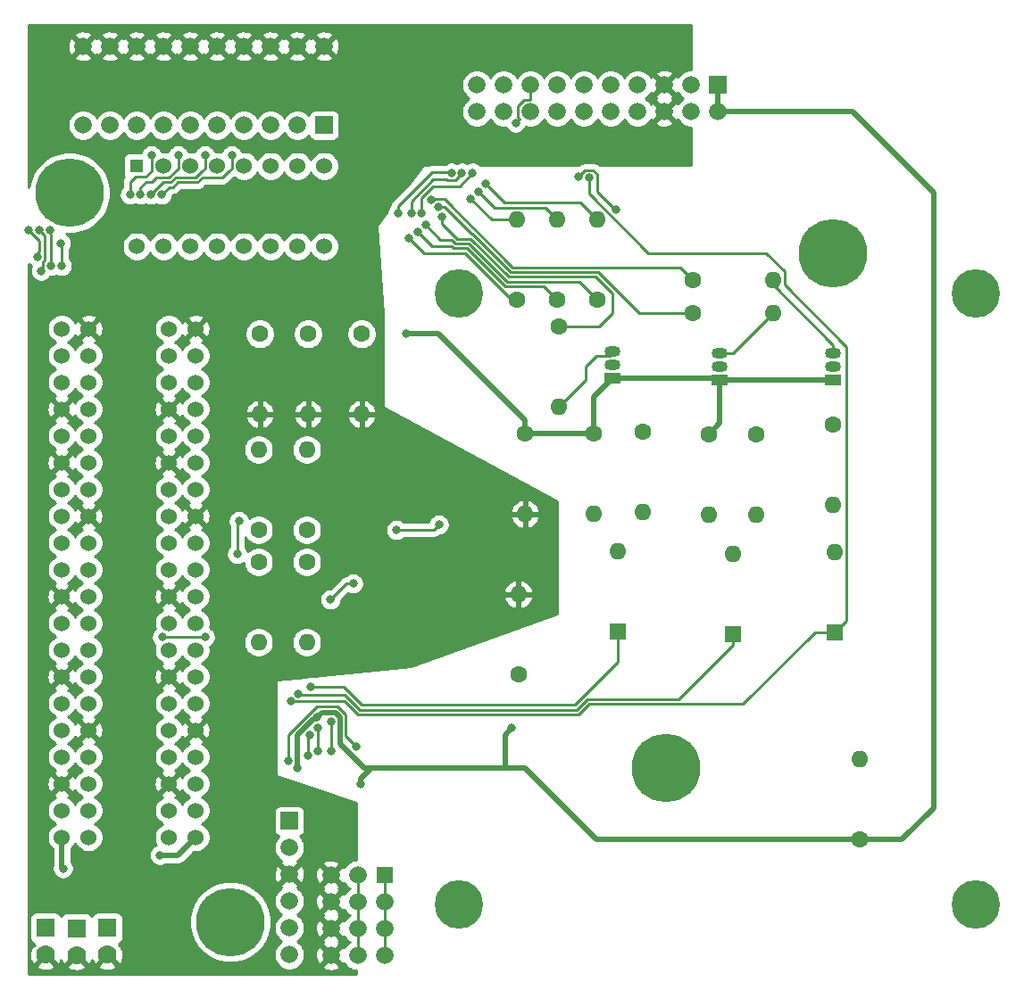
<source format=gbl>
G04 #@! TF.GenerationSoftware,KiCad,Pcbnew,(5.1.10-1-10_14)*
G04 #@! TF.CreationDate,2022-06-07T23:14:09-07:00*
G04 #@! TF.ProjectId,Control_Boards,436f6e74-726f-46c5-9f42-6f617264732e,rev?*
G04 #@! TF.SameCoordinates,Original*
G04 #@! TF.FileFunction,Copper,L2,Bot*
G04 #@! TF.FilePolarity,Positive*
%FSLAX46Y46*%
G04 Gerber Fmt 4.6, Leading zero omitted, Abs format (unit mm)*
G04 Created by KiCad (PCBNEW (5.1.10-1-10_14)) date 2022-06-07 23:14:09*
%MOMM*%
%LPD*%
G01*
G04 APERTURE LIST*
G04 #@! TA.AperFunction,ComponentPad*
%ADD10O,1.600000X1.600000*%
G04 #@! TD*
G04 #@! TA.AperFunction,ComponentPad*
%ADD11C,1.600000*%
G04 #@! TD*
G04 #@! TA.AperFunction,ComponentPad*
%ADD12C,1.670000*%
G04 #@! TD*
G04 #@! TA.AperFunction,ComponentPad*
%ADD13R,1.670000X1.670000*%
G04 #@! TD*
G04 #@! TA.AperFunction,WasherPad*
%ADD14C,6.500000*%
G04 #@! TD*
G04 #@! TA.AperFunction,WasherPad*
%ADD15C,4.600000*%
G04 #@! TD*
G04 #@! TA.AperFunction,ComponentPad*
%ADD16C,1.524000*%
G04 #@! TD*
G04 #@! TA.AperFunction,ComponentPad*
%ADD17R,1.600000X1.600000*%
G04 #@! TD*
G04 #@! TA.AperFunction,ComponentPad*
%ADD18R,1.300000X1.300000*%
G04 #@! TD*
G04 #@! TA.AperFunction,ComponentPad*
%ADD19R,1.778000X1.778000*%
G04 #@! TD*
G04 #@! TA.AperFunction,ComponentPad*
%ADD20C,1.778000*%
G04 #@! TD*
G04 #@! TA.AperFunction,ComponentPad*
%ADD21R,1.524000X1.524000*%
G04 #@! TD*
G04 #@! TA.AperFunction,ComponentPad*
%ADD22R,1.500000X1.050000*%
G04 #@! TD*
G04 #@! TA.AperFunction,ComponentPad*
%ADD23O,1.500000X1.050000*%
G04 #@! TD*
G04 #@! TA.AperFunction,ViaPad*
%ADD24C,0.800000*%
G04 #@! TD*
G04 #@! TA.AperFunction,Conductor*
%ADD25C,0.500000*%
G04 #@! TD*
G04 #@! TA.AperFunction,Conductor*
%ADD26C,0.250000*%
G04 #@! TD*
G04 #@! TA.AperFunction,Conductor*
%ADD27C,0.254000*%
G04 #@! TD*
G04 #@! TA.AperFunction,Conductor*
%ADD28C,0.100000*%
G04 #@! TD*
G04 APERTURE END LIST*
D10*
X83820000Y-73660000D03*
D11*
X83820000Y-81280000D03*
D10*
X88392000Y-91948000D03*
D11*
X88392000Y-84328000D03*
D10*
X88392000Y-73660000D03*
D11*
X88392000Y-81280000D03*
D10*
X83820000Y-91948000D03*
D11*
X83820000Y-84328000D03*
D10*
X132588000Y-57531000D03*
D11*
X124968000Y-57531000D03*
D10*
X132588000Y-60706000D03*
D11*
X124968000Y-60706000D03*
D10*
X112268000Y-69596000D03*
D11*
X112268000Y-61976000D03*
D12*
X86741000Y-121602500D03*
X86741000Y-119062500D03*
X86741000Y-116522500D03*
X86741000Y-113982500D03*
X86741000Y-111442500D03*
D13*
X86741000Y-108902500D03*
D14*
X65913000Y-49276000D03*
X138303000Y-54991000D03*
X122428000Y-103886000D03*
X81153000Y-118491000D03*
D13*
X127381000Y-39052500D03*
D12*
X127381000Y-41592500D03*
X124841000Y-39052500D03*
X124841000Y-41592500D03*
X122301000Y-39052500D03*
X122301000Y-41592500D03*
X119761000Y-39052500D03*
X119761000Y-41592500D03*
X117221000Y-39052500D03*
X117221000Y-41592500D03*
X114681000Y-39052500D03*
X114681000Y-41592500D03*
X112141000Y-39052500D03*
X112141000Y-41592500D03*
X109601000Y-39052500D03*
X109601000Y-41592500D03*
X107061000Y-39052500D03*
X107061000Y-41592500D03*
X104521000Y-39052500D03*
X104521000Y-41592500D03*
X67183000Y-35362500D03*
X69723000Y-35362500D03*
X72263000Y-35362500D03*
X74803000Y-35362500D03*
X77343000Y-35362500D03*
X79883000Y-35362500D03*
X82423000Y-35362500D03*
X84963000Y-35362500D03*
X87503000Y-35362500D03*
X90043000Y-35362500D03*
X67183000Y-42862500D03*
X69723000Y-42862500D03*
X72263000Y-42862500D03*
X74803000Y-42862500D03*
X77343000Y-42862500D03*
X79883000Y-42862500D03*
X82423000Y-42862500D03*
X84963000Y-42862500D03*
X87503000Y-42862500D03*
D13*
X90043000Y-42862500D03*
D15*
X151821000Y-58832500D03*
X102821000Y-58832500D03*
X102821000Y-116832500D03*
X151821000Y-116832500D03*
D16*
X77851000Y-110451900D03*
X75311000Y-110451900D03*
X77851000Y-107911900D03*
X75311000Y-107911900D03*
X77851000Y-105371900D03*
X75311000Y-105371900D03*
X77851000Y-102831900D03*
X75311000Y-102831900D03*
X77851000Y-100291900D03*
X75311000Y-100291900D03*
X77851000Y-97751900D03*
X75311000Y-97751900D03*
X77851000Y-95211900D03*
X75311000Y-95211900D03*
X77851000Y-92671900D03*
X75311000Y-92671900D03*
X77851000Y-90131900D03*
X75311000Y-90131900D03*
X77851000Y-87591900D03*
X75311000Y-87591900D03*
X77851000Y-85051900D03*
X75311000Y-85051900D03*
X77851000Y-82511900D03*
X75311000Y-82511900D03*
X77851000Y-79971900D03*
X75311000Y-79971900D03*
X77851000Y-77431900D03*
X75311000Y-77431900D03*
X77851000Y-74891900D03*
X75311000Y-74891900D03*
X77851000Y-72351900D03*
X75311000Y-72351900D03*
X77851000Y-69811900D03*
X75311000Y-69811900D03*
X77851000Y-67271900D03*
X75311000Y-67271900D03*
X77851000Y-64731900D03*
X75311000Y-64731900D03*
X77851000Y-62191900D03*
X75311000Y-62191900D03*
X67691000Y-110451900D03*
X65151000Y-110451900D03*
X67691000Y-107911900D03*
X65151000Y-107911900D03*
X67691000Y-105371900D03*
X65151000Y-105371900D03*
X67691000Y-102831900D03*
X65151000Y-102831900D03*
X67691000Y-100291900D03*
X65151000Y-100291900D03*
X67691000Y-97751900D03*
X65151000Y-97751900D03*
X67691000Y-95211900D03*
X65151000Y-95211900D03*
X67691000Y-92671900D03*
X65151000Y-92671900D03*
X67691000Y-90131900D03*
X65151000Y-90131900D03*
X67691000Y-87591900D03*
X65151000Y-87591900D03*
X67691000Y-85051900D03*
X65151000Y-85051900D03*
X67691000Y-82511900D03*
X65151000Y-82511900D03*
X67691000Y-79971900D03*
X65151000Y-79971900D03*
X67691000Y-77431900D03*
X65151000Y-77431900D03*
X67691000Y-74891900D03*
X65151000Y-74891900D03*
X67691000Y-72351900D03*
X65151000Y-72351900D03*
X67691000Y-69811900D03*
X65151000Y-69811900D03*
X67691000Y-67271900D03*
X65151000Y-67271900D03*
X67691000Y-64731900D03*
X65151000Y-64731900D03*
X67691000Y-62191900D03*
X65151000Y-62191900D03*
D10*
X138430000Y-83398326D03*
D17*
X138430000Y-91018326D03*
D10*
X117880499Y-83317317D03*
D17*
X117880499Y-90937317D03*
D10*
X128778000Y-83566000D03*
D17*
X128778000Y-91186000D03*
D16*
X90043000Y-54356000D03*
X90043000Y-46736000D03*
X87503000Y-54356000D03*
X87503000Y-46736000D03*
X84963000Y-54356000D03*
X84963000Y-46736000D03*
X82423000Y-54356000D03*
X82423000Y-46736000D03*
X79883000Y-54356000D03*
X79883000Y-46736000D03*
X77343000Y-54356000D03*
X77343000Y-46736000D03*
X74803000Y-54356000D03*
X74803000Y-46736000D03*
X72263000Y-54356000D03*
D18*
X72263000Y-46736000D03*
D19*
X63627000Y-119062500D03*
D20*
X63627000Y-121602500D03*
D19*
X66550999Y-119079901D03*
D20*
X66550999Y-121619901D03*
D19*
X69469000Y-119062500D03*
D20*
X69469000Y-121602500D03*
D12*
X90678000Y-121666000D03*
X93218000Y-121666000D03*
X95758000Y-121666000D03*
X90678000Y-119126000D03*
X93218000Y-119126000D03*
X95758000Y-119126000D03*
X90678000Y-116586000D03*
X93218000Y-116586000D03*
X95758000Y-116586000D03*
X90678000Y-114046000D03*
D21*
X95758000Y-114046000D03*
D12*
X93218000Y-114046000D03*
D22*
X138303000Y-67056000D03*
D23*
X138303000Y-64516000D03*
X138303000Y-65786000D03*
D22*
X117347099Y-66883517D03*
D23*
X117347099Y-64343517D03*
X117347099Y-65613517D03*
D22*
X127555084Y-67056000D03*
D23*
X127555084Y-64516000D03*
X127555084Y-65786000D03*
D10*
X109093000Y-79756000D03*
D11*
X109093000Y-72136000D03*
D10*
X140843000Y-103060500D03*
D11*
X140843000Y-110680500D03*
D10*
X83947000Y-70294500D03*
D11*
X83947000Y-62674500D03*
D10*
X88519000Y-70294500D03*
D11*
X88519000Y-62674500D03*
D10*
X93599000Y-70294500D03*
D11*
X93599000Y-62674500D03*
D10*
X138328400Y-78877126D03*
D11*
X138328400Y-71257126D03*
D10*
X120242699Y-79558117D03*
D11*
X120242699Y-71938117D03*
D10*
X130984084Y-79796250D03*
D11*
X130984084Y-72176250D03*
D10*
X108331000Y-51816000D03*
D11*
X108331000Y-59436000D03*
D10*
X112141000Y-51816000D03*
D11*
X112141000Y-59436000D03*
D10*
X115951000Y-51816000D03*
D11*
X115951000Y-59436000D03*
D10*
X115594499Y-79710517D03*
D11*
X115594499Y-72090517D03*
D10*
X126488284Y-79821650D03*
D11*
X126488284Y-72201650D03*
D10*
X108458000Y-87376000D03*
D11*
X108458000Y-94996000D03*
D24*
X65278000Y-113411000D03*
X93501541Y-105439541D03*
X87503000Y-103886000D03*
X107823000Y-100076000D03*
X89352686Y-99073433D03*
X74461000Y-112141000D03*
X97817980Y-62610999D03*
X99298003Y-51181000D03*
X104108006Y-47371000D03*
X105370672Y-48440240D03*
X98298000Y-51181000D03*
X103108003Y-47371000D03*
X104663564Y-49147349D03*
X97028000Y-51181000D03*
X102108000Y-47371000D03*
X103956456Y-49854456D03*
X89408000Y-100076000D03*
X89438897Y-102286900D03*
X90678000Y-102286900D03*
X90678000Y-99441000D03*
X74676000Y-91440000D03*
X78740000Y-91440000D03*
X87575108Y-96811000D03*
X93092143Y-101855143D03*
X86653000Y-103178892D03*
X88773000Y-96176000D03*
X88517554Y-102675655D03*
X88700885Y-100783115D03*
X115194347Y-47864348D03*
X86868000Y-97536000D03*
X99701916Y-52339649D03*
X98933000Y-52979002D03*
X98117098Y-53557213D03*
X100910108Y-50618108D03*
X101238975Y-51581975D03*
X100203000Y-49911000D03*
X108201621Y-42638887D03*
X114202143Y-47739708D03*
X117726229Y-50900921D03*
X100920999Y-80772000D03*
X96917961Y-81280000D03*
X92798000Y-86360000D03*
X90647990Y-87884000D03*
X81788000Y-83580011D03*
X81966846Y-80442846D03*
X81280000Y-45720000D03*
X74640643Y-49460671D03*
X62018000Y-52832000D03*
X62826000Y-55326863D03*
X78740000Y-45720000D03*
X73627989Y-49448020D03*
X65074534Y-54065000D03*
X65133809Y-56228990D03*
X76200000Y-45720000D03*
X72627988Y-49448019D03*
X63030654Y-52819349D03*
X63196063Y-56688737D03*
X73660000Y-45720000D03*
X71627985Y-49448019D03*
X64049738Y-52813127D03*
X64133806Y-56228990D03*
D25*
X65151000Y-113284000D02*
X65278000Y-113411000D01*
X65151000Y-110451900D02*
X65151000Y-113284000D01*
X115887500Y-110680500D02*
X140843000Y-110680500D01*
X109093000Y-103886000D02*
X115887500Y-110680500D01*
X140843000Y-110680500D02*
X144843500Y-110680500D01*
X144843500Y-110680500D02*
X147828000Y-107696000D01*
X147828000Y-107696000D02*
X147828000Y-49276000D01*
X140144500Y-41592500D02*
X127381000Y-41592500D01*
X147828000Y-49276000D02*
X140144500Y-41592500D01*
X127381000Y-39052500D02*
X127381000Y-41592500D01*
X91528001Y-101561001D02*
X93853000Y-103886000D01*
X91528001Y-99021001D02*
X91528001Y-101561001D01*
X91097999Y-98590999D02*
X91528001Y-99021001D01*
X93501541Y-105439541D02*
X93501541Y-104872459D01*
X93501541Y-104872459D02*
X94488000Y-103886000D01*
X94488000Y-103886000D02*
X96393000Y-103886000D01*
X93853000Y-103886000D02*
X94488000Y-103886000D01*
X87503000Y-100711000D02*
X87503000Y-103886000D01*
X107188000Y-103886000D02*
X107188000Y-100711000D01*
X96393000Y-103886000D02*
X107188000Y-103886000D01*
X107188000Y-100711000D02*
X107823000Y-100076000D01*
X107188000Y-103886000D02*
X109093000Y-103886000D01*
X89835120Y-98590999D02*
X89352686Y-99073433D01*
X91097999Y-98590999D02*
X89835120Y-98590999D01*
X88988001Y-99225999D02*
X87503000Y-100711000D01*
X89200120Y-99225999D02*
X88988001Y-99225999D01*
X89352686Y-99073433D02*
X89200120Y-99225999D01*
X77851000Y-110451900D02*
X76161900Y-112141000D01*
X76161900Y-112141000D02*
X74461000Y-112141000D01*
X97817980Y-62610999D02*
X100837999Y-62610999D01*
X109093000Y-70866000D02*
X109093000Y-72136000D01*
X100837999Y-62610999D02*
X109093000Y-70866000D01*
X127382601Y-66883517D02*
X127555084Y-67056000D01*
X117347099Y-66883517D02*
X127382601Y-66883517D01*
X127555084Y-67056000D02*
X138303000Y-67056000D01*
X115549016Y-72136000D02*
X115594499Y-72090517D01*
X109093000Y-72136000D02*
X115549016Y-72136000D01*
X115594499Y-68636117D02*
X117347099Y-66883517D01*
X115594499Y-72090517D02*
X115594499Y-68636117D01*
X127555084Y-71134850D02*
X126488284Y-72201650D01*
X127555084Y-67056000D02*
X127555084Y-71134850D01*
D26*
X99298003Y-49742995D02*
X100399998Y-48641000D01*
X99298003Y-51181000D02*
X99298003Y-49742995D01*
X104108006Y-47443999D02*
X104108006Y-47371000D01*
X102911005Y-48641000D02*
X104108006Y-47443999D01*
X100399998Y-48641000D02*
X102911005Y-48641000D01*
X105370672Y-48440240D02*
X107171421Y-50240989D01*
X114375989Y-50240989D02*
X115951000Y-51816000D01*
X107171421Y-50240989D02*
X114375989Y-50240989D01*
X98298000Y-50106588D02*
X100398588Y-48006000D01*
X98298000Y-51181000D02*
X98298000Y-50106588D01*
X101669998Y-48006000D02*
X101759999Y-48096001D01*
X102833001Y-47719001D02*
X102833001Y-47646002D01*
X102456001Y-48096001D02*
X102833001Y-47719001D01*
X102833001Y-47646002D02*
X103108003Y-47371000D01*
X101759999Y-48096001D02*
X102456001Y-48096001D01*
X100398588Y-48006000D02*
X101669998Y-48006000D01*
X106207214Y-50690999D02*
X111015999Y-50690999D01*
X111015999Y-50690999D02*
X112141000Y-51816000D01*
X104663564Y-49147349D02*
X106207214Y-50690999D01*
X97028000Y-51181000D02*
X97028000Y-50546000D01*
X97028000Y-50546000D02*
X99568000Y-48006000D01*
X99568000Y-48006000D02*
X100293000Y-47281000D01*
X102018000Y-47281000D02*
X102108000Y-47371000D01*
X100293000Y-47281000D02*
X102018000Y-47281000D01*
X105918000Y-51816000D02*
X108331000Y-51816000D01*
X103956456Y-49854456D02*
X105918000Y-51816000D01*
X89438897Y-100106897D02*
X89438897Y-102286900D01*
X89408000Y-100076000D02*
X89438897Y-100106897D01*
X90678000Y-102286900D02*
X90678000Y-99441000D01*
X74676000Y-91440000D02*
X78740000Y-91440000D01*
X123647108Y-97366892D02*
X114975697Y-97366893D01*
X128778000Y-92236000D02*
X123647108Y-97366892D01*
X128778000Y-91186000D02*
X128778000Y-92236000D01*
X113986600Y-98355990D02*
X94039400Y-98355990D01*
X114975697Y-97366893D02*
X113986600Y-98355990D01*
X93404400Y-98355990D02*
X91949410Y-96901000D01*
X94039400Y-98355990D02*
X93404400Y-98355990D01*
X87665108Y-96901000D02*
X87575108Y-96811000D01*
X91949410Y-96901000D02*
X87665108Y-96901000D01*
X95758000Y-121666000D02*
X95758000Y-116586000D01*
X95758000Y-116586000D02*
X95758000Y-114046000D01*
X93092143Y-101855143D02*
X92103011Y-100866011D01*
X91336175Y-98015989D02*
X89384825Y-98015989D01*
X92103011Y-98782825D02*
X91336175Y-98015989D01*
X89384825Y-98015989D02*
X86653000Y-100747814D01*
X92103011Y-100866011D02*
X92103011Y-98782825D01*
X86653000Y-100747814D02*
X86653000Y-103178892D01*
X93218000Y-121666000D02*
X93218000Y-119126000D01*
X93218000Y-119126000D02*
X93218000Y-116586000D01*
X93218000Y-116586000D02*
X93218000Y-114046000D01*
X117880499Y-93825681D02*
X113800200Y-97905980D01*
X117880499Y-90937317D02*
X117880499Y-93825681D01*
X113800200Y-97905980D02*
X94225800Y-97905980D01*
X91860820Y-96176000D02*
X88773000Y-96176000D01*
X93590800Y-97905980D02*
X91860820Y-96176000D01*
X94225800Y-97905980D02*
X93590800Y-97905980D01*
X88517554Y-102675655D02*
X88517554Y-100966446D01*
X88517554Y-100966446D02*
X88700885Y-100783115D01*
X138430000Y-91018326D02*
X136565674Y-91018326D01*
X136565674Y-91018326D02*
X129767098Y-97816902D01*
X129767098Y-97816902D02*
X115162098Y-97816902D01*
X115162098Y-97816902D02*
X114173000Y-98806000D01*
X114173000Y-98806000D02*
X93853000Y-98806000D01*
X93853000Y-98806000D02*
X93218000Y-98806000D01*
X91948000Y-97536000D02*
X86868000Y-97536000D01*
X93218000Y-98806000D02*
X91948000Y-97536000D01*
X120791002Y-54991000D02*
X115194347Y-49394345D01*
X133713001Y-56751001D02*
X131953000Y-54991000D01*
X133713001Y-58021001D02*
X133713001Y-56751001D01*
X115194347Y-49394345D02*
X115194347Y-47864348D01*
X131953000Y-54991000D02*
X120791002Y-54991000D01*
X139573000Y-82931000D02*
X139573000Y-63881000D01*
X138430000Y-91018326D02*
X139555001Y-89893325D01*
X139555001Y-82948999D02*
X139573000Y-82931000D01*
X139555001Y-89893325D02*
X139555001Y-82948999D01*
X139573000Y-63881000D02*
X133713001Y-58021001D01*
X99701916Y-52339649D02*
X101083267Y-53721000D01*
X102109410Y-53721000D02*
X102479391Y-54090981D01*
X101083267Y-53721000D02*
X102109410Y-53721000D01*
X102479391Y-54090981D02*
X103750802Y-54090982D01*
X114230990Y-57715990D02*
X115951000Y-59436000D01*
X107375810Y-57715990D02*
X114230990Y-57715990D01*
X103750802Y-54090982D02*
X107375810Y-57715990D01*
X100309998Y-54356000D02*
X98933000Y-52979002D01*
X102108000Y-54356000D02*
X102292990Y-54540990D01*
X102292990Y-54540990D02*
X103564401Y-54540991D01*
X100309998Y-54356000D02*
X102108000Y-54356000D01*
X103564401Y-54540991D02*
X107189410Y-58166000D01*
X110871000Y-58166000D02*
X112141000Y-59436000D01*
X107189410Y-58166000D02*
X110871000Y-58166000D01*
X99550885Y-54991000D02*
X98117098Y-53557213D01*
X99550885Y-54991000D02*
X103378000Y-54991000D01*
X107823000Y-59436000D02*
X108331000Y-59436000D01*
X103378000Y-54991000D02*
X107823000Y-59436000D01*
X104123604Y-53190964D02*
X107748610Y-56815970D01*
X101475793Y-50618108D02*
X104048636Y-53190951D01*
X104048636Y-53190951D02*
X104123604Y-53190964D01*
X100910108Y-50618108D02*
X101475793Y-50618108D01*
X107748610Y-56815970D02*
X115999381Y-56815971D01*
X115999381Y-56815971D02*
X117797109Y-58613699D01*
X117797109Y-58615109D02*
X117797109Y-58613699D01*
X119888000Y-60706000D02*
X117797109Y-58615109D01*
X124968000Y-60706000D02*
X119888000Y-60706000D01*
X102665792Y-53640972D02*
X103937203Y-53640973D01*
X101238975Y-52214155D02*
X102665792Y-53640972D01*
X101238975Y-51581975D02*
X101238975Y-52214155D01*
X107562210Y-57265980D02*
X115812980Y-57265980D01*
X103937203Y-53640973D02*
X107562210Y-57265980D01*
X115812980Y-57265980D02*
X117347099Y-58800099D01*
X112268000Y-61976000D02*
X116078000Y-61976000D01*
X116078000Y-61976000D02*
X117348000Y-60706000D01*
X117348000Y-60706000D02*
X117348000Y-58801000D01*
X101462157Y-49893107D02*
X107935011Y-56365961D01*
X100544214Y-49911000D02*
X100562107Y-49893107D01*
X123802962Y-56365962D02*
X124968000Y-57531000D01*
X107935011Y-56365961D02*
X123802962Y-56365962D01*
X100562107Y-49893107D02*
X101462157Y-49893107D01*
X100203000Y-49911000D02*
X100544214Y-49911000D01*
X108440999Y-42149301D02*
X108566103Y-42274405D01*
X108566103Y-42274405D02*
X108201621Y-42638887D01*
X108440999Y-41035699D02*
X108440999Y-42149301D01*
X109044199Y-40432499D02*
X108440999Y-41035699D01*
X109601000Y-40432499D02*
X109044199Y-40432499D01*
X109601000Y-39052500D02*
X109601000Y-40432499D01*
X114802504Y-47139347D02*
X114846346Y-47139347D01*
X114202143Y-47739708D02*
X114802504Y-47139347D01*
X115919348Y-47516347D02*
X115919348Y-49180652D01*
X115542348Y-47139347D02*
X115919348Y-47516347D01*
X114846346Y-47139347D02*
X115542348Y-47139347D01*
X117639617Y-50900921D02*
X117726229Y-50900921D01*
X115919348Y-49180652D02*
X117639617Y-50900921D01*
X100412999Y-81280000D02*
X96917961Y-81280000D01*
X100920999Y-80772000D02*
X100412999Y-81280000D01*
X92171990Y-86360000D02*
X90647990Y-87884000D01*
X92798000Y-86360000D02*
X92171990Y-86360000D01*
X81788000Y-80621692D02*
X81966846Y-80442846D01*
X81788000Y-83580011D02*
X81788000Y-80621692D01*
X132588000Y-58026000D02*
X132588000Y-57531000D01*
X138303000Y-63741000D02*
X132588000Y-58026000D01*
X138303000Y-64516000D02*
X138303000Y-63741000D01*
X117347099Y-64516901D02*
X117100493Y-64763507D01*
X117100493Y-64763507D02*
X115830493Y-64763507D01*
X117347099Y-64343517D02*
X117347099Y-64516901D01*
X115830493Y-64763507D02*
X114808000Y-65786000D01*
X114808000Y-67056000D02*
X112268000Y-69596000D01*
X114808000Y-65786000D02*
X114808000Y-67056000D01*
X127184634Y-64516000D02*
X127555084Y-64886450D01*
X128778000Y-64516000D02*
X132588000Y-60706000D01*
X127555084Y-64516000D02*
X128778000Y-64516000D01*
X80970001Y-47257761D02*
X80404761Y-47823001D01*
X80983762Y-47244000D02*
X80970001Y-47244000D01*
X80970001Y-47244000D02*
X80970001Y-47257761D01*
X81280000Y-46947762D02*
X80983762Y-47244000D01*
X81280000Y-45720000D02*
X81280000Y-46947762D01*
X80404761Y-47823001D02*
X79756000Y-47823001D01*
X78501171Y-47823001D02*
X78051161Y-48273011D01*
X78051161Y-48273011D02*
X76147571Y-48273011D01*
X79756000Y-47823001D02*
X78501171Y-47823001D01*
X75378294Y-48723020D02*
X74640643Y-49460671D01*
X75697562Y-48723020D02*
X75378294Y-48723020D01*
X76147571Y-48273011D02*
X75697562Y-48723020D01*
X62826000Y-55326863D02*
X62826000Y-55030000D01*
X62992000Y-53806000D02*
X62018000Y-52832000D01*
X62992000Y-54864000D02*
X62992000Y-53806000D01*
X62826000Y-55030000D02*
X62992000Y-54864000D01*
X78740000Y-46947762D02*
X78740000Y-45720000D01*
X78430001Y-47257761D02*
X78430001Y-47244000D01*
X76636999Y-47823001D02*
X77864761Y-47823001D01*
X77864761Y-47823001D02*
X78430001Y-47257761D01*
X78443762Y-47244000D02*
X78740000Y-46947762D01*
X78430001Y-47244000D02*
X78443762Y-47244000D01*
X75961171Y-47823001D02*
X75511161Y-48273011D01*
X76636999Y-47823001D02*
X75961171Y-47823001D01*
X74802998Y-48273011D02*
X73627989Y-49448020D01*
X75511161Y-48273011D02*
X74802998Y-48273011D01*
X65133809Y-54124275D02*
X65074534Y-54065000D01*
X65133809Y-56228990D02*
X65133809Y-54124275D01*
X76200000Y-46947762D02*
X75324761Y-47823001D01*
X76200000Y-45720000D02*
X76200000Y-46947762D01*
X75324761Y-47823001D02*
X74096999Y-47823001D01*
X74096999Y-47823001D02*
X73660000Y-48260000D01*
X73660000Y-48260000D02*
X73152000Y-48260000D01*
X72627988Y-48784012D02*
X72627988Y-49448019D01*
X73152000Y-48260000D02*
X72627988Y-48784012D01*
X63551001Y-53339696D02*
X63030654Y-52819349D01*
X63408805Y-55817060D02*
X63551001Y-55674864D01*
X63408805Y-56479195D02*
X63408805Y-55817060D01*
X63551001Y-55674864D02*
X63551001Y-53339696D01*
X63199263Y-56688737D02*
X63408805Y-56479195D01*
X63196063Y-56688737D02*
X63199263Y-56688737D01*
X73660000Y-47224002D02*
X73132002Y-47752000D01*
X73660000Y-45720000D02*
X73660000Y-47224002D01*
X73132002Y-47752000D02*
X72136000Y-47752000D01*
X71627985Y-48260015D02*
X71627985Y-49448019D01*
X72136000Y-47752000D02*
X71627985Y-48260015D01*
X64133806Y-53286091D02*
X64049738Y-53202023D01*
X64049738Y-53202023D02*
X64049738Y-52813127D01*
X64133806Y-56228990D02*
X64133806Y-53286091D01*
D27*
X124841000Y-37582500D02*
X124696218Y-37582500D01*
X124412217Y-37638991D01*
X124144694Y-37749803D01*
X123903929Y-37910676D01*
X123699176Y-38115429D01*
X123573407Y-38303657D01*
X123566233Y-38290235D01*
X123318691Y-38214414D01*
X122480605Y-39052500D01*
X123318691Y-39890586D01*
X123566233Y-39814765D01*
X123572946Y-39800654D01*
X123699176Y-39989571D01*
X123903929Y-40194324D01*
X124095759Y-40322500D01*
X123903929Y-40450676D01*
X123699176Y-40655429D01*
X123573407Y-40843657D01*
X123566233Y-40830235D01*
X123318691Y-40754414D01*
X122480605Y-41592500D01*
X123318691Y-42430586D01*
X123566233Y-42354765D01*
X123572946Y-42340654D01*
X123699176Y-42529571D01*
X123903929Y-42734324D01*
X124144694Y-42895197D01*
X124412217Y-43006009D01*
X124696218Y-43062500D01*
X124841000Y-43062500D01*
X124841000Y-46609000D01*
X116090272Y-46609000D01*
X116082349Y-46599346D01*
X115966624Y-46504373D01*
X115834595Y-46433801D01*
X115691334Y-46390344D01*
X115579681Y-46379347D01*
X115579670Y-46379347D01*
X115542348Y-46375671D01*
X115505026Y-46379347D01*
X114839829Y-46379347D01*
X114802504Y-46375671D01*
X114765179Y-46379347D01*
X114765171Y-46379347D01*
X114653518Y-46390344D01*
X114510257Y-46433801D01*
X114378228Y-46504373D01*
X114262503Y-46599346D01*
X114254580Y-46609000D01*
X104809717Y-46609000D01*
X104767780Y-46567063D01*
X104598262Y-46453795D01*
X104409904Y-46375774D01*
X104209945Y-46336000D01*
X104006067Y-46336000D01*
X103806108Y-46375774D01*
X103617750Y-46453795D01*
X103608004Y-46460307D01*
X103598259Y-46453795D01*
X103409901Y-46375774D01*
X103209942Y-46336000D01*
X103006064Y-46336000D01*
X102806105Y-46375774D01*
X102617747Y-46453795D01*
X102608001Y-46460307D01*
X102598256Y-46453795D01*
X102409898Y-46375774D01*
X102209939Y-46336000D01*
X102006061Y-46336000D01*
X101806102Y-46375774D01*
X101617744Y-46453795D01*
X101517164Y-46521000D01*
X100330323Y-46521000D01*
X100293000Y-46517324D01*
X100255677Y-46521000D01*
X100255667Y-46521000D01*
X100144014Y-46531997D01*
X100000753Y-46575454D01*
X99937994Y-46609000D01*
X99568000Y-46609000D01*
X99543224Y-46611440D01*
X99519399Y-46618667D01*
X99497443Y-46630403D01*
X99478197Y-46646197D01*
X99467752Y-46658030D01*
X98160797Y-48338401D01*
X96516998Y-49982201D01*
X96488000Y-50005999D01*
X96464202Y-50034997D01*
X96464201Y-50034998D01*
X96393026Y-50121724D01*
X96352778Y-50197022D01*
X96322454Y-50253753D01*
X96278997Y-50397014D01*
X96271428Y-50473861D01*
X96224063Y-50521226D01*
X96110795Y-50690744D01*
X96032774Y-50879102D01*
X95993000Y-51079061D01*
X95993000Y-51125568D01*
X95022752Y-52373030D01*
X95009467Y-52394085D01*
X95000545Y-52417328D01*
X94996329Y-52441865D01*
X94996374Y-52460740D01*
X95631000Y-60710878D01*
X95631000Y-69596000D01*
X95633440Y-69620776D01*
X95640667Y-69644601D01*
X95652403Y-69666557D01*
X95668197Y-69685803D01*
X95697789Y-69707820D01*
X112141000Y-78561857D01*
X112141000Y-89192046D01*
X98269542Y-94236212D01*
X88990935Y-95164073D01*
X88874939Y-95141000D01*
X88671061Y-95141000D01*
X88471102Y-95180774D01*
X88358816Y-95227285D01*
X85585363Y-95504630D01*
X85560952Y-95509524D01*
X85537965Y-95519086D01*
X85517285Y-95532948D01*
X85499707Y-95550579D01*
X85485907Y-95571300D01*
X85476414Y-95594315D01*
X85471000Y-95631000D01*
X85471000Y-104521000D01*
X85473440Y-104545776D01*
X85480667Y-104569601D01*
X85492403Y-104591557D01*
X85508197Y-104610803D01*
X85527443Y-104626597D01*
X85557839Y-104641483D01*
X93091000Y-107152537D01*
X93091000Y-112576000D01*
X93073218Y-112576000D01*
X92789217Y-112632491D01*
X92521694Y-112743303D01*
X92280929Y-112904176D01*
X92076176Y-113108929D01*
X91950407Y-113297157D01*
X91943233Y-113283735D01*
X91695691Y-113207914D01*
X90857605Y-114046000D01*
X91695691Y-114884086D01*
X91943233Y-114808265D01*
X91949946Y-114794154D01*
X92076176Y-114983071D01*
X92280929Y-115187824D01*
X92458001Y-115306139D01*
X92458000Y-115325861D01*
X92280929Y-115444176D01*
X92076176Y-115648929D01*
X91950407Y-115837157D01*
X91943233Y-115823735D01*
X91695691Y-115747914D01*
X90857605Y-116586000D01*
X91695691Y-117424086D01*
X91943233Y-117348265D01*
X91949946Y-117334154D01*
X92076176Y-117523071D01*
X92280929Y-117727824D01*
X92458001Y-117846139D01*
X92458000Y-117865861D01*
X92280929Y-117984176D01*
X92076176Y-118188929D01*
X91950407Y-118377157D01*
X91943233Y-118363735D01*
X91695691Y-118287914D01*
X90857605Y-119126000D01*
X91695691Y-119964086D01*
X91943233Y-119888265D01*
X91949946Y-119874154D01*
X92076176Y-120063071D01*
X92280929Y-120267824D01*
X92458001Y-120386139D01*
X92458000Y-120405861D01*
X92280929Y-120524176D01*
X92076176Y-120728929D01*
X91950407Y-120917157D01*
X91943233Y-120903735D01*
X91695691Y-120827914D01*
X90857605Y-121666000D01*
X91695691Y-122504086D01*
X91943233Y-122428265D01*
X91949946Y-122414154D01*
X92076176Y-122603071D01*
X92280929Y-122807824D01*
X92521694Y-122968697D01*
X92789217Y-123079509D01*
X93073218Y-123136000D01*
X93091000Y-123136000D01*
X93091000Y-123421000D01*
X62053000Y-123421000D01*
X62053000Y-122658731D01*
X62750374Y-122658731D01*
X62832727Y-122911789D01*
X63103418Y-123041586D01*
X63394230Y-123116080D01*
X63693988Y-123132408D01*
X63991171Y-123089943D01*
X64274359Y-122990316D01*
X64421273Y-122911789D01*
X64497963Y-122676132D01*
X65674373Y-122676132D01*
X65756726Y-122929190D01*
X66027417Y-123058987D01*
X66318229Y-123133481D01*
X66617987Y-123149809D01*
X66915170Y-123107344D01*
X67198358Y-123007717D01*
X67345272Y-122929190D01*
X67427625Y-122676132D01*
X67410224Y-122658731D01*
X68592374Y-122658731D01*
X68674727Y-122911789D01*
X68945418Y-123041586D01*
X69236230Y-123116080D01*
X69535988Y-123132408D01*
X69833171Y-123089943D01*
X70116359Y-122990316D01*
X70263273Y-122911789D01*
X70345626Y-122658731D01*
X69469000Y-121782105D01*
X68592374Y-122658731D01*
X67410224Y-122658731D01*
X66550999Y-121799506D01*
X65674373Y-122676132D01*
X64497963Y-122676132D01*
X64503626Y-122658731D01*
X63627000Y-121782105D01*
X62750374Y-122658731D01*
X62053000Y-122658731D01*
X62053000Y-121669488D01*
X62097092Y-121669488D01*
X62139557Y-121966671D01*
X62239184Y-122249859D01*
X62317711Y-122396773D01*
X62570769Y-122479126D01*
X63447395Y-121602500D01*
X63433253Y-121588358D01*
X63612858Y-121408753D01*
X63627000Y-121422895D01*
X63641143Y-121408753D01*
X63820748Y-121588358D01*
X63806605Y-121602500D01*
X64683231Y-122479126D01*
X64936289Y-122396773D01*
X65066086Y-122126082D01*
X65086070Y-122048068D01*
X65163183Y-122267260D01*
X65241710Y-122414174D01*
X65494768Y-122496527D01*
X66371394Y-121619901D01*
X66357252Y-121605759D01*
X66536857Y-121426154D01*
X66550999Y-121440296D01*
X66565142Y-121426154D01*
X66744747Y-121605759D01*
X66730604Y-121619901D01*
X67607230Y-122496527D01*
X67860288Y-122414174D01*
X67990085Y-122143483D01*
X68012701Y-122055196D01*
X68081184Y-122249859D01*
X68159711Y-122396773D01*
X68412769Y-122479126D01*
X69289395Y-121602500D01*
X69275253Y-121588358D01*
X69454858Y-121408753D01*
X69469000Y-121422895D01*
X69483143Y-121408753D01*
X69662748Y-121588358D01*
X69648605Y-121602500D01*
X70525231Y-122479126D01*
X70778289Y-122396773D01*
X70908086Y-122126082D01*
X70982580Y-121835270D01*
X70998908Y-121535512D01*
X70956443Y-121238329D01*
X70856816Y-120955141D01*
X70778289Y-120808227D01*
X70525233Y-120725875D01*
X70641214Y-120609894D01*
X70579271Y-120547951D01*
X70602180Y-120541002D01*
X70712494Y-120482037D01*
X70809185Y-120402685D01*
X70888537Y-120305994D01*
X70947502Y-120195680D01*
X70983812Y-120075982D01*
X70996072Y-119951500D01*
X70996072Y-118173500D01*
X70989657Y-118108361D01*
X77268000Y-118108361D01*
X77268000Y-118873639D01*
X77417298Y-119624213D01*
X77710158Y-120331238D01*
X78135323Y-120967543D01*
X78676457Y-121508677D01*
X79312762Y-121933842D01*
X80019787Y-122226702D01*
X80770361Y-122376000D01*
X81535639Y-122376000D01*
X82286213Y-122226702D01*
X82993238Y-121933842D01*
X83629543Y-121508677D01*
X84170677Y-120967543D01*
X84595842Y-120331238D01*
X84888702Y-119624213D01*
X85038000Y-118873639D01*
X85038000Y-118108361D01*
X84888702Y-117357787D01*
X84595842Y-116650762D01*
X84413401Y-116377718D01*
X85271000Y-116377718D01*
X85271000Y-116667282D01*
X85327491Y-116951283D01*
X85438303Y-117218806D01*
X85599176Y-117459571D01*
X85803929Y-117664324D01*
X85995759Y-117792500D01*
X85803929Y-117920676D01*
X85599176Y-118125429D01*
X85438303Y-118366194D01*
X85327491Y-118633717D01*
X85271000Y-118917718D01*
X85271000Y-119207282D01*
X85327491Y-119491283D01*
X85438303Y-119758806D01*
X85599176Y-119999571D01*
X85803929Y-120204324D01*
X85995759Y-120332500D01*
X85803929Y-120460676D01*
X85599176Y-120665429D01*
X85438303Y-120906194D01*
X85327491Y-121173717D01*
X85271000Y-121457718D01*
X85271000Y-121747282D01*
X85327491Y-122031283D01*
X85438303Y-122298806D01*
X85599176Y-122539571D01*
X85803929Y-122744324D01*
X86044694Y-122905197D01*
X86312217Y-123016009D01*
X86596218Y-123072500D01*
X86885782Y-123072500D01*
X87169783Y-123016009D01*
X87437306Y-122905197D01*
X87678071Y-122744324D01*
X87738704Y-122683691D01*
X89839914Y-122683691D01*
X89915735Y-122931233D01*
X90177217Y-123055632D01*
X90457943Y-123126628D01*
X90747126Y-123141494D01*
X91033652Y-123099656D01*
X91306510Y-123002725D01*
X91440265Y-122931233D01*
X91516086Y-122683691D01*
X90678000Y-121845605D01*
X89839914Y-122683691D01*
X87738704Y-122683691D01*
X87882824Y-122539571D01*
X88043697Y-122298806D01*
X88154509Y-122031283D01*
X88211000Y-121747282D01*
X88211000Y-121735126D01*
X89202506Y-121735126D01*
X89244344Y-122021652D01*
X89341275Y-122294510D01*
X89412767Y-122428265D01*
X89660309Y-122504086D01*
X90498395Y-121666000D01*
X89660309Y-120827914D01*
X89412767Y-120903735D01*
X89288368Y-121165217D01*
X89217372Y-121445943D01*
X89202506Y-121735126D01*
X88211000Y-121735126D01*
X88211000Y-121457718D01*
X88154509Y-121173717D01*
X88043697Y-120906194D01*
X87882824Y-120665429D01*
X87678071Y-120460676D01*
X87486241Y-120332500D01*
X87678071Y-120204324D01*
X87738704Y-120143691D01*
X89839914Y-120143691D01*
X89915735Y-120391233D01*
X89925172Y-120395723D01*
X89915735Y-120400767D01*
X89839914Y-120648309D01*
X90678000Y-121486395D01*
X91516086Y-120648309D01*
X91440265Y-120400767D01*
X91430828Y-120396277D01*
X91440265Y-120391233D01*
X91516086Y-120143691D01*
X90678000Y-119305605D01*
X89839914Y-120143691D01*
X87738704Y-120143691D01*
X87882824Y-119999571D01*
X88043697Y-119758806D01*
X88154509Y-119491283D01*
X88211000Y-119207282D01*
X88211000Y-119195126D01*
X89202506Y-119195126D01*
X89244344Y-119481652D01*
X89341275Y-119754510D01*
X89412767Y-119888265D01*
X89660309Y-119964086D01*
X90498395Y-119126000D01*
X89660309Y-118287914D01*
X89412767Y-118363735D01*
X89288368Y-118625217D01*
X89217372Y-118905943D01*
X89202506Y-119195126D01*
X88211000Y-119195126D01*
X88211000Y-118917718D01*
X88154509Y-118633717D01*
X88043697Y-118366194D01*
X87882824Y-118125429D01*
X87678071Y-117920676D01*
X87486241Y-117792500D01*
X87678071Y-117664324D01*
X87738704Y-117603691D01*
X89839914Y-117603691D01*
X89915735Y-117851233D01*
X89925172Y-117855723D01*
X89915735Y-117860767D01*
X89839914Y-118108309D01*
X90678000Y-118946395D01*
X91516086Y-118108309D01*
X91440265Y-117860767D01*
X91430828Y-117856277D01*
X91440265Y-117851233D01*
X91516086Y-117603691D01*
X90678000Y-116765605D01*
X89839914Y-117603691D01*
X87738704Y-117603691D01*
X87882824Y-117459571D01*
X88043697Y-117218806D01*
X88154509Y-116951283D01*
X88211000Y-116667282D01*
X88211000Y-116655126D01*
X89202506Y-116655126D01*
X89244344Y-116941652D01*
X89341275Y-117214510D01*
X89412767Y-117348265D01*
X89660309Y-117424086D01*
X90498395Y-116586000D01*
X89660309Y-115747914D01*
X89412767Y-115823735D01*
X89288368Y-116085217D01*
X89217372Y-116365943D01*
X89202506Y-116655126D01*
X88211000Y-116655126D01*
X88211000Y-116377718D01*
X88154509Y-116093717D01*
X88043697Y-115826194D01*
X87882824Y-115585429D01*
X87678071Y-115380676D01*
X87489843Y-115254907D01*
X87503265Y-115247733D01*
X87559636Y-115063691D01*
X89839914Y-115063691D01*
X89915735Y-115311233D01*
X89925172Y-115315723D01*
X89915735Y-115320767D01*
X89839914Y-115568309D01*
X90678000Y-116406395D01*
X91516086Y-115568309D01*
X91440265Y-115320767D01*
X91430828Y-115316277D01*
X91440265Y-115311233D01*
X91516086Y-115063691D01*
X90678000Y-114225605D01*
X89839914Y-115063691D01*
X87559636Y-115063691D01*
X87579086Y-115000191D01*
X86741000Y-114162105D01*
X85902914Y-115000191D01*
X85978735Y-115247733D01*
X85992846Y-115254446D01*
X85803929Y-115380676D01*
X85599176Y-115585429D01*
X85438303Y-115826194D01*
X85327491Y-116093717D01*
X85271000Y-116377718D01*
X84413401Y-116377718D01*
X84170677Y-116014457D01*
X83629543Y-115473323D01*
X82993238Y-115048158D01*
X82286213Y-114755298D01*
X81535639Y-114606000D01*
X80770361Y-114606000D01*
X80019787Y-114755298D01*
X79312762Y-115048158D01*
X78676457Y-115473323D01*
X78135323Y-116014457D01*
X77710158Y-116650762D01*
X77417298Y-117357787D01*
X77268000Y-118108361D01*
X70989657Y-118108361D01*
X70983812Y-118049018D01*
X70947502Y-117929320D01*
X70888537Y-117819006D01*
X70809185Y-117722315D01*
X70712494Y-117642963D01*
X70602180Y-117583998D01*
X70482482Y-117547688D01*
X70358000Y-117535428D01*
X68580000Y-117535428D01*
X68455518Y-117547688D01*
X68335820Y-117583998D01*
X68225506Y-117642963D01*
X68128815Y-117722315D01*
X68049463Y-117819006D01*
X68005349Y-117901536D01*
X67970536Y-117836407D01*
X67891184Y-117739716D01*
X67794493Y-117660364D01*
X67684179Y-117601399D01*
X67564481Y-117565089D01*
X67439999Y-117552829D01*
X65661999Y-117552829D01*
X65537517Y-117565089D01*
X65417819Y-117601399D01*
X65307505Y-117660364D01*
X65210814Y-117739716D01*
X65131462Y-117836407D01*
X65093650Y-117907147D01*
X65046537Y-117819006D01*
X64967185Y-117722315D01*
X64870494Y-117642963D01*
X64760180Y-117583998D01*
X64640482Y-117547688D01*
X64516000Y-117535428D01*
X62738000Y-117535428D01*
X62613518Y-117547688D01*
X62493820Y-117583998D01*
X62383506Y-117642963D01*
X62286815Y-117722315D01*
X62207463Y-117819006D01*
X62148498Y-117929320D01*
X62112188Y-118049018D01*
X62099928Y-118173500D01*
X62099928Y-119951500D01*
X62112188Y-120075982D01*
X62148498Y-120195680D01*
X62207463Y-120305994D01*
X62286815Y-120402685D01*
X62383506Y-120482037D01*
X62493820Y-120541002D01*
X62516729Y-120547951D01*
X62454786Y-120609894D01*
X62570767Y-120725875D01*
X62317711Y-120808227D01*
X62187914Y-121078918D01*
X62113420Y-121369730D01*
X62097092Y-121669488D01*
X62053000Y-121669488D01*
X62053000Y-105443917D01*
X63749090Y-105443917D01*
X63790078Y-105716033D01*
X63883364Y-105974923D01*
X63945344Y-106090880D01*
X64185435Y-106157860D01*
X64971395Y-105371900D01*
X64185435Y-104585940D01*
X63945344Y-104652920D01*
X63828244Y-104901948D01*
X63761977Y-105169035D01*
X63749090Y-105443917D01*
X62053000Y-105443917D01*
X62053000Y-95283917D01*
X63749090Y-95283917D01*
X63790078Y-95556033D01*
X63883364Y-95814923D01*
X63945344Y-95930880D01*
X64185435Y-95997860D01*
X64971395Y-95211900D01*
X64185435Y-94425940D01*
X63945344Y-94492920D01*
X63828244Y-94741948D01*
X63761977Y-95009035D01*
X63749090Y-95283917D01*
X62053000Y-95283917D01*
X62053000Y-87663917D01*
X63749090Y-87663917D01*
X63790078Y-87936033D01*
X63883364Y-88194923D01*
X63945344Y-88310880D01*
X64185435Y-88377860D01*
X64971395Y-87591900D01*
X64185435Y-86805940D01*
X63945344Y-86872920D01*
X63828244Y-87121948D01*
X63761977Y-87389035D01*
X63749090Y-87663917D01*
X62053000Y-87663917D01*
X62053000Y-74963917D01*
X63749090Y-74963917D01*
X63790078Y-75236033D01*
X63883364Y-75494923D01*
X63945344Y-75610880D01*
X64185435Y-75677860D01*
X64971395Y-74891900D01*
X64185435Y-74105940D01*
X63945344Y-74172920D01*
X63828244Y-74421948D01*
X63761977Y-74689035D01*
X63749090Y-74963917D01*
X62053000Y-74963917D01*
X62053000Y-69883917D01*
X63749090Y-69883917D01*
X63790078Y-70156033D01*
X63883364Y-70414923D01*
X63945344Y-70530880D01*
X64185435Y-70597860D01*
X64971395Y-69811900D01*
X64185435Y-69025940D01*
X63945344Y-69092920D01*
X63828244Y-69341948D01*
X63761977Y-69609035D01*
X63749090Y-69883917D01*
X62053000Y-69883917D01*
X62053000Y-62054308D01*
X63754000Y-62054308D01*
X63754000Y-62329492D01*
X63807686Y-62599390D01*
X63912995Y-62853627D01*
X64065880Y-63082435D01*
X64260465Y-63277020D01*
X64489273Y-63429905D01*
X64566515Y-63461900D01*
X64489273Y-63493895D01*
X64260465Y-63646780D01*
X64065880Y-63841365D01*
X63912995Y-64070173D01*
X63807686Y-64324410D01*
X63754000Y-64594308D01*
X63754000Y-64869492D01*
X63807686Y-65139390D01*
X63912995Y-65393627D01*
X64065880Y-65622435D01*
X64260465Y-65817020D01*
X64489273Y-65969905D01*
X64566515Y-66001900D01*
X64489273Y-66033895D01*
X64260465Y-66186780D01*
X64065880Y-66381365D01*
X63912995Y-66610173D01*
X63807686Y-66864410D01*
X63754000Y-67134308D01*
X63754000Y-67409492D01*
X63807686Y-67679390D01*
X63912995Y-67933627D01*
X64065880Y-68162435D01*
X64260465Y-68357020D01*
X64489273Y-68509905D01*
X64560943Y-68539592D01*
X64547977Y-68544264D01*
X64432020Y-68606244D01*
X64365040Y-68846335D01*
X65151000Y-69632295D01*
X65936960Y-68846335D01*
X65869980Y-68606244D01*
X65734240Y-68542415D01*
X65812727Y-68509905D01*
X66041535Y-68357020D01*
X66236120Y-68162435D01*
X66389005Y-67933627D01*
X66421000Y-67856385D01*
X66452995Y-67933627D01*
X66605880Y-68162435D01*
X66800465Y-68357020D01*
X67029273Y-68509905D01*
X67106515Y-68541900D01*
X67029273Y-68573895D01*
X66800465Y-68726780D01*
X66605880Y-68921365D01*
X66452995Y-69150173D01*
X66423308Y-69221843D01*
X66418636Y-69208877D01*
X66356656Y-69092920D01*
X66116565Y-69025940D01*
X65330605Y-69811900D01*
X66116565Y-70597860D01*
X66356656Y-70530880D01*
X66420485Y-70395140D01*
X66452995Y-70473627D01*
X66605880Y-70702435D01*
X66800465Y-70897020D01*
X67029273Y-71049905D01*
X67106515Y-71081900D01*
X67029273Y-71113895D01*
X66800465Y-71266780D01*
X66605880Y-71461365D01*
X66452995Y-71690173D01*
X66421000Y-71767415D01*
X66389005Y-71690173D01*
X66236120Y-71461365D01*
X66041535Y-71266780D01*
X65812727Y-71113895D01*
X65741057Y-71084208D01*
X65754023Y-71079536D01*
X65869980Y-71017556D01*
X65936960Y-70777465D01*
X65151000Y-69991505D01*
X64365040Y-70777465D01*
X64432020Y-71017556D01*
X64567760Y-71081385D01*
X64489273Y-71113895D01*
X64260465Y-71266780D01*
X64065880Y-71461365D01*
X63912995Y-71690173D01*
X63807686Y-71944410D01*
X63754000Y-72214308D01*
X63754000Y-72489492D01*
X63807686Y-72759390D01*
X63912995Y-73013627D01*
X64065880Y-73242435D01*
X64260465Y-73437020D01*
X64489273Y-73589905D01*
X64560943Y-73619592D01*
X64547977Y-73624264D01*
X64432020Y-73686244D01*
X64365040Y-73926335D01*
X65151000Y-74712295D01*
X65936960Y-73926335D01*
X65869980Y-73686244D01*
X65734240Y-73622415D01*
X65812727Y-73589905D01*
X66041535Y-73437020D01*
X66236120Y-73242435D01*
X66389005Y-73013627D01*
X66421000Y-72936385D01*
X66452995Y-73013627D01*
X66605880Y-73242435D01*
X66800465Y-73437020D01*
X67029273Y-73589905D01*
X67106515Y-73621900D01*
X67029273Y-73653895D01*
X66800465Y-73806780D01*
X66605880Y-74001365D01*
X66452995Y-74230173D01*
X66423308Y-74301843D01*
X66418636Y-74288877D01*
X66356656Y-74172920D01*
X66116565Y-74105940D01*
X65330605Y-74891900D01*
X66116565Y-75677860D01*
X66356656Y-75610880D01*
X66420485Y-75475140D01*
X66452995Y-75553627D01*
X66605880Y-75782435D01*
X66800465Y-75977020D01*
X67029273Y-76129905D01*
X67106515Y-76161900D01*
X67029273Y-76193895D01*
X66800465Y-76346780D01*
X66605880Y-76541365D01*
X66452995Y-76770173D01*
X66421000Y-76847415D01*
X66389005Y-76770173D01*
X66236120Y-76541365D01*
X66041535Y-76346780D01*
X65812727Y-76193895D01*
X65741057Y-76164208D01*
X65754023Y-76159536D01*
X65869980Y-76097556D01*
X65936960Y-75857465D01*
X65151000Y-75071505D01*
X64365040Y-75857465D01*
X64432020Y-76097556D01*
X64567760Y-76161385D01*
X64489273Y-76193895D01*
X64260465Y-76346780D01*
X64065880Y-76541365D01*
X63912995Y-76770173D01*
X63807686Y-77024410D01*
X63754000Y-77294308D01*
X63754000Y-77569492D01*
X63807686Y-77839390D01*
X63912995Y-78093627D01*
X64065880Y-78322435D01*
X64260465Y-78517020D01*
X64489273Y-78669905D01*
X64566515Y-78701900D01*
X64489273Y-78733895D01*
X64260465Y-78886780D01*
X64065880Y-79081365D01*
X63912995Y-79310173D01*
X63807686Y-79564410D01*
X63754000Y-79834308D01*
X63754000Y-80109492D01*
X63807686Y-80379390D01*
X63912995Y-80633627D01*
X64065880Y-80862435D01*
X64260465Y-81057020D01*
X64489273Y-81209905D01*
X64566515Y-81241900D01*
X64489273Y-81273895D01*
X64260465Y-81426780D01*
X64065880Y-81621365D01*
X63912995Y-81850173D01*
X63807686Y-82104410D01*
X63754000Y-82374308D01*
X63754000Y-82649492D01*
X63807686Y-82919390D01*
X63912995Y-83173627D01*
X64065880Y-83402435D01*
X64260465Y-83597020D01*
X64489273Y-83749905D01*
X64566515Y-83781900D01*
X64489273Y-83813895D01*
X64260465Y-83966780D01*
X64065880Y-84161365D01*
X63912995Y-84390173D01*
X63807686Y-84644410D01*
X63754000Y-84914308D01*
X63754000Y-85189492D01*
X63807686Y-85459390D01*
X63912995Y-85713627D01*
X64065880Y-85942435D01*
X64260465Y-86137020D01*
X64489273Y-86289905D01*
X64560943Y-86319592D01*
X64547977Y-86324264D01*
X64432020Y-86386244D01*
X64365040Y-86626335D01*
X65151000Y-87412295D01*
X65936960Y-86626335D01*
X65869980Y-86386244D01*
X65734240Y-86322415D01*
X65812727Y-86289905D01*
X66041535Y-86137020D01*
X66236120Y-85942435D01*
X66389005Y-85713627D01*
X66421000Y-85636385D01*
X66452995Y-85713627D01*
X66605880Y-85942435D01*
X66800465Y-86137020D01*
X67029273Y-86289905D01*
X67106515Y-86321900D01*
X67029273Y-86353895D01*
X66800465Y-86506780D01*
X66605880Y-86701365D01*
X66452995Y-86930173D01*
X66423308Y-87001843D01*
X66418636Y-86988877D01*
X66356656Y-86872920D01*
X66116565Y-86805940D01*
X65330605Y-87591900D01*
X66116565Y-88377860D01*
X66356656Y-88310880D01*
X66420485Y-88175140D01*
X66452995Y-88253627D01*
X66605880Y-88482435D01*
X66800465Y-88677020D01*
X67029273Y-88829905D01*
X67106515Y-88861900D01*
X67029273Y-88893895D01*
X66800465Y-89046780D01*
X66605880Y-89241365D01*
X66452995Y-89470173D01*
X66421000Y-89547415D01*
X66389005Y-89470173D01*
X66236120Y-89241365D01*
X66041535Y-89046780D01*
X65812727Y-88893895D01*
X65741057Y-88864208D01*
X65754023Y-88859536D01*
X65869980Y-88797556D01*
X65936960Y-88557465D01*
X65151000Y-87771505D01*
X64365040Y-88557465D01*
X64432020Y-88797556D01*
X64567760Y-88861385D01*
X64489273Y-88893895D01*
X64260465Y-89046780D01*
X64065880Y-89241365D01*
X63912995Y-89470173D01*
X63807686Y-89724410D01*
X63754000Y-89994308D01*
X63754000Y-90269492D01*
X63807686Y-90539390D01*
X63912995Y-90793627D01*
X64065880Y-91022435D01*
X64260465Y-91217020D01*
X64489273Y-91369905D01*
X64566515Y-91401900D01*
X64489273Y-91433895D01*
X64260465Y-91586780D01*
X64065880Y-91781365D01*
X63912995Y-92010173D01*
X63807686Y-92264410D01*
X63754000Y-92534308D01*
X63754000Y-92809492D01*
X63807686Y-93079390D01*
X63912995Y-93333627D01*
X64065880Y-93562435D01*
X64260465Y-93757020D01*
X64489273Y-93909905D01*
X64560943Y-93939592D01*
X64547977Y-93944264D01*
X64432020Y-94006244D01*
X64365040Y-94246335D01*
X65151000Y-95032295D01*
X65936960Y-94246335D01*
X65869980Y-94006244D01*
X65734240Y-93942415D01*
X65812727Y-93909905D01*
X66041535Y-93757020D01*
X66236120Y-93562435D01*
X66389005Y-93333627D01*
X66421000Y-93256385D01*
X66452995Y-93333627D01*
X66605880Y-93562435D01*
X66800465Y-93757020D01*
X67029273Y-93909905D01*
X67106515Y-93941900D01*
X67029273Y-93973895D01*
X66800465Y-94126780D01*
X66605880Y-94321365D01*
X66452995Y-94550173D01*
X66423308Y-94621843D01*
X66418636Y-94608877D01*
X66356656Y-94492920D01*
X66116565Y-94425940D01*
X65330605Y-95211900D01*
X66116565Y-95997860D01*
X66356656Y-95930880D01*
X66420485Y-95795140D01*
X66452995Y-95873627D01*
X66605880Y-96102435D01*
X66800465Y-96297020D01*
X67029273Y-96449905D01*
X67106515Y-96481900D01*
X67029273Y-96513895D01*
X66800465Y-96666780D01*
X66605880Y-96861365D01*
X66452995Y-97090173D01*
X66421000Y-97167415D01*
X66389005Y-97090173D01*
X66236120Y-96861365D01*
X66041535Y-96666780D01*
X65812727Y-96513895D01*
X65741057Y-96484208D01*
X65754023Y-96479536D01*
X65869980Y-96417556D01*
X65936960Y-96177465D01*
X65151000Y-95391505D01*
X64365040Y-96177465D01*
X64432020Y-96417556D01*
X64567760Y-96481385D01*
X64489273Y-96513895D01*
X64260465Y-96666780D01*
X64065880Y-96861365D01*
X63912995Y-97090173D01*
X63807686Y-97344410D01*
X63754000Y-97614308D01*
X63754000Y-97889492D01*
X63807686Y-98159390D01*
X63912995Y-98413627D01*
X64065880Y-98642435D01*
X64260465Y-98837020D01*
X64489273Y-98989905D01*
X64566515Y-99021900D01*
X64489273Y-99053895D01*
X64260465Y-99206780D01*
X64065880Y-99401365D01*
X63912995Y-99630173D01*
X63807686Y-99884410D01*
X63754000Y-100154308D01*
X63754000Y-100429492D01*
X63807686Y-100699390D01*
X63912995Y-100953627D01*
X64065880Y-101182435D01*
X64260465Y-101377020D01*
X64489273Y-101529905D01*
X64566515Y-101561900D01*
X64489273Y-101593895D01*
X64260465Y-101746780D01*
X64065880Y-101941365D01*
X63912995Y-102170173D01*
X63807686Y-102424410D01*
X63754000Y-102694308D01*
X63754000Y-102969492D01*
X63807686Y-103239390D01*
X63912995Y-103493627D01*
X64065880Y-103722435D01*
X64260465Y-103917020D01*
X64489273Y-104069905D01*
X64560943Y-104099592D01*
X64547977Y-104104264D01*
X64432020Y-104166244D01*
X64365040Y-104406335D01*
X65151000Y-105192295D01*
X65936960Y-104406335D01*
X65869980Y-104166244D01*
X65734240Y-104102415D01*
X65812727Y-104069905D01*
X66041535Y-103917020D01*
X66236120Y-103722435D01*
X66389005Y-103493627D01*
X66421000Y-103416385D01*
X66452995Y-103493627D01*
X66605880Y-103722435D01*
X66800465Y-103917020D01*
X67029273Y-104069905D01*
X67106515Y-104101900D01*
X67029273Y-104133895D01*
X66800465Y-104286780D01*
X66605880Y-104481365D01*
X66452995Y-104710173D01*
X66423308Y-104781843D01*
X66418636Y-104768877D01*
X66356656Y-104652920D01*
X66116565Y-104585940D01*
X65330605Y-105371900D01*
X66116565Y-106157860D01*
X66356656Y-106090880D01*
X66420485Y-105955140D01*
X66452995Y-106033627D01*
X66605880Y-106262435D01*
X66800465Y-106457020D01*
X67029273Y-106609905D01*
X67106515Y-106641900D01*
X67029273Y-106673895D01*
X66800465Y-106826780D01*
X66605880Y-107021365D01*
X66452995Y-107250173D01*
X66421000Y-107327415D01*
X66389005Y-107250173D01*
X66236120Y-107021365D01*
X66041535Y-106826780D01*
X65812727Y-106673895D01*
X65741057Y-106644208D01*
X65754023Y-106639536D01*
X65869980Y-106577556D01*
X65936960Y-106337465D01*
X65151000Y-105551505D01*
X64365040Y-106337465D01*
X64432020Y-106577556D01*
X64567760Y-106641385D01*
X64489273Y-106673895D01*
X64260465Y-106826780D01*
X64065880Y-107021365D01*
X63912995Y-107250173D01*
X63807686Y-107504410D01*
X63754000Y-107774308D01*
X63754000Y-108049492D01*
X63807686Y-108319390D01*
X63912995Y-108573627D01*
X64065880Y-108802435D01*
X64260465Y-108997020D01*
X64489273Y-109149905D01*
X64566515Y-109181900D01*
X64489273Y-109213895D01*
X64260465Y-109366780D01*
X64065880Y-109561365D01*
X63912995Y-109790173D01*
X63807686Y-110044410D01*
X63754000Y-110314308D01*
X63754000Y-110589492D01*
X63807686Y-110859390D01*
X63912995Y-111113627D01*
X64065880Y-111342435D01*
X64260465Y-111537020D01*
X64266000Y-111540719D01*
X64266001Y-113193426D01*
X64243000Y-113309061D01*
X64243000Y-113512939D01*
X64282774Y-113712898D01*
X64360795Y-113901256D01*
X64474063Y-114070774D01*
X64618226Y-114214937D01*
X64787744Y-114328205D01*
X64976102Y-114406226D01*
X65176061Y-114446000D01*
X65379939Y-114446000D01*
X65579898Y-114406226D01*
X65768256Y-114328205D01*
X65937774Y-114214937D01*
X66081937Y-114070774D01*
X66094731Y-114051626D01*
X85265506Y-114051626D01*
X85307344Y-114338152D01*
X85404275Y-114611010D01*
X85475767Y-114744765D01*
X85723309Y-114820586D01*
X86561395Y-113982500D01*
X86920605Y-113982500D01*
X87758691Y-114820586D01*
X88006233Y-114744765D01*
X88130632Y-114483283D01*
X88201628Y-114202557D01*
X88206122Y-114115126D01*
X89202506Y-114115126D01*
X89244344Y-114401652D01*
X89341275Y-114674510D01*
X89412767Y-114808265D01*
X89660309Y-114884086D01*
X90498395Y-114046000D01*
X89660309Y-113207914D01*
X89412767Y-113283735D01*
X89288368Y-113545217D01*
X89217372Y-113825943D01*
X89202506Y-114115126D01*
X88206122Y-114115126D01*
X88216494Y-113913374D01*
X88174656Y-113626848D01*
X88077725Y-113353990D01*
X88006233Y-113220235D01*
X87758691Y-113144414D01*
X86920605Y-113982500D01*
X86561395Y-113982500D01*
X85723309Y-113144414D01*
X85475767Y-113220235D01*
X85351368Y-113481717D01*
X85280372Y-113762443D01*
X85265506Y-114051626D01*
X66094731Y-114051626D01*
X66195205Y-113901256D01*
X66273226Y-113712898D01*
X66313000Y-113512939D01*
X66313000Y-113309061D01*
X66273226Y-113109102D01*
X66195205Y-112920744D01*
X66081937Y-112751226D01*
X66036000Y-112705289D01*
X66036000Y-112039061D01*
X73426000Y-112039061D01*
X73426000Y-112242939D01*
X73465774Y-112442898D01*
X73543795Y-112631256D01*
X73657063Y-112800774D01*
X73801226Y-112944937D01*
X73970744Y-113058205D01*
X74159102Y-113136226D01*
X74359061Y-113176000D01*
X74562939Y-113176000D01*
X74762898Y-113136226D01*
X74951256Y-113058205D01*
X74999454Y-113026000D01*
X76118431Y-113026000D01*
X76161900Y-113030281D01*
X76205369Y-113026000D01*
X76205377Y-113026000D01*
X76335390Y-113013195D01*
X76502213Y-112962589D01*
X76655959Y-112880411D01*
X76790717Y-112769817D01*
X76818434Y-112736044D01*
X77706878Y-111847601D01*
X77713408Y-111848900D01*
X77988592Y-111848900D01*
X78258490Y-111795214D01*
X78512727Y-111689905D01*
X78741535Y-111537020D01*
X78936120Y-111342435D01*
X79089005Y-111113627D01*
X79194314Y-110859390D01*
X79248000Y-110589492D01*
X79248000Y-110314308D01*
X79194314Y-110044410D01*
X79089005Y-109790173D01*
X78936120Y-109561365D01*
X78741535Y-109366780D01*
X78512727Y-109213895D01*
X78435485Y-109181900D01*
X78512727Y-109149905D01*
X78741535Y-108997020D01*
X78936120Y-108802435D01*
X79089005Y-108573627D01*
X79194314Y-108319390D01*
X79244417Y-108067500D01*
X85267928Y-108067500D01*
X85267928Y-109737500D01*
X85280188Y-109861982D01*
X85316498Y-109981680D01*
X85375463Y-110091994D01*
X85454815Y-110188685D01*
X85551506Y-110268037D01*
X85661820Y-110327002D01*
X85750655Y-110353950D01*
X85599176Y-110505429D01*
X85438303Y-110746194D01*
X85327491Y-111013717D01*
X85271000Y-111297718D01*
X85271000Y-111587282D01*
X85327491Y-111871283D01*
X85438303Y-112138806D01*
X85599176Y-112379571D01*
X85803929Y-112584324D01*
X85992157Y-112710093D01*
X85978735Y-112717267D01*
X85902914Y-112964809D01*
X86741000Y-113802895D01*
X87515586Y-113028309D01*
X89839914Y-113028309D01*
X90678000Y-113866395D01*
X91516086Y-113028309D01*
X91440265Y-112780767D01*
X91178783Y-112656368D01*
X90898057Y-112585372D01*
X90608874Y-112570506D01*
X90322348Y-112612344D01*
X90049490Y-112709275D01*
X89915735Y-112780767D01*
X89839914Y-113028309D01*
X87515586Y-113028309D01*
X87579086Y-112964809D01*
X87503265Y-112717267D01*
X87489154Y-112710554D01*
X87678071Y-112584324D01*
X87882824Y-112379571D01*
X88043697Y-112138806D01*
X88154509Y-111871283D01*
X88211000Y-111587282D01*
X88211000Y-111297718D01*
X88154509Y-111013717D01*
X88043697Y-110746194D01*
X87882824Y-110505429D01*
X87731345Y-110353950D01*
X87820180Y-110327002D01*
X87930494Y-110268037D01*
X88027185Y-110188685D01*
X88106537Y-110091994D01*
X88165502Y-109981680D01*
X88201812Y-109861982D01*
X88214072Y-109737500D01*
X88214072Y-108067500D01*
X88201812Y-107943018D01*
X88165502Y-107823320D01*
X88106537Y-107713006D01*
X88027185Y-107616315D01*
X87930494Y-107536963D01*
X87820180Y-107477998D01*
X87700482Y-107441688D01*
X87576000Y-107429428D01*
X85906000Y-107429428D01*
X85781518Y-107441688D01*
X85661820Y-107477998D01*
X85551506Y-107536963D01*
X85454815Y-107616315D01*
X85375463Y-107713006D01*
X85316498Y-107823320D01*
X85280188Y-107943018D01*
X85267928Y-108067500D01*
X79244417Y-108067500D01*
X79248000Y-108049492D01*
X79248000Y-107774308D01*
X79194314Y-107504410D01*
X79089005Y-107250173D01*
X78936120Y-107021365D01*
X78741535Y-106826780D01*
X78512727Y-106673895D01*
X78435485Y-106641900D01*
X78512727Y-106609905D01*
X78741535Y-106457020D01*
X78936120Y-106262435D01*
X79089005Y-106033627D01*
X79194314Y-105779390D01*
X79248000Y-105509492D01*
X79248000Y-105234308D01*
X79194314Y-104964410D01*
X79089005Y-104710173D01*
X78936120Y-104481365D01*
X78741535Y-104286780D01*
X78512727Y-104133895D01*
X78435485Y-104101900D01*
X78512727Y-104069905D01*
X78741535Y-103917020D01*
X78936120Y-103722435D01*
X79089005Y-103493627D01*
X79194314Y-103239390D01*
X79248000Y-102969492D01*
X79248000Y-102694308D01*
X79194314Y-102424410D01*
X79089005Y-102170173D01*
X78936120Y-101941365D01*
X78741535Y-101746780D01*
X78512727Y-101593895D01*
X78441057Y-101564208D01*
X78454023Y-101559536D01*
X78569980Y-101497556D01*
X78636960Y-101257465D01*
X77851000Y-100471505D01*
X77065040Y-101257465D01*
X77132020Y-101497556D01*
X77267760Y-101561385D01*
X77189273Y-101593895D01*
X76960465Y-101746780D01*
X76765880Y-101941365D01*
X76612995Y-102170173D01*
X76581000Y-102247415D01*
X76549005Y-102170173D01*
X76396120Y-101941365D01*
X76201535Y-101746780D01*
X75972727Y-101593895D01*
X75895485Y-101561900D01*
X75972727Y-101529905D01*
X76201535Y-101377020D01*
X76396120Y-101182435D01*
X76549005Y-100953627D01*
X76578692Y-100881957D01*
X76583364Y-100894923D01*
X76645344Y-101010880D01*
X76885435Y-101077860D01*
X77671395Y-100291900D01*
X78030605Y-100291900D01*
X78816565Y-101077860D01*
X79056656Y-101010880D01*
X79173756Y-100761852D01*
X79240023Y-100494765D01*
X79252910Y-100219883D01*
X79211922Y-99947767D01*
X79118636Y-99688877D01*
X79056656Y-99572920D01*
X78816565Y-99505940D01*
X78030605Y-100291900D01*
X77671395Y-100291900D01*
X76885435Y-99505940D01*
X76645344Y-99572920D01*
X76581515Y-99708660D01*
X76549005Y-99630173D01*
X76396120Y-99401365D01*
X76201535Y-99206780D01*
X75972727Y-99053895D01*
X75895485Y-99021900D01*
X75972727Y-98989905D01*
X76201535Y-98837020D01*
X76396120Y-98642435D01*
X76549005Y-98413627D01*
X76581000Y-98336385D01*
X76612995Y-98413627D01*
X76765880Y-98642435D01*
X76960465Y-98837020D01*
X77189273Y-98989905D01*
X77260943Y-99019592D01*
X77247977Y-99024264D01*
X77132020Y-99086244D01*
X77065040Y-99326335D01*
X77851000Y-100112295D01*
X78636960Y-99326335D01*
X78569980Y-99086244D01*
X78434240Y-99022415D01*
X78512727Y-98989905D01*
X78741535Y-98837020D01*
X78936120Y-98642435D01*
X79089005Y-98413627D01*
X79194314Y-98159390D01*
X79248000Y-97889492D01*
X79248000Y-97614308D01*
X79194314Y-97344410D01*
X79089005Y-97090173D01*
X78936120Y-96861365D01*
X78741535Y-96666780D01*
X78512727Y-96513895D01*
X78435485Y-96481900D01*
X78512727Y-96449905D01*
X78741535Y-96297020D01*
X78936120Y-96102435D01*
X79089005Y-95873627D01*
X79194314Y-95619390D01*
X79248000Y-95349492D01*
X79248000Y-95074308D01*
X79194314Y-94804410D01*
X79089005Y-94550173D01*
X78936120Y-94321365D01*
X78741535Y-94126780D01*
X78512727Y-93973895D01*
X78435485Y-93941900D01*
X78512727Y-93909905D01*
X78741535Y-93757020D01*
X78936120Y-93562435D01*
X79089005Y-93333627D01*
X79194314Y-93079390D01*
X79248000Y-92809492D01*
X79248000Y-92534308D01*
X79214103Y-92363896D01*
X79230256Y-92357205D01*
X79399774Y-92243937D01*
X79543937Y-92099774D01*
X79657205Y-91930256D01*
X79708398Y-91806665D01*
X82385000Y-91806665D01*
X82385000Y-92089335D01*
X82440147Y-92366574D01*
X82548320Y-92627727D01*
X82705363Y-92862759D01*
X82905241Y-93062637D01*
X83140273Y-93219680D01*
X83401426Y-93327853D01*
X83678665Y-93383000D01*
X83961335Y-93383000D01*
X84238574Y-93327853D01*
X84499727Y-93219680D01*
X84734759Y-93062637D01*
X84934637Y-92862759D01*
X85091680Y-92627727D01*
X85199853Y-92366574D01*
X85255000Y-92089335D01*
X85255000Y-91806665D01*
X86957000Y-91806665D01*
X86957000Y-92089335D01*
X87012147Y-92366574D01*
X87120320Y-92627727D01*
X87277363Y-92862759D01*
X87477241Y-93062637D01*
X87712273Y-93219680D01*
X87973426Y-93327853D01*
X88250665Y-93383000D01*
X88533335Y-93383000D01*
X88810574Y-93327853D01*
X89071727Y-93219680D01*
X89306759Y-93062637D01*
X89506637Y-92862759D01*
X89663680Y-92627727D01*
X89771853Y-92366574D01*
X89827000Y-92089335D01*
X89827000Y-91806665D01*
X89771853Y-91529426D01*
X89663680Y-91268273D01*
X89506637Y-91033241D01*
X89306759Y-90833363D01*
X89071727Y-90676320D01*
X88810574Y-90568147D01*
X88533335Y-90513000D01*
X88250665Y-90513000D01*
X87973426Y-90568147D01*
X87712273Y-90676320D01*
X87477241Y-90833363D01*
X87277363Y-91033241D01*
X87120320Y-91268273D01*
X87012147Y-91529426D01*
X86957000Y-91806665D01*
X85255000Y-91806665D01*
X85199853Y-91529426D01*
X85091680Y-91268273D01*
X84934637Y-91033241D01*
X84734759Y-90833363D01*
X84499727Y-90676320D01*
X84238574Y-90568147D01*
X83961335Y-90513000D01*
X83678665Y-90513000D01*
X83401426Y-90568147D01*
X83140273Y-90676320D01*
X82905241Y-90833363D01*
X82705363Y-91033241D01*
X82548320Y-91268273D01*
X82440147Y-91529426D01*
X82385000Y-91806665D01*
X79708398Y-91806665D01*
X79735226Y-91741898D01*
X79775000Y-91541939D01*
X79775000Y-91338061D01*
X79735226Y-91138102D01*
X79657205Y-90949744D01*
X79543937Y-90780226D01*
X79399774Y-90636063D01*
X79230256Y-90522795D01*
X79200100Y-90510304D01*
X79248000Y-90269492D01*
X79248000Y-89994308D01*
X79194314Y-89724410D01*
X79089005Y-89470173D01*
X78936120Y-89241365D01*
X78741535Y-89046780D01*
X78512727Y-88893895D01*
X78435485Y-88861900D01*
X78512727Y-88829905D01*
X78741535Y-88677020D01*
X78936120Y-88482435D01*
X79089005Y-88253627D01*
X79194314Y-87999390D01*
X79237543Y-87782061D01*
X89612990Y-87782061D01*
X89612990Y-87985939D01*
X89652764Y-88185898D01*
X89730785Y-88374256D01*
X89844053Y-88543774D01*
X89988216Y-88687937D01*
X90157734Y-88801205D01*
X90346092Y-88879226D01*
X90546051Y-88919000D01*
X90749929Y-88919000D01*
X90949888Y-88879226D01*
X91138246Y-88801205D01*
X91307764Y-88687937D01*
X91451927Y-88543774D01*
X91565195Y-88374256D01*
X91643216Y-88185898D01*
X91682990Y-87985939D01*
X91682990Y-87923802D01*
X91881752Y-87725040D01*
X107066091Y-87725040D01*
X107160930Y-87989881D01*
X107305615Y-88231131D01*
X107494586Y-88439519D01*
X107720580Y-88607037D01*
X107974913Y-88727246D01*
X108108961Y-88767904D01*
X108331000Y-88645915D01*
X108331000Y-87503000D01*
X108585000Y-87503000D01*
X108585000Y-88645915D01*
X108807039Y-88767904D01*
X108941087Y-88727246D01*
X109195420Y-88607037D01*
X109421414Y-88439519D01*
X109610385Y-88231131D01*
X109755070Y-87989881D01*
X109849909Y-87725040D01*
X109728624Y-87503000D01*
X108585000Y-87503000D01*
X108331000Y-87503000D01*
X107187376Y-87503000D01*
X107066091Y-87725040D01*
X91881752Y-87725040D01*
X92323190Y-87283603D01*
X92496102Y-87355226D01*
X92696061Y-87395000D01*
X92899939Y-87395000D01*
X93099898Y-87355226D01*
X93288256Y-87277205D01*
X93457774Y-87163937D01*
X93594751Y-87026960D01*
X107066091Y-87026960D01*
X107187376Y-87249000D01*
X108331000Y-87249000D01*
X108331000Y-86106085D01*
X108585000Y-86106085D01*
X108585000Y-87249000D01*
X109728624Y-87249000D01*
X109849909Y-87026960D01*
X109755070Y-86762119D01*
X109610385Y-86520869D01*
X109421414Y-86312481D01*
X109195420Y-86144963D01*
X108941087Y-86024754D01*
X108807039Y-85984096D01*
X108585000Y-86106085D01*
X108331000Y-86106085D01*
X108108961Y-85984096D01*
X107974913Y-86024754D01*
X107720580Y-86144963D01*
X107494586Y-86312481D01*
X107305615Y-86520869D01*
X107160930Y-86762119D01*
X107066091Y-87026960D01*
X93594751Y-87026960D01*
X93601937Y-87019774D01*
X93715205Y-86850256D01*
X93793226Y-86661898D01*
X93833000Y-86461939D01*
X93833000Y-86258061D01*
X93793226Y-86058102D01*
X93715205Y-85869744D01*
X93601937Y-85700226D01*
X93457774Y-85556063D01*
X93288256Y-85442795D01*
X93099898Y-85364774D01*
X92899939Y-85325000D01*
X92696061Y-85325000D01*
X92496102Y-85364774D01*
X92307744Y-85442795D01*
X92138226Y-85556063D01*
X92089879Y-85604410D01*
X92023004Y-85610997D01*
X91879743Y-85654454D01*
X91747714Y-85725026D01*
X91747712Y-85725027D01*
X91747713Y-85725027D01*
X91660986Y-85796201D01*
X91660982Y-85796205D01*
X91631989Y-85819999D01*
X91608195Y-85848992D01*
X90608188Y-86849000D01*
X90546051Y-86849000D01*
X90346092Y-86888774D01*
X90157734Y-86966795D01*
X89988216Y-87080063D01*
X89844053Y-87224226D01*
X89730785Y-87393744D01*
X89652764Y-87582102D01*
X89612990Y-87782061D01*
X79237543Y-87782061D01*
X79248000Y-87729492D01*
X79248000Y-87454308D01*
X79194314Y-87184410D01*
X79089005Y-86930173D01*
X78936120Y-86701365D01*
X78741535Y-86506780D01*
X78512727Y-86353895D01*
X78435485Y-86321900D01*
X78512727Y-86289905D01*
X78741535Y-86137020D01*
X78936120Y-85942435D01*
X79089005Y-85713627D01*
X79194314Y-85459390D01*
X79248000Y-85189492D01*
X79248000Y-84914308D01*
X79194314Y-84644410D01*
X79089005Y-84390173D01*
X78936120Y-84161365D01*
X78741535Y-83966780D01*
X78512727Y-83813895D01*
X78435485Y-83781900D01*
X78512727Y-83749905D01*
X78741535Y-83597020D01*
X78860483Y-83478072D01*
X80753000Y-83478072D01*
X80753000Y-83681950D01*
X80792774Y-83881909D01*
X80870795Y-84070267D01*
X80984063Y-84239785D01*
X81128226Y-84383948D01*
X81297744Y-84497216D01*
X81486102Y-84575237D01*
X81686061Y-84615011D01*
X81889939Y-84615011D01*
X82089898Y-84575237D01*
X82278256Y-84497216D01*
X82385000Y-84425892D01*
X82385000Y-84469335D01*
X82440147Y-84746574D01*
X82548320Y-85007727D01*
X82705363Y-85242759D01*
X82905241Y-85442637D01*
X83140273Y-85599680D01*
X83401426Y-85707853D01*
X83678665Y-85763000D01*
X83961335Y-85763000D01*
X84238574Y-85707853D01*
X84499727Y-85599680D01*
X84734759Y-85442637D01*
X84934637Y-85242759D01*
X85091680Y-85007727D01*
X85199853Y-84746574D01*
X85255000Y-84469335D01*
X85255000Y-84186665D01*
X86957000Y-84186665D01*
X86957000Y-84469335D01*
X87012147Y-84746574D01*
X87120320Y-85007727D01*
X87277363Y-85242759D01*
X87477241Y-85442637D01*
X87712273Y-85599680D01*
X87973426Y-85707853D01*
X88250665Y-85763000D01*
X88533335Y-85763000D01*
X88810574Y-85707853D01*
X89071727Y-85599680D01*
X89306759Y-85442637D01*
X89506637Y-85242759D01*
X89663680Y-85007727D01*
X89771853Y-84746574D01*
X89827000Y-84469335D01*
X89827000Y-84186665D01*
X89771853Y-83909426D01*
X89663680Y-83648273D01*
X89506637Y-83413241D01*
X89306759Y-83213363D01*
X89071727Y-83056320D01*
X88810574Y-82948147D01*
X88533335Y-82893000D01*
X88250665Y-82893000D01*
X87973426Y-82948147D01*
X87712273Y-83056320D01*
X87477241Y-83213363D01*
X87277363Y-83413241D01*
X87120320Y-83648273D01*
X87012147Y-83909426D01*
X86957000Y-84186665D01*
X85255000Y-84186665D01*
X85199853Y-83909426D01*
X85091680Y-83648273D01*
X84934637Y-83413241D01*
X84734759Y-83213363D01*
X84499727Y-83056320D01*
X84238574Y-82948147D01*
X83961335Y-82893000D01*
X83678665Y-82893000D01*
X83401426Y-82948147D01*
X83140273Y-83056320D01*
X82905241Y-83213363D01*
X82792727Y-83325877D01*
X82783226Y-83278113D01*
X82705205Y-83089755D01*
X82591937Y-82920237D01*
X82548000Y-82876300D01*
X82548000Y-81958954D01*
X82548320Y-81959727D01*
X82705363Y-82194759D01*
X82905241Y-82394637D01*
X83140273Y-82551680D01*
X83401426Y-82659853D01*
X83678665Y-82715000D01*
X83961335Y-82715000D01*
X84238574Y-82659853D01*
X84499727Y-82551680D01*
X84734759Y-82394637D01*
X84934637Y-82194759D01*
X85091680Y-81959727D01*
X85199853Y-81698574D01*
X85255000Y-81421335D01*
X85255000Y-81138665D01*
X86957000Y-81138665D01*
X86957000Y-81421335D01*
X87012147Y-81698574D01*
X87120320Y-81959727D01*
X87277363Y-82194759D01*
X87477241Y-82394637D01*
X87712273Y-82551680D01*
X87973426Y-82659853D01*
X88250665Y-82715000D01*
X88533335Y-82715000D01*
X88810574Y-82659853D01*
X89071727Y-82551680D01*
X89306759Y-82394637D01*
X89506637Y-82194759D01*
X89663680Y-81959727D01*
X89771853Y-81698574D01*
X89827000Y-81421335D01*
X89827000Y-81178061D01*
X95882961Y-81178061D01*
X95882961Y-81381939D01*
X95922735Y-81581898D01*
X96000756Y-81770256D01*
X96114024Y-81939774D01*
X96258187Y-82083937D01*
X96427705Y-82197205D01*
X96616063Y-82275226D01*
X96816022Y-82315000D01*
X97019900Y-82315000D01*
X97219859Y-82275226D01*
X97408217Y-82197205D01*
X97577735Y-82083937D01*
X97621672Y-82040000D01*
X100375677Y-82040000D01*
X100412999Y-82043676D01*
X100450321Y-82040000D01*
X100450332Y-82040000D01*
X100561985Y-82029003D01*
X100705246Y-81985546D01*
X100837275Y-81914974D01*
X100953000Y-81820001D01*
X100963670Y-81807000D01*
X101022938Y-81807000D01*
X101222897Y-81767226D01*
X101411255Y-81689205D01*
X101580773Y-81575937D01*
X101724936Y-81431774D01*
X101838204Y-81262256D01*
X101916225Y-81073898D01*
X101955999Y-80873939D01*
X101955999Y-80670061D01*
X101916225Y-80470102D01*
X101838204Y-80281744D01*
X101724936Y-80112226D01*
X101717750Y-80105040D01*
X107701091Y-80105040D01*
X107795930Y-80369881D01*
X107940615Y-80611131D01*
X108129586Y-80819519D01*
X108355580Y-80987037D01*
X108609913Y-81107246D01*
X108743961Y-81147904D01*
X108966000Y-81025915D01*
X108966000Y-79883000D01*
X109220000Y-79883000D01*
X109220000Y-81025915D01*
X109442039Y-81147904D01*
X109576087Y-81107246D01*
X109830420Y-80987037D01*
X110056414Y-80819519D01*
X110245385Y-80611131D01*
X110390070Y-80369881D01*
X110484909Y-80105040D01*
X110363624Y-79883000D01*
X109220000Y-79883000D01*
X108966000Y-79883000D01*
X107822376Y-79883000D01*
X107701091Y-80105040D01*
X101717750Y-80105040D01*
X101580773Y-79968063D01*
X101411255Y-79854795D01*
X101222897Y-79776774D01*
X101022938Y-79737000D01*
X100819060Y-79737000D01*
X100619101Y-79776774D01*
X100430743Y-79854795D01*
X100261225Y-79968063D01*
X100117062Y-80112226D01*
X100003794Y-80281744D01*
X99925773Y-80470102D01*
X99915848Y-80520000D01*
X97621672Y-80520000D01*
X97577735Y-80476063D01*
X97408217Y-80362795D01*
X97219859Y-80284774D01*
X97019900Y-80245000D01*
X96816022Y-80245000D01*
X96616063Y-80284774D01*
X96427705Y-80362795D01*
X96258187Y-80476063D01*
X96114024Y-80620226D01*
X96000756Y-80789744D01*
X95922735Y-80978102D01*
X95882961Y-81178061D01*
X89827000Y-81178061D01*
X89827000Y-81138665D01*
X89771853Y-80861426D01*
X89663680Y-80600273D01*
X89506637Y-80365241D01*
X89306759Y-80165363D01*
X89071727Y-80008320D01*
X88810574Y-79900147D01*
X88533335Y-79845000D01*
X88250665Y-79845000D01*
X87973426Y-79900147D01*
X87712273Y-80008320D01*
X87477241Y-80165363D01*
X87277363Y-80365241D01*
X87120320Y-80600273D01*
X87012147Y-80861426D01*
X86957000Y-81138665D01*
X85255000Y-81138665D01*
X85199853Y-80861426D01*
X85091680Y-80600273D01*
X84934637Y-80365241D01*
X84734759Y-80165363D01*
X84499727Y-80008320D01*
X84238574Y-79900147D01*
X83961335Y-79845000D01*
X83678665Y-79845000D01*
X83401426Y-79900147D01*
X83140273Y-80008320D01*
X82957673Y-80130329D01*
X82884051Y-79952590D01*
X82770783Y-79783072D01*
X82626620Y-79638909D01*
X82457102Y-79525641D01*
X82268744Y-79447620D01*
X82068785Y-79407846D01*
X81864907Y-79407846D01*
X81664948Y-79447620D01*
X81476590Y-79525641D01*
X81307072Y-79638909D01*
X81162909Y-79783072D01*
X81049641Y-79952590D01*
X80971620Y-80140948D01*
X80931846Y-80340907D01*
X80931846Y-80544785D01*
X80971620Y-80744744D01*
X81028001Y-80880859D01*
X81028000Y-82876300D01*
X80984063Y-82920237D01*
X80870795Y-83089755D01*
X80792774Y-83278113D01*
X80753000Y-83478072D01*
X78860483Y-83478072D01*
X78936120Y-83402435D01*
X79089005Y-83173627D01*
X79194314Y-82919390D01*
X79248000Y-82649492D01*
X79248000Y-82374308D01*
X79194314Y-82104410D01*
X79089005Y-81850173D01*
X78936120Y-81621365D01*
X78741535Y-81426780D01*
X78512727Y-81273895D01*
X78441057Y-81244208D01*
X78454023Y-81239536D01*
X78569980Y-81177556D01*
X78636960Y-80937465D01*
X77851000Y-80151505D01*
X77065040Y-80937465D01*
X77132020Y-81177556D01*
X77267760Y-81241385D01*
X77189273Y-81273895D01*
X76960465Y-81426780D01*
X76765880Y-81621365D01*
X76612995Y-81850173D01*
X76581000Y-81927415D01*
X76549005Y-81850173D01*
X76396120Y-81621365D01*
X76201535Y-81426780D01*
X75972727Y-81273895D01*
X75895485Y-81241900D01*
X75972727Y-81209905D01*
X76201535Y-81057020D01*
X76396120Y-80862435D01*
X76549005Y-80633627D01*
X76578692Y-80561957D01*
X76583364Y-80574923D01*
X76645344Y-80690880D01*
X76885435Y-80757860D01*
X77671395Y-79971900D01*
X78030605Y-79971900D01*
X78816565Y-80757860D01*
X79056656Y-80690880D01*
X79173756Y-80441852D01*
X79240023Y-80174765D01*
X79252910Y-79899883D01*
X79211922Y-79627767D01*
X79132359Y-79406960D01*
X107701091Y-79406960D01*
X107822376Y-79629000D01*
X108966000Y-79629000D01*
X108966000Y-78486085D01*
X109220000Y-78486085D01*
X109220000Y-79629000D01*
X110363624Y-79629000D01*
X110484909Y-79406960D01*
X110390070Y-79142119D01*
X110245385Y-78900869D01*
X110056414Y-78692481D01*
X109830420Y-78524963D01*
X109576087Y-78404754D01*
X109442039Y-78364096D01*
X109220000Y-78486085D01*
X108966000Y-78486085D01*
X108743961Y-78364096D01*
X108609913Y-78404754D01*
X108355580Y-78524963D01*
X108129586Y-78692481D01*
X107940615Y-78900869D01*
X107795930Y-79142119D01*
X107701091Y-79406960D01*
X79132359Y-79406960D01*
X79118636Y-79368877D01*
X79056656Y-79252920D01*
X78816565Y-79185940D01*
X78030605Y-79971900D01*
X77671395Y-79971900D01*
X76885435Y-79185940D01*
X76645344Y-79252920D01*
X76581515Y-79388660D01*
X76549005Y-79310173D01*
X76396120Y-79081365D01*
X76201535Y-78886780D01*
X75972727Y-78733895D01*
X75895485Y-78701900D01*
X75972727Y-78669905D01*
X76201535Y-78517020D01*
X76396120Y-78322435D01*
X76549005Y-78093627D01*
X76581000Y-78016385D01*
X76612995Y-78093627D01*
X76765880Y-78322435D01*
X76960465Y-78517020D01*
X77189273Y-78669905D01*
X77260943Y-78699592D01*
X77247977Y-78704264D01*
X77132020Y-78766244D01*
X77065040Y-79006335D01*
X77851000Y-79792295D01*
X78636960Y-79006335D01*
X78569980Y-78766244D01*
X78434240Y-78702415D01*
X78512727Y-78669905D01*
X78741535Y-78517020D01*
X78936120Y-78322435D01*
X79089005Y-78093627D01*
X79194314Y-77839390D01*
X79248000Y-77569492D01*
X79248000Y-77294308D01*
X79194314Y-77024410D01*
X79089005Y-76770173D01*
X78936120Y-76541365D01*
X78741535Y-76346780D01*
X78512727Y-76193895D01*
X78435485Y-76161900D01*
X78512727Y-76129905D01*
X78741535Y-75977020D01*
X78936120Y-75782435D01*
X79089005Y-75553627D01*
X79194314Y-75299390D01*
X79248000Y-75029492D01*
X79248000Y-74754308D01*
X79194314Y-74484410D01*
X79089005Y-74230173D01*
X78936120Y-74001365D01*
X78741535Y-73806780D01*
X78512727Y-73653895D01*
X78435485Y-73621900D01*
X78512727Y-73589905D01*
X78619344Y-73518665D01*
X82385000Y-73518665D01*
X82385000Y-73801335D01*
X82440147Y-74078574D01*
X82548320Y-74339727D01*
X82705363Y-74574759D01*
X82905241Y-74774637D01*
X83140273Y-74931680D01*
X83401426Y-75039853D01*
X83678665Y-75095000D01*
X83961335Y-75095000D01*
X84238574Y-75039853D01*
X84499727Y-74931680D01*
X84734759Y-74774637D01*
X84934637Y-74574759D01*
X85091680Y-74339727D01*
X85199853Y-74078574D01*
X85255000Y-73801335D01*
X85255000Y-73518665D01*
X86957000Y-73518665D01*
X86957000Y-73801335D01*
X87012147Y-74078574D01*
X87120320Y-74339727D01*
X87277363Y-74574759D01*
X87477241Y-74774637D01*
X87712273Y-74931680D01*
X87973426Y-75039853D01*
X88250665Y-75095000D01*
X88533335Y-75095000D01*
X88810574Y-75039853D01*
X89071727Y-74931680D01*
X89306759Y-74774637D01*
X89506637Y-74574759D01*
X89663680Y-74339727D01*
X89771853Y-74078574D01*
X89827000Y-73801335D01*
X89827000Y-73518665D01*
X89771853Y-73241426D01*
X89663680Y-72980273D01*
X89506637Y-72745241D01*
X89306759Y-72545363D01*
X89071727Y-72388320D01*
X88810574Y-72280147D01*
X88533335Y-72225000D01*
X88250665Y-72225000D01*
X87973426Y-72280147D01*
X87712273Y-72388320D01*
X87477241Y-72545363D01*
X87277363Y-72745241D01*
X87120320Y-72980273D01*
X87012147Y-73241426D01*
X86957000Y-73518665D01*
X85255000Y-73518665D01*
X85199853Y-73241426D01*
X85091680Y-72980273D01*
X84934637Y-72745241D01*
X84734759Y-72545363D01*
X84499727Y-72388320D01*
X84238574Y-72280147D01*
X83961335Y-72225000D01*
X83678665Y-72225000D01*
X83401426Y-72280147D01*
X83140273Y-72388320D01*
X82905241Y-72545363D01*
X82705363Y-72745241D01*
X82548320Y-72980273D01*
X82440147Y-73241426D01*
X82385000Y-73518665D01*
X78619344Y-73518665D01*
X78741535Y-73437020D01*
X78936120Y-73242435D01*
X79089005Y-73013627D01*
X79194314Y-72759390D01*
X79248000Y-72489492D01*
X79248000Y-72214308D01*
X79194314Y-71944410D01*
X79089005Y-71690173D01*
X78936120Y-71461365D01*
X78741535Y-71266780D01*
X78512727Y-71113895D01*
X78435485Y-71081900D01*
X78512727Y-71049905D01*
X78741535Y-70897020D01*
X78936120Y-70702435D01*
X78975472Y-70643540D01*
X82555091Y-70643540D01*
X82649930Y-70908381D01*
X82794615Y-71149631D01*
X82983586Y-71358019D01*
X83209580Y-71525537D01*
X83463913Y-71645746D01*
X83597961Y-71686404D01*
X83820000Y-71564415D01*
X83820000Y-70421500D01*
X84074000Y-70421500D01*
X84074000Y-71564415D01*
X84296039Y-71686404D01*
X84430087Y-71645746D01*
X84684420Y-71525537D01*
X84910414Y-71358019D01*
X85099385Y-71149631D01*
X85244070Y-70908381D01*
X85338909Y-70643540D01*
X87127091Y-70643540D01*
X87221930Y-70908381D01*
X87366615Y-71149631D01*
X87555586Y-71358019D01*
X87781580Y-71525537D01*
X88035913Y-71645746D01*
X88169961Y-71686404D01*
X88392000Y-71564415D01*
X88392000Y-70421500D01*
X88646000Y-70421500D01*
X88646000Y-71564415D01*
X88868039Y-71686404D01*
X89002087Y-71645746D01*
X89256420Y-71525537D01*
X89482414Y-71358019D01*
X89671385Y-71149631D01*
X89816070Y-70908381D01*
X89910909Y-70643540D01*
X92207091Y-70643540D01*
X92301930Y-70908381D01*
X92446615Y-71149631D01*
X92635586Y-71358019D01*
X92861580Y-71525537D01*
X93115913Y-71645746D01*
X93249961Y-71686404D01*
X93472000Y-71564415D01*
X93472000Y-70421500D01*
X93726000Y-70421500D01*
X93726000Y-71564415D01*
X93948039Y-71686404D01*
X94082087Y-71645746D01*
X94336420Y-71525537D01*
X94562414Y-71358019D01*
X94751385Y-71149631D01*
X94896070Y-70908381D01*
X94990909Y-70643540D01*
X94869624Y-70421500D01*
X93726000Y-70421500D01*
X93472000Y-70421500D01*
X92328376Y-70421500D01*
X92207091Y-70643540D01*
X89910909Y-70643540D01*
X89789624Y-70421500D01*
X88646000Y-70421500D01*
X88392000Y-70421500D01*
X87248376Y-70421500D01*
X87127091Y-70643540D01*
X85338909Y-70643540D01*
X85217624Y-70421500D01*
X84074000Y-70421500D01*
X83820000Y-70421500D01*
X82676376Y-70421500D01*
X82555091Y-70643540D01*
X78975472Y-70643540D01*
X79089005Y-70473627D01*
X79194314Y-70219390D01*
X79248000Y-69949492D01*
X79248000Y-69945460D01*
X82555091Y-69945460D01*
X82676376Y-70167500D01*
X83820000Y-70167500D01*
X83820000Y-69024585D01*
X84074000Y-69024585D01*
X84074000Y-70167500D01*
X85217624Y-70167500D01*
X85338909Y-69945460D01*
X87127091Y-69945460D01*
X87248376Y-70167500D01*
X88392000Y-70167500D01*
X88392000Y-69024585D01*
X88646000Y-69024585D01*
X88646000Y-70167500D01*
X89789624Y-70167500D01*
X89910909Y-69945460D01*
X92207091Y-69945460D01*
X92328376Y-70167500D01*
X93472000Y-70167500D01*
X93472000Y-69024585D01*
X93726000Y-69024585D01*
X93726000Y-70167500D01*
X94869624Y-70167500D01*
X94990909Y-69945460D01*
X94896070Y-69680619D01*
X94751385Y-69439369D01*
X94562414Y-69230981D01*
X94336420Y-69063463D01*
X94082087Y-68943254D01*
X93948039Y-68902596D01*
X93726000Y-69024585D01*
X93472000Y-69024585D01*
X93249961Y-68902596D01*
X93115913Y-68943254D01*
X92861580Y-69063463D01*
X92635586Y-69230981D01*
X92446615Y-69439369D01*
X92301930Y-69680619D01*
X92207091Y-69945460D01*
X89910909Y-69945460D01*
X89816070Y-69680619D01*
X89671385Y-69439369D01*
X89482414Y-69230981D01*
X89256420Y-69063463D01*
X89002087Y-68943254D01*
X88868039Y-68902596D01*
X88646000Y-69024585D01*
X88392000Y-69024585D01*
X88169961Y-68902596D01*
X88035913Y-68943254D01*
X87781580Y-69063463D01*
X87555586Y-69230981D01*
X87366615Y-69439369D01*
X87221930Y-69680619D01*
X87127091Y-69945460D01*
X85338909Y-69945460D01*
X85244070Y-69680619D01*
X85099385Y-69439369D01*
X84910414Y-69230981D01*
X84684420Y-69063463D01*
X84430087Y-68943254D01*
X84296039Y-68902596D01*
X84074000Y-69024585D01*
X83820000Y-69024585D01*
X83597961Y-68902596D01*
X83463913Y-68943254D01*
X83209580Y-69063463D01*
X82983586Y-69230981D01*
X82794615Y-69439369D01*
X82649930Y-69680619D01*
X82555091Y-69945460D01*
X79248000Y-69945460D01*
X79248000Y-69674308D01*
X79194314Y-69404410D01*
X79089005Y-69150173D01*
X78936120Y-68921365D01*
X78741535Y-68726780D01*
X78512727Y-68573895D01*
X78435485Y-68541900D01*
X78512727Y-68509905D01*
X78741535Y-68357020D01*
X78936120Y-68162435D01*
X79089005Y-67933627D01*
X79194314Y-67679390D01*
X79248000Y-67409492D01*
X79248000Y-67134308D01*
X79194314Y-66864410D01*
X79089005Y-66610173D01*
X78936120Y-66381365D01*
X78741535Y-66186780D01*
X78512727Y-66033895D01*
X78435485Y-66001900D01*
X78512727Y-65969905D01*
X78741535Y-65817020D01*
X78936120Y-65622435D01*
X79089005Y-65393627D01*
X79194314Y-65139390D01*
X79248000Y-64869492D01*
X79248000Y-64594308D01*
X79194314Y-64324410D01*
X79089005Y-64070173D01*
X78936120Y-63841365D01*
X78741535Y-63646780D01*
X78512727Y-63493895D01*
X78441057Y-63464208D01*
X78454023Y-63459536D01*
X78569980Y-63397556D01*
X78636960Y-63157465D01*
X77851000Y-62371505D01*
X77065040Y-63157465D01*
X77132020Y-63397556D01*
X77267760Y-63461385D01*
X77189273Y-63493895D01*
X76960465Y-63646780D01*
X76765880Y-63841365D01*
X76612995Y-64070173D01*
X76581000Y-64147415D01*
X76549005Y-64070173D01*
X76396120Y-63841365D01*
X76201535Y-63646780D01*
X75972727Y-63493895D01*
X75895485Y-63461900D01*
X75972727Y-63429905D01*
X76201535Y-63277020D01*
X76396120Y-63082435D01*
X76549005Y-62853627D01*
X76578692Y-62781957D01*
X76583364Y-62794923D01*
X76645344Y-62910880D01*
X76885435Y-62977860D01*
X77671395Y-62191900D01*
X78030605Y-62191900D01*
X78816565Y-62977860D01*
X79056656Y-62910880D01*
X79173756Y-62661852D01*
X79205684Y-62533165D01*
X82512000Y-62533165D01*
X82512000Y-62815835D01*
X82567147Y-63093074D01*
X82675320Y-63354227D01*
X82832363Y-63589259D01*
X83032241Y-63789137D01*
X83267273Y-63946180D01*
X83528426Y-64054353D01*
X83805665Y-64109500D01*
X84088335Y-64109500D01*
X84365574Y-64054353D01*
X84626727Y-63946180D01*
X84861759Y-63789137D01*
X85061637Y-63589259D01*
X85218680Y-63354227D01*
X85326853Y-63093074D01*
X85382000Y-62815835D01*
X85382000Y-62533165D01*
X87084000Y-62533165D01*
X87084000Y-62815835D01*
X87139147Y-63093074D01*
X87247320Y-63354227D01*
X87404363Y-63589259D01*
X87604241Y-63789137D01*
X87839273Y-63946180D01*
X88100426Y-64054353D01*
X88377665Y-64109500D01*
X88660335Y-64109500D01*
X88937574Y-64054353D01*
X89198727Y-63946180D01*
X89433759Y-63789137D01*
X89633637Y-63589259D01*
X89790680Y-63354227D01*
X89898853Y-63093074D01*
X89954000Y-62815835D01*
X89954000Y-62533165D01*
X92164000Y-62533165D01*
X92164000Y-62815835D01*
X92219147Y-63093074D01*
X92327320Y-63354227D01*
X92484363Y-63589259D01*
X92684241Y-63789137D01*
X92919273Y-63946180D01*
X93180426Y-64054353D01*
X93457665Y-64109500D01*
X93740335Y-64109500D01*
X94017574Y-64054353D01*
X94278727Y-63946180D01*
X94513759Y-63789137D01*
X94713637Y-63589259D01*
X94870680Y-63354227D01*
X94978853Y-63093074D01*
X95034000Y-62815835D01*
X95034000Y-62533165D01*
X94978853Y-62255926D01*
X94870680Y-61994773D01*
X94713637Y-61759741D01*
X94513759Y-61559863D01*
X94278727Y-61402820D01*
X94017574Y-61294647D01*
X93740335Y-61239500D01*
X93457665Y-61239500D01*
X93180426Y-61294647D01*
X92919273Y-61402820D01*
X92684241Y-61559863D01*
X92484363Y-61759741D01*
X92327320Y-61994773D01*
X92219147Y-62255926D01*
X92164000Y-62533165D01*
X89954000Y-62533165D01*
X89898853Y-62255926D01*
X89790680Y-61994773D01*
X89633637Y-61759741D01*
X89433759Y-61559863D01*
X89198727Y-61402820D01*
X88937574Y-61294647D01*
X88660335Y-61239500D01*
X88377665Y-61239500D01*
X88100426Y-61294647D01*
X87839273Y-61402820D01*
X87604241Y-61559863D01*
X87404363Y-61759741D01*
X87247320Y-61994773D01*
X87139147Y-62255926D01*
X87084000Y-62533165D01*
X85382000Y-62533165D01*
X85326853Y-62255926D01*
X85218680Y-61994773D01*
X85061637Y-61759741D01*
X84861759Y-61559863D01*
X84626727Y-61402820D01*
X84365574Y-61294647D01*
X84088335Y-61239500D01*
X83805665Y-61239500D01*
X83528426Y-61294647D01*
X83267273Y-61402820D01*
X83032241Y-61559863D01*
X82832363Y-61759741D01*
X82675320Y-61994773D01*
X82567147Y-62255926D01*
X82512000Y-62533165D01*
X79205684Y-62533165D01*
X79240023Y-62394765D01*
X79252910Y-62119883D01*
X79211922Y-61847767D01*
X79118636Y-61588877D01*
X79056656Y-61472920D01*
X78816565Y-61405940D01*
X78030605Y-62191900D01*
X77671395Y-62191900D01*
X76885435Y-61405940D01*
X76645344Y-61472920D01*
X76581515Y-61608660D01*
X76549005Y-61530173D01*
X76396120Y-61301365D01*
X76321090Y-61226335D01*
X77065040Y-61226335D01*
X77851000Y-62012295D01*
X78636960Y-61226335D01*
X78569980Y-60986244D01*
X78320952Y-60869144D01*
X78053865Y-60802877D01*
X77778983Y-60789990D01*
X77506867Y-60830978D01*
X77247977Y-60924264D01*
X77132020Y-60986244D01*
X77065040Y-61226335D01*
X76321090Y-61226335D01*
X76201535Y-61106780D01*
X75972727Y-60953895D01*
X75718490Y-60848586D01*
X75448592Y-60794900D01*
X75173408Y-60794900D01*
X74903510Y-60848586D01*
X74649273Y-60953895D01*
X74420465Y-61106780D01*
X74225880Y-61301365D01*
X74072995Y-61530173D01*
X73967686Y-61784410D01*
X73914000Y-62054308D01*
X73914000Y-62329492D01*
X73967686Y-62599390D01*
X74072995Y-62853627D01*
X74225880Y-63082435D01*
X74420465Y-63277020D01*
X74649273Y-63429905D01*
X74726515Y-63461900D01*
X74649273Y-63493895D01*
X74420465Y-63646780D01*
X74225880Y-63841365D01*
X74072995Y-64070173D01*
X73967686Y-64324410D01*
X73914000Y-64594308D01*
X73914000Y-64869492D01*
X73967686Y-65139390D01*
X74072995Y-65393627D01*
X74225880Y-65622435D01*
X74420465Y-65817020D01*
X74649273Y-65969905D01*
X74726515Y-66001900D01*
X74649273Y-66033895D01*
X74420465Y-66186780D01*
X74225880Y-66381365D01*
X74072995Y-66610173D01*
X73967686Y-66864410D01*
X73914000Y-67134308D01*
X73914000Y-67409492D01*
X73967686Y-67679390D01*
X74072995Y-67933627D01*
X74225880Y-68162435D01*
X74420465Y-68357020D01*
X74649273Y-68509905D01*
X74720943Y-68539592D01*
X74707977Y-68544264D01*
X74592020Y-68606244D01*
X74525040Y-68846335D01*
X75311000Y-69632295D01*
X76096960Y-68846335D01*
X76029980Y-68606244D01*
X75894240Y-68542415D01*
X75972727Y-68509905D01*
X76201535Y-68357020D01*
X76396120Y-68162435D01*
X76549005Y-67933627D01*
X76581000Y-67856385D01*
X76612995Y-67933627D01*
X76765880Y-68162435D01*
X76960465Y-68357020D01*
X77189273Y-68509905D01*
X77266515Y-68541900D01*
X77189273Y-68573895D01*
X76960465Y-68726780D01*
X76765880Y-68921365D01*
X76612995Y-69150173D01*
X76583308Y-69221843D01*
X76578636Y-69208877D01*
X76516656Y-69092920D01*
X76276565Y-69025940D01*
X75490605Y-69811900D01*
X76276565Y-70597860D01*
X76516656Y-70530880D01*
X76580485Y-70395140D01*
X76612995Y-70473627D01*
X76765880Y-70702435D01*
X76960465Y-70897020D01*
X77189273Y-71049905D01*
X77266515Y-71081900D01*
X77189273Y-71113895D01*
X76960465Y-71266780D01*
X76765880Y-71461365D01*
X76612995Y-71690173D01*
X76581000Y-71767415D01*
X76549005Y-71690173D01*
X76396120Y-71461365D01*
X76201535Y-71266780D01*
X75972727Y-71113895D01*
X75901057Y-71084208D01*
X75914023Y-71079536D01*
X76029980Y-71017556D01*
X76096960Y-70777465D01*
X75311000Y-69991505D01*
X74525040Y-70777465D01*
X74592020Y-71017556D01*
X74727760Y-71081385D01*
X74649273Y-71113895D01*
X74420465Y-71266780D01*
X74225880Y-71461365D01*
X74072995Y-71690173D01*
X73967686Y-71944410D01*
X73914000Y-72214308D01*
X73914000Y-72489492D01*
X73967686Y-72759390D01*
X74072995Y-73013627D01*
X74225880Y-73242435D01*
X74420465Y-73437020D01*
X74649273Y-73589905D01*
X74720943Y-73619592D01*
X74707977Y-73624264D01*
X74592020Y-73686244D01*
X74525040Y-73926335D01*
X75311000Y-74712295D01*
X76096960Y-73926335D01*
X76029980Y-73686244D01*
X75894240Y-73622415D01*
X75972727Y-73589905D01*
X76201535Y-73437020D01*
X76396120Y-73242435D01*
X76549005Y-73013627D01*
X76581000Y-72936385D01*
X76612995Y-73013627D01*
X76765880Y-73242435D01*
X76960465Y-73437020D01*
X77189273Y-73589905D01*
X77266515Y-73621900D01*
X77189273Y-73653895D01*
X76960465Y-73806780D01*
X76765880Y-74001365D01*
X76612995Y-74230173D01*
X76583308Y-74301843D01*
X76578636Y-74288877D01*
X76516656Y-74172920D01*
X76276565Y-74105940D01*
X75490605Y-74891900D01*
X76276565Y-75677860D01*
X76516656Y-75610880D01*
X76580485Y-75475140D01*
X76612995Y-75553627D01*
X76765880Y-75782435D01*
X76960465Y-75977020D01*
X77189273Y-76129905D01*
X77266515Y-76161900D01*
X77189273Y-76193895D01*
X76960465Y-76346780D01*
X76765880Y-76541365D01*
X76612995Y-76770173D01*
X76581000Y-76847415D01*
X76549005Y-76770173D01*
X76396120Y-76541365D01*
X76201535Y-76346780D01*
X75972727Y-76193895D01*
X75901057Y-76164208D01*
X75914023Y-76159536D01*
X76029980Y-76097556D01*
X76096960Y-75857465D01*
X75311000Y-75071505D01*
X74525040Y-75857465D01*
X74592020Y-76097556D01*
X74727760Y-76161385D01*
X74649273Y-76193895D01*
X74420465Y-76346780D01*
X74225880Y-76541365D01*
X74072995Y-76770173D01*
X73967686Y-77024410D01*
X73914000Y-77294308D01*
X73914000Y-77569492D01*
X73967686Y-77839390D01*
X74072995Y-78093627D01*
X74225880Y-78322435D01*
X74420465Y-78517020D01*
X74649273Y-78669905D01*
X74726515Y-78701900D01*
X74649273Y-78733895D01*
X74420465Y-78886780D01*
X74225880Y-79081365D01*
X74072995Y-79310173D01*
X73967686Y-79564410D01*
X73914000Y-79834308D01*
X73914000Y-80109492D01*
X73967686Y-80379390D01*
X74072995Y-80633627D01*
X74225880Y-80862435D01*
X74420465Y-81057020D01*
X74649273Y-81209905D01*
X74726515Y-81241900D01*
X74649273Y-81273895D01*
X74420465Y-81426780D01*
X74225880Y-81621365D01*
X74072995Y-81850173D01*
X73967686Y-82104410D01*
X73914000Y-82374308D01*
X73914000Y-82649492D01*
X73967686Y-82919390D01*
X74072995Y-83173627D01*
X74225880Y-83402435D01*
X74420465Y-83597020D01*
X74649273Y-83749905D01*
X74726515Y-83781900D01*
X74649273Y-83813895D01*
X74420465Y-83966780D01*
X74225880Y-84161365D01*
X74072995Y-84390173D01*
X73967686Y-84644410D01*
X73914000Y-84914308D01*
X73914000Y-85189492D01*
X73967686Y-85459390D01*
X74072995Y-85713627D01*
X74225880Y-85942435D01*
X74420465Y-86137020D01*
X74649273Y-86289905D01*
X74720943Y-86319592D01*
X74707977Y-86324264D01*
X74592020Y-86386244D01*
X74525040Y-86626335D01*
X75311000Y-87412295D01*
X76096960Y-86626335D01*
X76029980Y-86386244D01*
X75894240Y-86322415D01*
X75972727Y-86289905D01*
X76201535Y-86137020D01*
X76396120Y-85942435D01*
X76549005Y-85713627D01*
X76581000Y-85636385D01*
X76612995Y-85713627D01*
X76765880Y-85942435D01*
X76960465Y-86137020D01*
X77189273Y-86289905D01*
X77266515Y-86321900D01*
X77189273Y-86353895D01*
X76960465Y-86506780D01*
X76765880Y-86701365D01*
X76612995Y-86930173D01*
X76583308Y-87001843D01*
X76578636Y-86988877D01*
X76516656Y-86872920D01*
X76276565Y-86805940D01*
X75490605Y-87591900D01*
X76276565Y-88377860D01*
X76516656Y-88310880D01*
X76580485Y-88175140D01*
X76612995Y-88253627D01*
X76765880Y-88482435D01*
X76960465Y-88677020D01*
X77189273Y-88829905D01*
X77266515Y-88861900D01*
X77189273Y-88893895D01*
X76960465Y-89046780D01*
X76765880Y-89241365D01*
X76612995Y-89470173D01*
X76581000Y-89547415D01*
X76549005Y-89470173D01*
X76396120Y-89241365D01*
X76201535Y-89046780D01*
X75972727Y-88893895D01*
X75901057Y-88864208D01*
X75914023Y-88859536D01*
X76029980Y-88797556D01*
X76096960Y-88557465D01*
X75311000Y-87771505D01*
X74525040Y-88557465D01*
X74592020Y-88797556D01*
X74727760Y-88861385D01*
X74649273Y-88893895D01*
X74420465Y-89046780D01*
X74225880Y-89241365D01*
X74072995Y-89470173D01*
X73967686Y-89724410D01*
X73914000Y-89994308D01*
X73914000Y-90269492D01*
X73967686Y-90539390D01*
X74010218Y-90642071D01*
X73872063Y-90780226D01*
X73758795Y-90949744D01*
X73680774Y-91138102D01*
X73641000Y-91338061D01*
X73641000Y-91541939D01*
X73680774Y-91741898D01*
X73758795Y-91930256D01*
X73872063Y-92099774D01*
X73987900Y-92215611D01*
X73967686Y-92264410D01*
X73914000Y-92534308D01*
X73914000Y-92809492D01*
X73967686Y-93079390D01*
X74072995Y-93333627D01*
X74225880Y-93562435D01*
X74420465Y-93757020D01*
X74649273Y-93909905D01*
X74720943Y-93939592D01*
X74707977Y-93944264D01*
X74592020Y-94006244D01*
X74525040Y-94246335D01*
X75311000Y-95032295D01*
X76096960Y-94246335D01*
X76029980Y-94006244D01*
X75894240Y-93942415D01*
X75972727Y-93909905D01*
X76201535Y-93757020D01*
X76396120Y-93562435D01*
X76549005Y-93333627D01*
X76581000Y-93256385D01*
X76612995Y-93333627D01*
X76765880Y-93562435D01*
X76960465Y-93757020D01*
X77189273Y-93909905D01*
X77266515Y-93941900D01*
X77189273Y-93973895D01*
X76960465Y-94126780D01*
X76765880Y-94321365D01*
X76612995Y-94550173D01*
X76583308Y-94621843D01*
X76578636Y-94608877D01*
X76516656Y-94492920D01*
X76276565Y-94425940D01*
X75490605Y-95211900D01*
X76276565Y-95997860D01*
X76516656Y-95930880D01*
X76580485Y-95795140D01*
X76612995Y-95873627D01*
X76765880Y-96102435D01*
X76960465Y-96297020D01*
X77189273Y-96449905D01*
X77266515Y-96481900D01*
X77189273Y-96513895D01*
X76960465Y-96666780D01*
X76765880Y-96861365D01*
X76612995Y-97090173D01*
X76581000Y-97167415D01*
X76549005Y-97090173D01*
X76396120Y-96861365D01*
X76201535Y-96666780D01*
X75972727Y-96513895D01*
X75901057Y-96484208D01*
X75914023Y-96479536D01*
X76029980Y-96417556D01*
X76096960Y-96177465D01*
X75311000Y-95391505D01*
X74525040Y-96177465D01*
X74592020Y-96417556D01*
X74727760Y-96481385D01*
X74649273Y-96513895D01*
X74420465Y-96666780D01*
X74225880Y-96861365D01*
X74072995Y-97090173D01*
X73967686Y-97344410D01*
X73914000Y-97614308D01*
X73914000Y-97889492D01*
X73967686Y-98159390D01*
X74072995Y-98413627D01*
X74225880Y-98642435D01*
X74420465Y-98837020D01*
X74649273Y-98989905D01*
X74726515Y-99021900D01*
X74649273Y-99053895D01*
X74420465Y-99206780D01*
X74225880Y-99401365D01*
X74072995Y-99630173D01*
X73967686Y-99884410D01*
X73914000Y-100154308D01*
X73914000Y-100429492D01*
X73967686Y-100699390D01*
X74072995Y-100953627D01*
X74225880Y-101182435D01*
X74420465Y-101377020D01*
X74649273Y-101529905D01*
X74726515Y-101561900D01*
X74649273Y-101593895D01*
X74420465Y-101746780D01*
X74225880Y-101941365D01*
X74072995Y-102170173D01*
X73967686Y-102424410D01*
X73914000Y-102694308D01*
X73914000Y-102969492D01*
X73967686Y-103239390D01*
X74072995Y-103493627D01*
X74225880Y-103722435D01*
X74420465Y-103917020D01*
X74649273Y-104069905D01*
X74720943Y-104099592D01*
X74707977Y-104104264D01*
X74592020Y-104166244D01*
X74525040Y-104406335D01*
X75311000Y-105192295D01*
X76096960Y-104406335D01*
X76029980Y-104166244D01*
X75894240Y-104102415D01*
X75972727Y-104069905D01*
X76201535Y-103917020D01*
X76396120Y-103722435D01*
X76549005Y-103493627D01*
X76581000Y-103416385D01*
X76612995Y-103493627D01*
X76765880Y-103722435D01*
X76960465Y-103917020D01*
X77189273Y-104069905D01*
X77266515Y-104101900D01*
X77189273Y-104133895D01*
X76960465Y-104286780D01*
X76765880Y-104481365D01*
X76612995Y-104710173D01*
X76583308Y-104781843D01*
X76578636Y-104768877D01*
X76516656Y-104652920D01*
X76276565Y-104585940D01*
X75490605Y-105371900D01*
X76276565Y-106157860D01*
X76516656Y-106090880D01*
X76580485Y-105955140D01*
X76612995Y-106033627D01*
X76765880Y-106262435D01*
X76960465Y-106457020D01*
X77189273Y-106609905D01*
X77266515Y-106641900D01*
X77189273Y-106673895D01*
X76960465Y-106826780D01*
X76765880Y-107021365D01*
X76612995Y-107250173D01*
X76581000Y-107327415D01*
X76549005Y-107250173D01*
X76396120Y-107021365D01*
X76201535Y-106826780D01*
X75972727Y-106673895D01*
X75901057Y-106644208D01*
X75914023Y-106639536D01*
X76029980Y-106577556D01*
X76096960Y-106337465D01*
X75311000Y-105551505D01*
X74525040Y-106337465D01*
X74592020Y-106577556D01*
X74727760Y-106641385D01*
X74649273Y-106673895D01*
X74420465Y-106826780D01*
X74225880Y-107021365D01*
X74072995Y-107250173D01*
X73967686Y-107504410D01*
X73914000Y-107774308D01*
X73914000Y-108049492D01*
X73967686Y-108319390D01*
X74072995Y-108573627D01*
X74225880Y-108802435D01*
X74420465Y-108997020D01*
X74649273Y-109149905D01*
X74726515Y-109181900D01*
X74649273Y-109213895D01*
X74420465Y-109366780D01*
X74225880Y-109561365D01*
X74072995Y-109790173D01*
X73967686Y-110044410D01*
X73914000Y-110314308D01*
X73914000Y-110589492D01*
X73967686Y-110859390D01*
X74072995Y-111113627D01*
X74108484Y-111166741D01*
X73970744Y-111223795D01*
X73801226Y-111337063D01*
X73657063Y-111481226D01*
X73543795Y-111650744D01*
X73465774Y-111839102D01*
X73426000Y-112039061D01*
X66036000Y-112039061D01*
X66036000Y-111540718D01*
X66041535Y-111537020D01*
X66236120Y-111342435D01*
X66389005Y-111113627D01*
X66421000Y-111036385D01*
X66452995Y-111113627D01*
X66605880Y-111342435D01*
X66800465Y-111537020D01*
X67029273Y-111689905D01*
X67283510Y-111795214D01*
X67553408Y-111848900D01*
X67828592Y-111848900D01*
X68098490Y-111795214D01*
X68352727Y-111689905D01*
X68581535Y-111537020D01*
X68776120Y-111342435D01*
X68929005Y-111113627D01*
X69034314Y-110859390D01*
X69088000Y-110589492D01*
X69088000Y-110314308D01*
X69034314Y-110044410D01*
X68929005Y-109790173D01*
X68776120Y-109561365D01*
X68581535Y-109366780D01*
X68352727Y-109213895D01*
X68275485Y-109181900D01*
X68352727Y-109149905D01*
X68581535Y-108997020D01*
X68776120Y-108802435D01*
X68929005Y-108573627D01*
X69034314Y-108319390D01*
X69088000Y-108049492D01*
X69088000Y-107774308D01*
X69034314Y-107504410D01*
X68929005Y-107250173D01*
X68776120Y-107021365D01*
X68581535Y-106826780D01*
X68352727Y-106673895D01*
X68275485Y-106641900D01*
X68352727Y-106609905D01*
X68581535Y-106457020D01*
X68776120Y-106262435D01*
X68929005Y-106033627D01*
X69034314Y-105779390D01*
X69088000Y-105509492D01*
X69088000Y-105443917D01*
X73909090Y-105443917D01*
X73950078Y-105716033D01*
X74043364Y-105974923D01*
X74105344Y-106090880D01*
X74345435Y-106157860D01*
X75131395Y-105371900D01*
X74345435Y-104585940D01*
X74105344Y-104652920D01*
X73988244Y-104901948D01*
X73921977Y-105169035D01*
X73909090Y-105443917D01*
X69088000Y-105443917D01*
X69088000Y-105234308D01*
X69034314Y-104964410D01*
X68929005Y-104710173D01*
X68776120Y-104481365D01*
X68581535Y-104286780D01*
X68352727Y-104133895D01*
X68275485Y-104101900D01*
X68352727Y-104069905D01*
X68581535Y-103917020D01*
X68776120Y-103722435D01*
X68929005Y-103493627D01*
X69034314Y-103239390D01*
X69088000Y-102969492D01*
X69088000Y-102694308D01*
X69034314Y-102424410D01*
X68929005Y-102170173D01*
X68776120Y-101941365D01*
X68581535Y-101746780D01*
X68352727Y-101593895D01*
X68281057Y-101564208D01*
X68294023Y-101559536D01*
X68409980Y-101497556D01*
X68476960Y-101257465D01*
X67691000Y-100471505D01*
X66905040Y-101257465D01*
X66972020Y-101497556D01*
X67107760Y-101561385D01*
X67029273Y-101593895D01*
X66800465Y-101746780D01*
X66605880Y-101941365D01*
X66452995Y-102170173D01*
X66421000Y-102247415D01*
X66389005Y-102170173D01*
X66236120Y-101941365D01*
X66041535Y-101746780D01*
X65812727Y-101593895D01*
X65735485Y-101561900D01*
X65812727Y-101529905D01*
X66041535Y-101377020D01*
X66236120Y-101182435D01*
X66389005Y-100953627D01*
X66418692Y-100881957D01*
X66423364Y-100894923D01*
X66485344Y-101010880D01*
X66725435Y-101077860D01*
X67511395Y-100291900D01*
X67870605Y-100291900D01*
X68656565Y-101077860D01*
X68896656Y-101010880D01*
X69013756Y-100761852D01*
X69080023Y-100494765D01*
X69092910Y-100219883D01*
X69051922Y-99947767D01*
X68958636Y-99688877D01*
X68896656Y-99572920D01*
X68656565Y-99505940D01*
X67870605Y-100291900D01*
X67511395Y-100291900D01*
X66725435Y-99505940D01*
X66485344Y-99572920D01*
X66421515Y-99708660D01*
X66389005Y-99630173D01*
X66236120Y-99401365D01*
X66041535Y-99206780D01*
X65812727Y-99053895D01*
X65735485Y-99021900D01*
X65812727Y-98989905D01*
X66041535Y-98837020D01*
X66236120Y-98642435D01*
X66389005Y-98413627D01*
X66421000Y-98336385D01*
X66452995Y-98413627D01*
X66605880Y-98642435D01*
X66800465Y-98837020D01*
X67029273Y-98989905D01*
X67100943Y-99019592D01*
X67087977Y-99024264D01*
X66972020Y-99086244D01*
X66905040Y-99326335D01*
X67691000Y-100112295D01*
X68476960Y-99326335D01*
X68409980Y-99086244D01*
X68274240Y-99022415D01*
X68352727Y-98989905D01*
X68581535Y-98837020D01*
X68776120Y-98642435D01*
X68929005Y-98413627D01*
X69034314Y-98159390D01*
X69088000Y-97889492D01*
X69088000Y-97614308D01*
X69034314Y-97344410D01*
X68929005Y-97090173D01*
X68776120Y-96861365D01*
X68581535Y-96666780D01*
X68352727Y-96513895D01*
X68275485Y-96481900D01*
X68352727Y-96449905D01*
X68581535Y-96297020D01*
X68776120Y-96102435D01*
X68929005Y-95873627D01*
X69034314Y-95619390D01*
X69088000Y-95349492D01*
X69088000Y-95283917D01*
X73909090Y-95283917D01*
X73950078Y-95556033D01*
X74043364Y-95814923D01*
X74105344Y-95930880D01*
X74345435Y-95997860D01*
X75131395Y-95211900D01*
X74345435Y-94425940D01*
X74105344Y-94492920D01*
X73988244Y-94741948D01*
X73921977Y-95009035D01*
X73909090Y-95283917D01*
X69088000Y-95283917D01*
X69088000Y-95074308D01*
X69034314Y-94804410D01*
X68929005Y-94550173D01*
X68776120Y-94321365D01*
X68581535Y-94126780D01*
X68352727Y-93973895D01*
X68275485Y-93941900D01*
X68352727Y-93909905D01*
X68581535Y-93757020D01*
X68776120Y-93562435D01*
X68929005Y-93333627D01*
X69034314Y-93079390D01*
X69088000Y-92809492D01*
X69088000Y-92534308D01*
X69034314Y-92264410D01*
X68929005Y-92010173D01*
X68776120Y-91781365D01*
X68581535Y-91586780D01*
X68352727Y-91433895D01*
X68275485Y-91401900D01*
X68352727Y-91369905D01*
X68581535Y-91217020D01*
X68776120Y-91022435D01*
X68929005Y-90793627D01*
X69034314Y-90539390D01*
X69088000Y-90269492D01*
X69088000Y-89994308D01*
X69034314Y-89724410D01*
X68929005Y-89470173D01*
X68776120Y-89241365D01*
X68581535Y-89046780D01*
X68352727Y-88893895D01*
X68275485Y-88861900D01*
X68352727Y-88829905D01*
X68581535Y-88677020D01*
X68776120Y-88482435D01*
X68929005Y-88253627D01*
X69034314Y-87999390D01*
X69088000Y-87729492D01*
X69088000Y-87663917D01*
X73909090Y-87663917D01*
X73950078Y-87936033D01*
X74043364Y-88194923D01*
X74105344Y-88310880D01*
X74345435Y-88377860D01*
X75131395Y-87591900D01*
X74345435Y-86805940D01*
X74105344Y-86872920D01*
X73988244Y-87121948D01*
X73921977Y-87389035D01*
X73909090Y-87663917D01*
X69088000Y-87663917D01*
X69088000Y-87454308D01*
X69034314Y-87184410D01*
X68929005Y-86930173D01*
X68776120Y-86701365D01*
X68581535Y-86506780D01*
X68352727Y-86353895D01*
X68275485Y-86321900D01*
X68352727Y-86289905D01*
X68581535Y-86137020D01*
X68776120Y-85942435D01*
X68929005Y-85713627D01*
X69034314Y-85459390D01*
X69088000Y-85189492D01*
X69088000Y-84914308D01*
X69034314Y-84644410D01*
X68929005Y-84390173D01*
X68776120Y-84161365D01*
X68581535Y-83966780D01*
X68352727Y-83813895D01*
X68275485Y-83781900D01*
X68352727Y-83749905D01*
X68581535Y-83597020D01*
X68776120Y-83402435D01*
X68929005Y-83173627D01*
X69034314Y-82919390D01*
X69088000Y-82649492D01*
X69088000Y-82374308D01*
X69034314Y-82104410D01*
X68929005Y-81850173D01*
X68776120Y-81621365D01*
X68581535Y-81426780D01*
X68352727Y-81273895D01*
X68281057Y-81244208D01*
X68294023Y-81239536D01*
X68409980Y-81177556D01*
X68476960Y-80937465D01*
X67691000Y-80151505D01*
X66905040Y-80937465D01*
X66972020Y-81177556D01*
X67107760Y-81241385D01*
X67029273Y-81273895D01*
X66800465Y-81426780D01*
X66605880Y-81621365D01*
X66452995Y-81850173D01*
X66421000Y-81927415D01*
X66389005Y-81850173D01*
X66236120Y-81621365D01*
X66041535Y-81426780D01*
X65812727Y-81273895D01*
X65735485Y-81241900D01*
X65812727Y-81209905D01*
X66041535Y-81057020D01*
X66236120Y-80862435D01*
X66389005Y-80633627D01*
X66418692Y-80561957D01*
X66423364Y-80574923D01*
X66485344Y-80690880D01*
X66725435Y-80757860D01*
X67511395Y-79971900D01*
X67870605Y-79971900D01*
X68656565Y-80757860D01*
X68896656Y-80690880D01*
X69013756Y-80441852D01*
X69080023Y-80174765D01*
X69092910Y-79899883D01*
X69051922Y-79627767D01*
X68958636Y-79368877D01*
X68896656Y-79252920D01*
X68656565Y-79185940D01*
X67870605Y-79971900D01*
X67511395Y-79971900D01*
X66725435Y-79185940D01*
X66485344Y-79252920D01*
X66421515Y-79388660D01*
X66389005Y-79310173D01*
X66236120Y-79081365D01*
X66041535Y-78886780D01*
X65812727Y-78733895D01*
X65735485Y-78701900D01*
X65812727Y-78669905D01*
X66041535Y-78517020D01*
X66236120Y-78322435D01*
X66389005Y-78093627D01*
X66421000Y-78016385D01*
X66452995Y-78093627D01*
X66605880Y-78322435D01*
X66800465Y-78517020D01*
X67029273Y-78669905D01*
X67100943Y-78699592D01*
X67087977Y-78704264D01*
X66972020Y-78766244D01*
X66905040Y-79006335D01*
X67691000Y-79792295D01*
X68476960Y-79006335D01*
X68409980Y-78766244D01*
X68274240Y-78702415D01*
X68352727Y-78669905D01*
X68581535Y-78517020D01*
X68776120Y-78322435D01*
X68929005Y-78093627D01*
X69034314Y-77839390D01*
X69088000Y-77569492D01*
X69088000Y-77294308D01*
X69034314Y-77024410D01*
X68929005Y-76770173D01*
X68776120Y-76541365D01*
X68581535Y-76346780D01*
X68352727Y-76193895D01*
X68275485Y-76161900D01*
X68352727Y-76129905D01*
X68581535Y-75977020D01*
X68776120Y-75782435D01*
X68929005Y-75553627D01*
X69034314Y-75299390D01*
X69088000Y-75029492D01*
X69088000Y-74963917D01*
X73909090Y-74963917D01*
X73950078Y-75236033D01*
X74043364Y-75494923D01*
X74105344Y-75610880D01*
X74345435Y-75677860D01*
X75131395Y-74891900D01*
X74345435Y-74105940D01*
X74105344Y-74172920D01*
X73988244Y-74421948D01*
X73921977Y-74689035D01*
X73909090Y-74963917D01*
X69088000Y-74963917D01*
X69088000Y-74754308D01*
X69034314Y-74484410D01*
X68929005Y-74230173D01*
X68776120Y-74001365D01*
X68581535Y-73806780D01*
X68352727Y-73653895D01*
X68275485Y-73621900D01*
X68352727Y-73589905D01*
X68581535Y-73437020D01*
X68776120Y-73242435D01*
X68929005Y-73013627D01*
X69034314Y-72759390D01*
X69088000Y-72489492D01*
X69088000Y-72214308D01*
X69034314Y-71944410D01*
X68929005Y-71690173D01*
X68776120Y-71461365D01*
X68581535Y-71266780D01*
X68352727Y-71113895D01*
X68275485Y-71081900D01*
X68352727Y-71049905D01*
X68581535Y-70897020D01*
X68776120Y-70702435D01*
X68929005Y-70473627D01*
X69034314Y-70219390D01*
X69088000Y-69949492D01*
X69088000Y-69883917D01*
X73909090Y-69883917D01*
X73950078Y-70156033D01*
X74043364Y-70414923D01*
X74105344Y-70530880D01*
X74345435Y-70597860D01*
X75131395Y-69811900D01*
X74345435Y-69025940D01*
X74105344Y-69092920D01*
X73988244Y-69341948D01*
X73921977Y-69609035D01*
X73909090Y-69883917D01*
X69088000Y-69883917D01*
X69088000Y-69674308D01*
X69034314Y-69404410D01*
X68929005Y-69150173D01*
X68776120Y-68921365D01*
X68581535Y-68726780D01*
X68352727Y-68573895D01*
X68275485Y-68541900D01*
X68352727Y-68509905D01*
X68581535Y-68357020D01*
X68776120Y-68162435D01*
X68929005Y-67933627D01*
X69034314Y-67679390D01*
X69088000Y-67409492D01*
X69088000Y-67134308D01*
X69034314Y-66864410D01*
X68929005Y-66610173D01*
X68776120Y-66381365D01*
X68581535Y-66186780D01*
X68352727Y-66033895D01*
X68275485Y-66001900D01*
X68352727Y-65969905D01*
X68581535Y-65817020D01*
X68776120Y-65622435D01*
X68929005Y-65393627D01*
X69034314Y-65139390D01*
X69088000Y-64869492D01*
X69088000Y-64594308D01*
X69034314Y-64324410D01*
X68929005Y-64070173D01*
X68776120Y-63841365D01*
X68581535Y-63646780D01*
X68352727Y-63493895D01*
X68281057Y-63464208D01*
X68294023Y-63459536D01*
X68409980Y-63397556D01*
X68476960Y-63157465D01*
X67691000Y-62371505D01*
X66905040Y-63157465D01*
X66972020Y-63397556D01*
X67107760Y-63461385D01*
X67029273Y-63493895D01*
X66800465Y-63646780D01*
X66605880Y-63841365D01*
X66452995Y-64070173D01*
X66421000Y-64147415D01*
X66389005Y-64070173D01*
X66236120Y-63841365D01*
X66041535Y-63646780D01*
X65812727Y-63493895D01*
X65735485Y-63461900D01*
X65812727Y-63429905D01*
X66041535Y-63277020D01*
X66236120Y-63082435D01*
X66389005Y-62853627D01*
X66418692Y-62781957D01*
X66423364Y-62794923D01*
X66485344Y-62910880D01*
X66725435Y-62977860D01*
X67511395Y-62191900D01*
X67870605Y-62191900D01*
X68656565Y-62977860D01*
X68896656Y-62910880D01*
X69013756Y-62661852D01*
X69080023Y-62394765D01*
X69092910Y-62119883D01*
X69051922Y-61847767D01*
X68958636Y-61588877D01*
X68896656Y-61472920D01*
X68656565Y-61405940D01*
X67870605Y-62191900D01*
X67511395Y-62191900D01*
X66725435Y-61405940D01*
X66485344Y-61472920D01*
X66421515Y-61608660D01*
X66389005Y-61530173D01*
X66236120Y-61301365D01*
X66161090Y-61226335D01*
X66905040Y-61226335D01*
X67691000Y-62012295D01*
X68476960Y-61226335D01*
X68409980Y-60986244D01*
X68160952Y-60869144D01*
X67893865Y-60802877D01*
X67618983Y-60789990D01*
X67346867Y-60830978D01*
X67087977Y-60924264D01*
X66972020Y-60986244D01*
X66905040Y-61226335D01*
X66161090Y-61226335D01*
X66041535Y-61106780D01*
X65812727Y-60953895D01*
X65558490Y-60848586D01*
X65288592Y-60794900D01*
X65013408Y-60794900D01*
X64743510Y-60848586D01*
X64489273Y-60953895D01*
X64260465Y-61106780D01*
X64065880Y-61301365D01*
X63912995Y-61530173D01*
X63807686Y-61784410D01*
X63754000Y-62054308D01*
X62053000Y-62054308D01*
X62053000Y-56017574D01*
X62166226Y-56130800D01*
X62276400Y-56204416D01*
X62200837Y-56386839D01*
X62161063Y-56586798D01*
X62161063Y-56790676D01*
X62200837Y-56990635D01*
X62278858Y-57178993D01*
X62392126Y-57348511D01*
X62536289Y-57492674D01*
X62705807Y-57605942D01*
X62894165Y-57683963D01*
X63094124Y-57723737D01*
X63298002Y-57723737D01*
X63497961Y-57683963D01*
X63686319Y-57605942D01*
X63855837Y-57492674D01*
X64000000Y-57348511D01*
X64056475Y-57263990D01*
X64235745Y-57263990D01*
X64435704Y-57224216D01*
X64624062Y-57146195D01*
X64633808Y-57139683D01*
X64643553Y-57146195D01*
X64831911Y-57224216D01*
X65031870Y-57263990D01*
X65235748Y-57263990D01*
X65435707Y-57224216D01*
X65624065Y-57146195D01*
X65793583Y-57032927D01*
X65937746Y-56888764D01*
X66051014Y-56719246D01*
X66129035Y-56530888D01*
X66168809Y-56330929D01*
X66168809Y-56127051D01*
X66129035Y-55927092D01*
X66051014Y-55738734D01*
X65937746Y-55569216D01*
X65893809Y-55525279D01*
X65893809Y-54701819D01*
X65991739Y-54555256D01*
X66069760Y-54366898D01*
X66099296Y-54218408D01*
X70866000Y-54218408D01*
X70866000Y-54493592D01*
X70919686Y-54763490D01*
X71024995Y-55017727D01*
X71177880Y-55246535D01*
X71372465Y-55441120D01*
X71601273Y-55594005D01*
X71855510Y-55699314D01*
X72125408Y-55753000D01*
X72400592Y-55753000D01*
X72670490Y-55699314D01*
X72924727Y-55594005D01*
X73153535Y-55441120D01*
X73348120Y-55246535D01*
X73501005Y-55017727D01*
X73533000Y-54940485D01*
X73564995Y-55017727D01*
X73717880Y-55246535D01*
X73912465Y-55441120D01*
X74141273Y-55594005D01*
X74395510Y-55699314D01*
X74665408Y-55753000D01*
X74940592Y-55753000D01*
X75210490Y-55699314D01*
X75464727Y-55594005D01*
X75693535Y-55441120D01*
X75888120Y-55246535D01*
X76041005Y-55017727D01*
X76073000Y-54940485D01*
X76104995Y-55017727D01*
X76257880Y-55246535D01*
X76452465Y-55441120D01*
X76681273Y-55594005D01*
X76935510Y-55699314D01*
X77205408Y-55753000D01*
X77480592Y-55753000D01*
X77750490Y-55699314D01*
X78004727Y-55594005D01*
X78233535Y-55441120D01*
X78428120Y-55246535D01*
X78581005Y-55017727D01*
X78613000Y-54940485D01*
X78644995Y-55017727D01*
X78797880Y-55246535D01*
X78992465Y-55441120D01*
X79221273Y-55594005D01*
X79475510Y-55699314D01*
X79745408Y-55753000D01*
X80020592Y-55753000D01*
X80290490Y-55699314D01*
X80544727Y-55594005D01*
X80773535Y-55441120D01*
X80968120Y-55246535D01*
X81121005Y-55017727D01*
X81153000Y-54940485D01*
X81184995Y-55017727D01*
X81337880Y-55246535D01*
X81532465Y-55441120D01*
X81761273Y-55594005D01*
X82015510Y-55699314D01*
X82285408Y-55753000D01*
X82560592Y-55753000D01*
X82830490Y-55699314D01*
X83084727Y-55594005D01*
X83313535Y-55441120D01*
X83508120Y-55246535D01*
X83661005Y-55017727D01*
X83693000Y-54940485D01*
X83724995Y-55017727D01*
X83877880Y-55246535D01*
X84072465Y-55441120D01*
X84301273Y-55594005D01*
X84555510Y-55699314D01*
X84825408Y-55753000D01*
X85100592Y-55753000D01*
X85370490Y-55699314D01*
X85624727Y-55594005D01*
X85853535Y-55441120D01*
X86048120Y-55246535D01*
X86201005Y-55017727D01*
X86233000Y-54940485D01*
X86264995Y-55017727D01*
X86417880Y-55246535D01*
X86612465Y-55441120D01*
X86841273Y-55594005D01*
X87095510Y-55699314D01*
X87365408Y-55753000D01*
X87640592Y-55753000D01*
X87910490Y-55699314D01*
X88164727Y-55594005D01*
X88393535Y-55441120D01*
X88588120Y-55246535D01*
X88741005Y-55017727D01*
X88773000Y-54940485D01*
X88804995Y-55017727D01*
X88957880Y-55246535D01*
X89152465Y-55441120D01*
X89381273Y-55594005D01*
X89635510Y-55699314D01*
X89905408Y-55753000D01*
X90180592Y-55753000D01*
X90450490Y-55699314D01*
X90704727Y-55594005D01*
X90933535Y-55441120D01*
X91128120Y-55246535D01*
X91281005Y-55017727D01*
X91386314Y-54763490D01*
X91440000Y-54493592D01*
X91440000Y-54218408D01*
X91386314Y-53948510D01*
X91281005Y-53694273D01*
X91128120Y-53465465D01*
X90933535Y-53270880D01*
X90704727Y-53117995D01*
X90450490Y-53012686D01*
X90180592Y-52959000D01*
X89905408Y-52959000D01*
X89635510Y-53012686D01*
X89381273Y-53117995D01*
X89152465Y-53270880D01*
X88957880Y-53465465D01*
X88804995Y-53694273D01*
X88773000Y-53771515D01*
X88741005Y-53694273D01*
X88588120Y-53465465D01*
X88393535Y-53270880D01*
X88164727Y-53117995D01*
X87910490Y-53012686D01*
X87640592Y-52959000D01*
X87365408Y-52959000D01*
X87095510Y-53012686D01*
X86841273Y-53117995D01*
X86612465Y-53270880D01*
X86417880Y-53465465D01*
X86264995Y-53694273D01*
X86233000Y-53771515D01*
X86201005Y-53694273D01*
X86048120Y-53465465D01*
X85853535Y-53270880D01*
X85624727Y-53117995D01*
X85370490Y-53012686D01*
X85100592Y-52959000D01*
X84825408Y-52959000D01*
X84555510Y-53012686D01*
X84301273Y-53117995D01*
X84072465Y-53270880D01*
X83877880Y-53465465D01*
X83724995Y-53694273D01*
X83693000Y-53771515D01*
X83661005Y-53694273D01*
X83508120Y-53465465D01*
X83313535Y-53270880D01*
X83084727Y-53117995D01*
X82830490Y-53012686D01*
X82560592Y-52959000D01*
X82285408Y-52959000D01*
X82015510Y-53012686D01*
X81761273Y-53117995D01*
X81532465Y-53270880D01*
X81337880Y-53465465D01*
X81184995Y-53694273D01*
X81153000Y-53771515D01*
X81121005Y-53694273D01*
X80968120Y-53465465D01*
X80773535Y-53270880D01*
X80544727Y-53117995D01*
X80290490Y-53012686D01*
X80020592Y-52959000D01*
X79745408Y-52959000D01*
X79475510Y-53012686D01*
X79221273Y-53117995D01*
X78992465Y-53270880D01*
X78797880Y-53465465D01*
X78644995Y-53694273D01*
X78613000Y-53771515D01*
X78581005Y-53694273D01*
X78428120Y-53465465D01*
X78233535Y-53270880D01*
X78004727Y-53117995D01*
X77750490Y-53012686D01*
X77480592Y-52959000D01*
X77205408Y-52959000D01*
X76935510Y-53012686D01*
X76681273Y-53117995D01*
X76452465Y-53270880D01*
X76257880Y-53465465D01*
X76104995Y-53694273D01*
X76073000Y-53771515D01*
X76041005Y-53694273D01*
X75888120Y-53465465D01*
X75693535Y-53270880D01*
X75464727Y-53117995D01*
X75210490Y-53012686D01*
X74940592Y-52959000D01*
X74665408Y-52959000D01*
X74395510Y-53012686D01*
X74141273Y-53117995D01*
X73912465Y-53270880D01*
X73717880Y-53465465D01*
X73564995Y-53694273D01*
X73533000Y-53771515D01*
X73501005Y-53694273D01*
X73348120Y-53465465D01*
X73153535Y-53270880D01*
X72924727Y-53117995D01*
X72670490Y-53012686D01*
X72400592Y-52959000D01*
X72125408Y-52959000D01*
X71855510Y-53012686D01*
X71601273Y-53117995D01*
X71372465Y-53270880D01*
X71177880Y-53465465D01*
X71024995Y-53694273D01*
X70919686Y-53948510D01*
X70866000Y-54218408D01*
X66099296Y-54218408D01*
X66109534Y-54166939D01*
X66109534Y-53963061D01*
X66069760Y-53763102D01*
X65991739Y-53574744D01*
X65878471Y-53405226D01*
X65734308Y-53261063D01*
X65584553Y-53161000D01*
X66295639Y-53161000D01*
X67046213Y-53011702D01*
X67753238Y-52718842D01*
X68389543Y-52293677D01*
X68930677Y-51752543D01*
X69355842Y-51116238D01*
X69648702Y-50409213D01*
X69798000Y-49658639D01*
X69798000Y-49346080D01*
X70592985Y-49346080D01*
X70592985Y-49549958D01*
X70632759Y-49749917D01*
X70710780Y-49938275D01*
X70824048Y-50107793D01*
X70968211Y-50251956D01*
X71137729Y-50365224D01*
X71326087Y-50443245D01*
X71526046Y-50483019D01*
X71729924Y-50483019D01*
X71929883Y-50443245D01*
X72118241Y-50365224D01*
X72127987Y-50358712D01*
X72137732Y-50365224D01*
X72326090Y-50443245D01*
X72526049Y-50483019D01*
X72729927Y-50483019D01*
X72929886Y-50443245D01*
X73118244Y-50365224D01*
X73127988Y-50358713D01*
X73137733Y-50365225D01*
X73326091Y-50443246D01*
X73526050Y-50483020D01*
X73729928Y-50483020D01*
X73929887Y-50443246D01*
X74118245Y-50365225D01*
X74124849Y-50360812D01*
X74150387Y-50377876D01*
X74338745Y-50455897D01*
X74538704Y-50495671D01*
X74742582Y-50495671D01*
X74942541Y-50455897D01*
X75130899Y-50377876D01*
X75300417Y-50264608D01*
X75444580Y-50120445D01*
X75557848Y-49950927D01*
X75635869Y-49762569D01*
X75675643Y-49562610D01*
X75675643Y-49500473D01*
X75690150Y-49485966D01*
X75697562Y-49486696D01*
X75734884Y-49483020D01*
X75734895Y-49483020D01*
X75846548Y-49472023D01*
X75989809Y-49428566D01*
X76121838Y-49357994D01*
X76237563Y-49263021D01*
X76261366Y-49234017D01*
X76462372Y-49033011D01*
X78013839Y-49033011D01*
X78051161Y-49036687D01*
X78088483Y-49033011D01*
X78088494Y-49033011D01*
X78200147Y-49022014D01*
X78343408Y-48978557D01*
X78475437Y-48907985D01*
X78591162Y-48813012D01*
X78614965Y-48784008D01*
X78815972Y-48583001D01*
X80367439Y-48583001D01*
X80404761Y-48586677D01*
X80442083Y-48583001D01*
X80442094Y-48583001D01*
X80553747Y-48572004D01*
X80697008Y-48528547D01*
X80829037Y-48457975D01*
X80944762Y-48363002D01*
X80968564Y-48333999D01*
X81481003Y-47821561D01*
X81509510Y-47798165D01*
X81532465Y-47821120D01*
X81761273Y-47974005D01*
X82015510Y-48079314D01*
X82285408Y-48133000D01*
X82560592Y-48133000D01*
X82830490Y-48079314D01*
X83084727Y-47974005D01*
X83313535Y-47821120D01*
X83508120Y-47626535D01*
X83661005Y-47397727D01*
X83693000Y-47320485D01*
X83724995Y-47397727D01*
X83877880Y-47626535D01*
X84072465Y-47821120D01*
X84301273Y-47974005D01*
X84555510Y-48079314D01*
X84825408Y-48133000D01*
X85100592Y-48133000D01*
X85370490Y-48079314D01*
X85624727Y-47974005D01*
X85853535Y-47821120D01*
X86048120Y-47626535D01*
X86201005Y-47397727D01*
X86233000Y-47320485D01*
X86264995Y-47397727D01*
X86417880Y-47626535D01*
X86612465Y-47821120D01*
X86841273Y-47974005D01*
X87095510Y-48079314D01*
X87365408Y-48133000D01*
X87640592Y-48133000D01*
X87910490Y-48079314D01*
X88164727Y-47974005D01*
X88393535Y-47821120D01*
X88588120Y-47626535D01*
X88741005Y-47397727D01*
X88773000Y-47320485D01*
X88804995Y-47397727D01*
X88957880Y-47626535D01*
X89152465Y-47821120D01*
X89381273Y-47974005D01*
X89635510Y-48079314D01*
X89905408Y-48133000D01*
X90180592Y-48133000D01*
X90450490Y-48079314D01*
X90704727Y-47974005D01*
X90933535Y-47821120D01*
X91128120Y-47626535D01*
X91281005Y-47397727D01*
X91386314Y-47143490D01*
X91440000Y-46873592D01*
X91440000Y-46598408D01*
X91386314Y-46328510D01*
X91281005Y-46074273D01*
X91128120Y-45845465D01*
X90933535Y-45650880D01*
X90704727Y-45497995D01*
X90450490Y-45392686D01*
X90180592Y-45339000D01*
X89905408Y-45339000D01*
X89635510Y-45392686D01*
X89381273Y-45497995D01*
X89152465Y-45650880D01*
X88957880Y-45845465D01*
X88804995Y-46074273D01*
X88773000Y-46151515D01*
X88741005Y-46074273D01*
X88588120Y-45845465D01*
X88393535Y-45650880D01*
X88164727Y-45497995D01*
X87910490Y-45392686D01*
X87640592Y-45339000D01*
X87365408Y-45339000D01*
X87095510Y-45392686D01*
X86841273Y-45497995D01*
X86612465Y-45650880D01*
X86417880Y-45845465D01*
X86264995Y-46074273D01*
X86233000Y-46151515D01*
X86201005Y-46074273D01*
X86048120Y-45845465D01*
X85853535Y-45650880D01*
X85624727Y-45497995D01*
X85370490Y-45392686D01*
X85100592Y-45339000D01*
X84825408Y-45339000D01*
X84555510Y-45392686D01*
X84301273Y-45497995D01*
X84072465Y-45650880D01*
X83877880Y-45845465D01*
X83724995Y-46074273D01*
X83693000Y-46151515D01*
X83661005Y-46074273D01*
X83508120Y-45845465D01*
X83313535Y-45650880D01*
X83084727Y-45497995D01*
X82830490Y-45392686D01*
X82560592Y-45339000D01*
X82285408Y-45339000D01*
X82245730Y-45346892D01*
X82197205Y-45229744D01*
X82083937Y-45060226D01*
X81939774Y-44916063D01*
X81770256Y-44802795D01*
X81581898Y-44724774D01*
X81381939Y-44685000D01*
X81178061Y-44685000D01*
X80978102Y-44724774D01*
X80789744Y-44802795D01*
X80620226Y-44916063D01*
X80476063Y-45060226D01*
X80362795Y-45229744D01*
X80294597Y-45394387D01*
X80290490Y-45392686D01*
X80020592Y-45339000D01*
X79745408Y-45339000D01*
X79705730Y-45346892D01*
X79657205Y-45229744D01*
X79543937Y-45060226D01*
X79399774Y-44916063D01*
X79230256Y-44802795D01*
X79041898Y-44724774D01*
X78841939Y-44685000D01*
X78638061Y-44685000D01*
X78438102Y-44724774D01*
X78249744Y-44802795D01*
X78080226Y-44916063D01*
X77936063Y-45060226D01*
X77822795Y-45229744D01*
X77754597Y-45394387D01*
X77750490Y-45392686D01*
X77480592Y-45339000D01*
X77205408Y-45339000D01*
X77165730Y-45346892D01*
X77117205Y-45229744D01*
X77003937Y-45060226D01*
X76859774Y-44916063D01*
X76690256Y-44802795D01*
X76501898Y-44724774D01*
X76301939Y-44685000D01*
X76098061Y-44685000D01*
X75898102Y-44724774D01*
X75709744Y-44802795D01*
X75540226Y-44916063D01*
X75396063Y-45060226D01*
X75282795Y-45229744D01*
X75214597Y-45394387D01*
X75210490Y-45392686D01*
X74940592Y-45339000D01*
X74665408Y-45339000D01*
X74625730Y-45346892D01*
X74577205Y-45229744D01*
X74463937Y-45060226D01*
X74319774Y-44916063D01*
X74150256Y-44802795D01*
X73961898Y-44724774D01*
X73761939Y-44685000D01*
X73558061Y-44685000D01*
X73358102Y-44724774D01*
X73169744Y-44802795D01*
X73000226Y-44916063D01*
X72856063Y-45060226D01*
X72742795Y-45229744D01*
X72664774Y-45418102D01*
X72658841Y-45447928D01*
X71613000Y-45447928D01*
X71488518Y-45460188D01*
X71368820Y-45496498D01*
X71258506Y-45555463D01*
X71161815Y-45634815D01*
X71082463Y-45731506D01*
X71023498Y-45841820D01*
X70987188Y-45961518D01*
X70974928Y-46086000D01*
X70974928Y-47386000D01*
X70987188Y-47510482D01*
X71023498Y-47630180D01*
X71078011Y-47732166D01*
X71043416Y-47774321D01*
X70993011Y-47835739D01*
X70931945Y-47949984D01*
X70922439Y-47967769D01*
X70878982Y-48111030D01*
X70867985Y-48222683D01*
X70867985Y-48222693D01*
X70864309Y-48260015D01*
X70867985Y-48297338D01*
X70867985Y-48744308D01*
X70824048Y-48788245D01*
X70710780Y-48957763D01*
X70632759Y-49146121D01*
X70592985Y-49346080D01*
X69798000Y-49346080D01*
X69798000Y-48893361D01*
X69648702Y-48142787D01*
X69355842Y-47435762D01*
X68930677Y-46799457D01*
X68389543Y-46258323D01*
X67753238Y-45833158D01*
X67046213Y-45540298D01*
X66295639Y-45391000D01*
X65530361Y-45391000D01*
X64779787Y-45540298D01*
X64072762Y-45833158D01*
X63436457Y-46258323D01*
X62895323Y-46799457D01*
X62470158Y-47435762D01*
X62177298Y-48142787D01*
X62053000Y-48767677D01*
X62053000Y-42717718D01*
X65713000Y-42717718D01*
X65713000Y-43007282D01*
X65769491Y-43291283D01*
X65880303Y-43558806D01*
X66041176Y-43799571D01*
X66245929Y-44004324D01*
X66486694Y-44165197D01*
X66754217Y-44276009D01*
X67038218Y-44332500D01*
X67327782Y-44332500D01*
X67611783Y-44276009D01*
X67879306Y-44165197D01*
X68120071Y-44004324D01*
X68324824Y-43799571D01*
X68453000Y-43607741D01*
X68581176Y-43799571D01*
X68785929Y-44004324D01*
X69026694Y-44165197D01*
X69294217Y-44276009D01*
X69578218Y-44332500D01*
X69867782Y-44332500D01*
X70151783Y-44276009D01*
X70419306Y-44165197D01*
X70660071Y-44004324D01*
X70864824Y-43799571D01*
X70993000Y-43607741D01*
X71121176Y-43799571D01*
X71325929Y-44004324D01*
X71566694Y-44165197D01*
X71834217Y-44276009D01*
X72118218Y-44332500D01*
X72407782Y-44332500D01*
X72691783Y-44276009D01*
X72959306Y-44165197D01*
X73200071Y-44004324D01*
X73404824Y-43799571D01*
X73533000Y-43607741D01*
X73661176Y-43799571D01*
X73865929Y-44004324D01*
X74106694Y-44165197D01*
X74374217Y-44276009D01*
X74658218Y-44332500D01*
X74947782Y-44332500D01*
X75231783Y-44276009D01*
X75499306Y-44165197D01*
X75740071Y-44004324D01*
X75944824Y-43799571D01*
X76073000Y-43607741D01*
X76201176Y-43799571D01*
X76405929Y-44004324D01*
X76646694Y-44165197D01*
X76914217Y-44276009D01*
X77198218Y-44332500D01*
X77487782Y-44332500D01*
X77771783Y-44276009D01*
X78039306Y-44165197D01*
X78280071Y-44004324D01*
X78484824Y-43799571D01*
X78613000Y-43607741D01*
X78741176Y-43799571D01*
X78945929Y-44004324D01*
X79186694Y-44165197D01*
X79454217Y-44276009D01*
X79738218Y-44332500D01*
X80027782Y-44332500D01*
X80311783Y-44276009D01*
X80579306Y-44165197D01*
X80820071Y-44004324D01*
X81024824Y-43799571D01*
X81153000Y-43607741D01*
X81281176Y-43799571D01*
X81485929Y-44004324D01*
X81726694Y-44165197D01*
X81994217Y-44276009D01*
X82278218Y-44332500D01*
X82567782Y-44332500D01*
X82851783Y-44276009D01*
X83119306Y-44165197D01*
X83360071Y-44004324D01*
X83564824Y-43799571D01*
X83693000Y-43607741D01*
X83821176Y-43799571D01*
X84025929Y-44004324D01*
X84266694Y-44165197D01*
X84534217Y-44276009D01*
X84818218Y-44332500D01*
X85107782Y-44332500D01*
X85391783Y-44276009D01*
X85659306Y-44165197D01*
X85900071Y-44004324D01*
X86104824Y-43799571D01*
X86233000Y-43607741D01*
X86361176Y-43799571D01*
X86565929Y-44004324D01*
X86806694Y-44165197D01*
X87074217Y-44276009D01*
X87358218Y-44332500D01*
X87647782Y-44332500D01*
X87931783Y-44276009D01*
X88199306Y-44165197D01*
X88440071Y-44004324D01*
X88591550Y-43852845D01*
X88618498Y-43941680D01*
X88677463Y-44051994D01*
X88756815Y-44148685D01*
X88853506Y-44228037D01*
X88963820Y-44287002D01*
X89083518Y-44323312D01*
X89208000Y-44335572D01*
X90878000Y-44335572D01*
X91002482Y-44323312D01*
X91122180Y-44287002D01*
X91232494Y-44228037D01*
X91329185Y-44148685D01*
X91408537Y-44051994D01*
X91467502Y-43941680D01*
X91503812Y-43821982D01*
X91516072Y-43697500D01*
X91516072Y-42027500D01*
X91503812Y-41903018D01*
X91467502Y-41783320D01*
X91408537Y-41673006D01*
X91329185Y-41576315D01*
X91232494Y-41496963D01*
X91122180Y-41437998D01*
X91002482Y-41401688D01*
X90878000Y-41389428D01*
X89208000Y-41389428D01*
X89083518Y-41401688D01*
X88963820Y-41437998D01*
X88853506Y-41496963D01*
X88756815Y-41576315D01*
X88677463Y-41673006D01*
X88618498Y-41783320D01*
X88591550Y-41872155D01*
X88440071Y-41720676D01*
X88199306Y-41559803D01*
X87931783Y-41448991D01*
X87647782Y-41392500D01*
X87358218Y-41392500D01*
X87074217Y-41448991D01*
X86806694Y-41559803D01*
X86565929Y-41720676D01*
X86361176Y-41925429D01*
X86233000Y-42117259D01*
X86104824Y-41925429D01*
X85900071Y-41720676D01*
X85659306Y-41559803D01*
X85391783Y-41448991D01*
X85107782Y-41392500D01*
X84818218Y-41392500D01*
X84534217Y-41448991D01*
X84266694Y-41559803D01*
X84025929Y-41720676D01*
X83821176Y-41925429D01*
X83693000Y-42117259D01*
X83564824Y-41925429D01*
X83360071Y-41720676D01*
X83119306Y-41559803D01*
X82851783Y-41448991D01*
X82567782Y-41392500D01*
X82278218Y-41392500D01*
X81994217Y-41448991D01*
X81726694Y-41559803D01*
X81485929Y-41720676D01*
X81281176Y-41925429D01*
X81153000Y-42117259D01*
X81024824Y-41925429D01*
X80820071Y-41720676D01*
X80579306Y-41559803D01*
X80311783Y-41448991D01*
X80027782Y-41392500D01*
X79738218Y-41392500D01*
X79454217Y-41448991D01*
X79186694Y-41559803D01*
X78945929Y-41720676D01*
X78741176Y-41925429D01*
X78613000Y-42117259D01*
X78484824Y-41925429D01*
X78280071Y-41720676D01*
X78039306Y-41559803D01*
X77771783Y-41448991D01*
X77487782Y-41392500D01*
X77198218Y-41392500D01*
X76914217Y-41448991D01*
X76646694Y-41559803D01*
X76405929Y-41720676D01*
X76201176Y-41925429D01*
X76073000Y-42117259D01*
X75944824Y-41925429D01*
X75740071Y-41720676D01*
X75499306Y-41559803D01*
X75231783Y-41448991D01*
X74947782Y-41392500D01*
X74658218Y-41392500D01*
X74374217Y-41448991D01*
X74106694Y-41559803D01*
X73865929Y-41720676D01*
X73661176Y-41925429D01*
X73533000Y-42117259D01*
X73404824Y-41925429D01*
X73200071Y-41720676D01*
X72959306Y-41559803D01*
X72691783Y-41448991D01*
X72407782Y-41392500D01*
X72118218Y-41392500D01*
X71834217Y-41448991D01*
X71566694Y-41559803D01*
X71325929Y-41720676D01*
X71121176Y-41925429D01*
X70993000Y-42117259D01*
X70864824Y-41925429D01*
X70660071Y-41720676D01*
X70419306Y-41559803D01*
X70151783Y-41448991D01*
X69867782Y-41392500D01*
X69578218Y-41392500D01*
X69294217Y-41448991D01*
X69026694Y-41559803D01*
X68785929Y-41720676D01*
X68581176Y-41925429D01*
X68453000Y-42117259D01*
X68324824Y-41925429D01*
X68120071Y-41720676D01*
X67879306Y-41559803D01*
X67611783Y-41448991D01*
X67327782Y-41392500D01*
X67038218Y-41392500D01*
X66754217Y-41448991D01*
X66486694Y-41559803D01*
X66245929Y-41720676D01*
X66041176Y-41925429D01*
X65880303Y-42166194D01*
X65769491Y-42433717D01*
X65713000Y-42717718D01*
X62053000Y-42717718D01*
X62053000Y-38907718D01*
X103051000Y-38907718D01*
X103051000Y-39197282D01*
X103107491Y-39481283D01*
X103218303Y-39748806D01*
X103379176Y-39989571D01*
X103583929Y-40194324D01*
X103775759Y-40322500D01*
X103583929Y-40450676D01*
X103379176Y-40655429D01*
X103218303Y-40896194D01*
X103107491Y-41163717D01*
X103051000Y-41447718D01*
X103051000Y-41737282D01*
X103107491Y-42021283D01*
X103218303Y-42288806D01*
X103379176Y-42529571D01*
X103583929Y-42734324D01*
X103824694Y-42895197D01*
X104092217Y-43006009D01*
X104376218Y-43062500D01*
X104665782Y-43062500D01*
X104949783Y-43006009D01*
X105217306Y-42895197D01*
X105458071Y-42734324D01*
X105662824Y-42529571D01*
X105791000Y-42337741D01*
X105919176Y-42529571D01*
X106123929Y-42734324D01*
X106364694Y-42895197D01*
X106632217Y-43006009D01*
X106916218Y-43062500D01*
X107205782Y-43062500D01*
X107252927Y-43053122D01*
X107284416Y-43129143D01*
X107397684Y-43298661D01*
X107541847Y-43442824D01*
X107711365Y-43556092D01*
X107899723Y-43634113D01*
X108099682Y-43673887D01*
X108303560Y-43673887D01*
X108503519Y-43634113D01*
X108691877Y-43556092D01*
X108861395Y-43442824D01*
X109005558Y-43298661D01*
X109118826Y-43129143D01*
X109170180Y-43005165D01*
X109172217Y-43006009D01*
X109456218Y-43062500D01*
X109745782Y-43062500D01*
X110029783Y-43006009D01*
X110297306Y-42895197D01*
X110538071Y-42734324D01*
X110742824Y-42529571D01*
X110871000Y-42337741D01*
X110999176Y-42529571D01*
X111203929Y-42734324D01*
X111444694Y-42895197D01*
X111712217Y-43006009D01*
X111996218Y-43062500D01*
X112285782Y-43062500D01*
X112569783Y-43006009D01*
X112837306Y-42895197D01*
X113078071Y-42734324D01*
X113282824Y-42529571D01*
X113411000Y-42337741D01*
X113539176Y-42529571D01*
X113743929Y-42734324D01*
X113984694Y-42895197D01*
X114252217Y-43006009D01*
X114536218Y-43062500D01*
X114825782Y-43062500D01*
X115109783Y-43006009D01*
X115377306Y-42895197D01*
X115618071Y-42734324D01*
X115822824Y-42529571D01*
X115951000Y-42337741D01*
X116079176Y-42529571D01*
X116283929Y-42734324D01*
X116524694Y-42895197D01*
X116792217Y-43006009D01*
X117076218Y-43062500D01*
X117365782Y-43062500D01*
X117649783Y-43006009D01*
X117917306Y-42895197D01*
X118158071Y-42734324D01*
X118362824Y-42529571D01*
X118491000Y-42337741D01*
X118619176Y-42529571D01*
X118823929Y-42734324D01*
X119064694Y-42895197D01*
X119332217Y-43006009D01*
X119616218Y-43062500D01*
X119905782Y-43062500D01*
X120189783Y-43006009D01*
X120457306Y-42895197D01*
X120698071Y-42734324D01*
X120822204Y-42610191D01*
X121462914Y-42610191D01*
X121538735Y-42857733D01*
X121800217Y-42982132D01*
X122080943Y-43053128D01*
X122370126Y-43067994D01*
X122656652Y-43026156D01*
X122929510Y-42929225D01*
X123063265Y-42857733D01*
X123139086Y-42610191D01*
X122301000Y-41772105D01*
X121462914Y-42610191D01*
X120822204Y-42610191D01*
X120902824Y-42529571D01*
X121028593Y-42341343D01*
X121035767Y-42354765D01*
X121283309Y-42430586D01*
X122121395Y-41592500D01*
X121283309Y-40754414D01*
X121035767Y-40830235D01*
X121029054Y-40844346D01*
X120902824Y-40655429D01*
X120698071Y-40450676D01*
X120506241Y-40322500D01*
X120698071Y-40194324D01*
X120822204Y-40070191D01*
X121462914Y-40070191D01*
X121538735Y-40317733D01*
X121548172Y-40322223D01*
X121538735Y-40327267D01*
X121462914Y-40574809D01*
X122301000Y-41412895D01*
X123139086Y-40574809D01*
X123063265Y-40327267D01*
X123053828Y-40322777D01*
X123063265Y-40317733D01*
X123139086Y-40070191D01*
X122301000Y-39232105D01*
X121462914Y-40070191D01*
X120822204Y-40070191D01*
X120902824Y-39989571D01*
X121028593Y-39801343D01*
X121035767Y-39814765D01*
X121283309Y-39890586D01*
X122121395Y-39052500D01*
X121283309Y-38214414D01*
X121035767Y-38290235D01*
X121029054Y-38304346D01*
X120902824Y-38115429D01*
X120822204Y-38034809D01*
X121462914Y-38034809D01*
X122301000Y-38872895D01*
X123139086Y-38034809D01*
X123063265Y-37787267D01*
X122801783Y-37662868D01*
X122521057Y-37591872D01*
X122231874Y-37577006D01*
X121945348Y-37618844D01*
X121672490Y-37715775D01*
X121538735Y-37787267D01*
X121462914Y-38034809D01*
X120822204Y-38034809D01*
X120698071Y-37910676D01*
X120457306Y-37749803D01*
X120189783Y-37638991D01*
X119905782Y-37582500D01*
X119616218Y-37582500D01*
X119332217Y-37638991D01*
X119064694Y-37749803D01*
X118823929Y-37910676D01*
X118619176Y-38115429D01*
X118491000Y-38307259D01*
X118362824Y-38115429D01*
X118158071Y-37910676D01*
X117917306Y-37749803D01*
X117649783Y-37638991D01*
X117365782Y-37582500D01*
X117076218Y-37582500D01*
X116792217Y-37638991D01*
X116524694Y-37749803D01*
X116283929Y-37910676D01*
X116079176Y-38115429D01*
X115951000Y-38307259D01*
X115822824Y-38115429D01*
X115618071Y-37910676D01*
X115377306Y-37749803D01*
X115109783Y-37638991D01*
X114825782Y-37582500D01*
X114536218Y-37582500D01*
X114252217Y-37638991D01*
X113984694Y-37749803D01*
X113743929Y-37910676D01*
X113539176Y-38115429D01*
X113411000Y-38307259D01*
X113282824Y-38115429D01*
X113078071Y-37910676D01*
X112837306Y-37749803D01*
X112569783Y-37638991D01*
X112285782Y-37582500D01*
X111996218Y-37582500D01*
X111712217Y-37638991D01*
X111444694Y-37749803D01*
X111203929Y-37910676D01*
X110999176Y-38115429D01*
X110871000Y-38307259D01*
X110742824Y-38115429D01*
X110538071Y-37910676D01*
X110297306Y-37749803D01*
X110029783Y-37638991D01*
X109745782Y-37582500D01*
X109456218Y-37582500D01*
X109172217Y-37638991D01*
X108904694Y-37749803D01*
X108663929Y-37910676D01*
X108459176Y-38115429D01*
X108331000Y-38307259D01*
X108202824Y-38115429D01*
X107998071Y-37910676D01*
X107757306Y-37749803D01*
X107489783Y-37638991D01*
X107205782Y-37582500D01*
X106916218Y-37582500D01*
X106632217Y-37638991D01*
X106364694Y-37749803D01*
X106123929Y-37910676D01*
X105919176Y-38115429D01*
X105791000Y-38307259D01*
X105662824Y-38115429D01*
X105458071Y-37910676D01*
X105217306Y-37749803D01*
X104949783Y-37638991D01*
X104665782Y-37582500D01*
X104376218Y-37582500D01*
X104092217Y-37638991D01*
X103824694Y-37749803D01*
X103583929Y-37910676D01*
X103379176Y-38115429D01*
X103218303Y-38356194D01*
X103107491Y-38623717D01*
X103051000Y-38907718D01*
X62053000Y-38907718D01*
X62053000Y-36380191D01*
X66344914Y-36380191D01*
X66420735Y-36627733D01*
X66682217Y-36752132D01*
X66962943Y-36823128D01*
X67252126Y-36837994D01*
X67538652Y-36796156D01*
X67811510Y-36699225D01*
X67945265Y-36627733D01*
X68021086Y-36380191D01*
X68884914Y-36380191D01*
X68960735Y-36627733D01*
X69222217Y-36752132D01*
X69502943Y-36823128D01*
X69792126Y-36837994D01*
X70078652Y-36796156D01*
X70351510Y-36699225D01*
X70485265Y-36627733D01*
X70561086Y-36380191D01*
X71424914Y-36380191D01*
X71500735Y-36627733D01*
X71762217Y-36752132D01*
X72042943Y-36823128D01*
X72332126Y-36837994D01*
X72618652Y-36796156D01*
X72891510Y-36699225D01*
X73025265Y-36627733D01*
X73101086Y-36380191D01*
X73964914Y-36380191D01*
X74040735Y-36627733D01*
X74302217Y-36752132D01*
X74582943Y-36823128D01*
X74872126Y-36837994D01*
X75158652Y-36796156D01*
X75431510Y-36699225D01*
X75565265Y-36627733D01*
X75641086Y-36380191D01*
X76504914Y-36380191D01*
X76580735Y-36627733D01*
X76842217Y-36752132D01*
X77122943Y-36823128D01*
X77412126Y-36837994D01*
X77698652Y-36796156D01*
X77971510Y-36699225D01*
X78105265Y-36627733D01*
X78181086Y-36380191D01*
X79044914Y-36380191D01*
X79120735Y-36627733D01*
X79382217Y-36752132D01*
X79662943Y-36823128D01*
X79952126Y-36837994D01*
X80238652Y-36796156D01*
X80511510Y-36699225D01*
X80645265Y-36627733D01*
X80721086Y-36380191D01*
X81584914Y-36380191D01*
X81660735Y-36627733D01*
X81922217Y-36752132D01*
X82202943Y-36823128D01*
X82492126Y-36837994D01*
X82778652Y-36796156D01*
X83051510Y-36699225D01*
X83185265Y-36627733D01*
X83261086Y-36380191D01*
X84124914Y-36380191D01*
X84200735Y-36627733D01*
X84462217Y-36752132D01*
X84742943Y-36823128D01*
X85032126Y-36837994D01*
X85318652Y-36796156D01*
X85591510Y-36699225D01*
X85725265Y-36627733D01*
X85801086Y-36380191D01*
X86664914Y-36380191D01*
X86740735Y-36627733D01*
X87002217Y-36752132D01*
X87282943Y-36823128D01*
X87572126Y-36837994D01*
X87858652Y-36796156D01*
X88131510Y-36699225D01*
X88265265Y-36627733D01*
X88341086Y-36380191D01*
X89204914Y-36380191D01*
X89280735Y-36627733D01*
X89542217Y-36752132D01*
X89822943Y-36823128D01*
X90112126Y-36837994D01*
X90398652Y-36796156D01*
X90671510Y-36699225D01*
X90805265Y-36627733D01*
X90881086Y-36380191D01*
X90043000Y-35542105D01*
X89204914Y-36380191D01*
X88341086Y-36380191D01*
X87503000Y-35542105D01*
X86664914Y-36380191D01*
X85801086Y-36380191D01*
X84963000Y-35542105D01*
X84124914Y-36380191D01*
X83261086Y-36380191D01*
X82423000Y-35542105D01*
X81584914Y-36380191D01*
X80721086Y-36380191D01*
X79883000Y-35542105D01*
X79044914Y-36380191D01*
X78181086Y-36380191D01*
X77343000Y-35542105D01*
X76504914Y-36380191D01*
X75641086Y-36380191D01*
X74803000Y-35542105D01*
X73964914Y-36380191D01*
X73101086Y-36380191D01*
X72263000Y-35542105D01*
X71424914Y-36380191D01*
X70561086Y-36380191D01*
X69723000Y-35542105D01*
X68884914Y-36380191D01*
X68021086Y-36380191D01*
X67183000Y-35542105D01*
X66344914Y-36380191D01*
X62053000Y-36380191D01*
X62053000Y-35431626D01*
X65707506Y-35431626D01*
X65749344Y-35718152D01*
X65846275Y-35991010D01*
X65917767Y-36124765D01*
X66165309Y-36200586D01*
X67003395Y-35362500D01*
X67362605Y-35362500D01*
X68200691Y-36200586D01*
X68448233Y-36124765D01*
X68452723Y-36115328D01*
X68457767Y-36124765D01*
X68705309Y-36200586D01*
X69543395Y-35362500D01*
X69902605Y-35362500D01*
X70740691Y-36200586D01*
X70988233Y-36124765D01*
X70992723Y-36115328D01*
X70997767Y-36124765D01*
X71245309Y-36200586D01*
X72083395Y-35362500D01*
X72442605Y-35362500D01*
X73280691Y-36200586D01*
X73528233Y-36124765D01*
X73532723Y-36115328D01*
X73537767Y-36124765D01*
X73785309Y-36200586D01*
X74623395Y-35362500D01*
X74982605Y-35362500D01*
X75820691Y-36200586D01*
X76068233Y-36124765D01*
X76072723Y-36115328D01*
X76077767Y-36124765D01*
X76325309Y-36200586D01*
X77163395Y-35362500D01*
X77522605Y-35362500D01*
X78360691Y-36200586D01*
X78608233Y-36124765D01*
X78612723Y-36115328D01*
X78617767Y-36124765D01*
X78865309Y-36200586D01*
X79703395Y-35362500D01*
X80062605Y-35362500D01*
X80900691Y-36200586D01*
X81148233Y-36124765D01*
X81152723Y-36115328D01*
X81157767Y-36124765D01*
X81405309Y-36200586D01*
X82243395Y-35362500D01*
X82602605Y-35362500D01*
X83440691Y-36200586D01*
X83688233Y-36124765D01*
X83692723Y-36115328D01*
X83697767Y-36124765D01*
X83945309Y-36200586D01*
X84783395Y-35362500D01*
X85142605Y-35362500D01*
X85980691Y-36200586D01*
X86228233Y-36124765D01*
X86232723Y-36115328D01*
X86237767Y-36124765D01*
X86485309Y-36200586D01*
X87323395Y-35362500D01*
X87682605Y-35362500D01*
X88520691Y-36200586D01*
X88768233Y-36124765D01*
X88772723Y-36115328D01*
X88777767Y-36124765D01*
X89025309Y-36200586D01*
X89863395Y-35362500D01*
X90222605Y-35362500D01*
X91060691Y-36200586D01*
X91308233Y-36124765D01*
X91432632Y-35863283D01*
X91503628Y-35582557D01*
X91518494Y-35293374D01*
X91476656Y-35006848D01*
X91379725Y-34733990D01*
X91308233Y-34600235D01*
X91060691Y-34524414D01*
X90222605Y-35362500D01*
X89863395Y-35362500D01*
X89025309Y-34524414D01*
X88777767Y-34600235D01*
X88773277Y-34609672D01*
X88768233Y-34600235D01*
X88520691Y-34524414D01*
X87682605Y-35362500D01*
X87323395Y-35362500D01*
X86485309Y-34524414D01*
X86237767Y-34600235D01*
X86233277Y-34609672D01*
X86228233Y-34600235D01*
X85980691Y-34524414D01*
X85142605Y-35362500D01*
X84783395Y-35362500D01*
X83945309Y-34524414D01*
X83697767Y-34600235D01*
X83693277Y-34609672D01*
X83688233Y-34600235D01*
X83440691Y-34524414D01*
X82602605Y-35362500D01*
X82243395Y-35362500D01*
X81405309Y-34524414D01*
X81157767Y-34600235D01*
X81153277Y-34609672D01*
X81148233Y-34600235D01*
X80900691Y-34524414D01*
X80062605Y-35362500D01*
X79703395Y-35362500D01*
X78865309Y-34524414D01*
X78617767Y-34600235D01*
X78613277Y-34609672D01*
X78608233Y-34600235D01*
X78360691Y-34524414D01*
X77522605Y-35362500D01*
X77163395Y-35362500D01*
X76325309Y-34524414D01*
X76077767Y-34600235D01*
X76073277Y-34609672D01*
X76068233Y-34600235D01*
X75820691Y-34524414D01*
X74982605Y-35362500D01*
X74623395Y-35362500D01*
X73785309Y-34524414D01*
X73537767Y-34600235D01*
X73533277Y-34609672D01*
X73528233Y-34600235D01*
X73280691Y-34524414D01*
X72442605Y-35362500D01*
X72083395Y-35362500D01*
X71245309Y-34524414D01*
X70997767Y-34600235D01*
X70993277Y-34609672D01*
X70988233Y-34600235D01*
X70740691Y-34524414D01*
X69902605Y-35362500D01*
X69543395Y-35362500D01*
X68705309Y-34524414D01*
X68457767Y-34600235D01*
X68453277Y-34609672D01*
X68448233Y-34600235D01*
X68200691Y-34524414D01*
X67362605Y-35362500D01*
X67003395Y-35362500D01*
X66165309Y-34524414D01*
X65917767Y-34600235D01*
X65793368Y-34861717D01*
X65722372Y-35142443D01*
X65707506Y-35431626D01*
X62053000Y-35431626D01*
X62053000Y-34344809D01*
X66344914Y-34344809D01*
X67183000Y-35182895D01*
X68021086Y-34344809D01*
X68884914Y-34344809D01*
X69723000Y-35182895D01*
X70561086Y-34344809D01*
X71424914Y-34344809D01*
X72263000Y-35182895D01*
X73101086Y-34344809D01*
X73964914Y-34344809D01*
X74803000Y-35182895D01*
X75641086Y-34344809D01*
X76504914Y-34344809D01*
X77343000Y-35182895D01*
X78181086Y-34344809D01*
X79044914Y-34344809D01*
X79883000Y-35182895D01*
X80721086Y-34344809D01*
X81584914Y-34344809D01*
X82423000Y-35182895D01*
X83261086Y-34344809D01*
X84124914Y-34344809D01*
X84963000Y-35182895D01*
X85801086Y-34344809D01*
X86664914Y-34344809D01*
X87503000Y-35182895D01*
X88341086Y-34344809D01*
X89204914Y-34344809D01*
X90043000Y-35182895D01*
X90881086Y-34344809D01*
X90805265Y-34097267D01*
X90543783Y-33972868D01*
X90263057Y-33901872D01*
X89973874Y-33887006D01*
X89687348Y-33928844D01*
X89414490Y-34025775D01*
X89280735Y-34097267D01*
X89204914Y-34344809D01*
X88341086Y-34344809D01*
X88265265Y-34097267D01*
X88003783Y-33972868D01*
X87723057Y-33901872D01*
X87433874Y-33887006D01*
X87147348Y-33928844D01*
X86874490Y-34025775D01*
X86740735Y-34097267D01*
X86664914Y-34344809D01*
X85801086Y-34344809D01*
X85725265Y-34097267D01*
X85463783Y-33972868D01*
X85183057Y-33901872D01*
X84893874Y-33887006D01*
X84607348Y-33928844D01*
X84334490Y-34025775D01*
X84200735Y-34097267D01*
X84124914Y-34344809D01*
X83261086Y-34344809D01*
X83185265Y-34097267D01*
X82923783Y-33972868D01*
X82643057Y-33901872D01*
X82353874Y-33887006D01*
X82067348Y-33928844D01*
X81794490Y-34025775D01*
X81660735Y-34097267D01*
X81584914Y-34344809D01*
X80721086Y-34344809D01*
X80645265Y-34097267D01*
X80383783Y-33972868D01*
X80103057Y-33901872D01*
X79813874Y-33887006D01*
X79527348Y-33928844D01*
X79254490Y-34025775D01*
X79120735Y-34097267D01*
X79044914Y-34344809D01*
X78181086Y-34344809D01*
X78105265Y-34097267D01*
X77843783Y-33972868D01*
X77563057Y-33901872D01*
X77273874Y-33887006D01*
X76987348Y-33928844D01*
X76714490Y-34025775D01*
X76580735Y-34097267D01*
X76504914Y-34344809D01*
X75641086Y-34344809D01*
X75565265Y-34097267D01*
X75303783Y-33972868D01*
X75023057Y-33901872D01*
X74733874Y-33887006D01*
X74447348Y-33928844D01*
X74174490Y-34025775D01*
X74040735Y-34097267D01*
X73964914Y-34344809D01*
X73101086Y-34344809D01*
X73025265Y-34097267D01*
X72763783Y-33972868D01*
X72483057Y-33901872D01*
X72193874Y-33887006D01*
X71907348Y-33928844D01*
X71634490Y-34025775D01*
X71500735Y-34097267D01*
X71424914Y-34344809D01*
X70561086Y-34344809D01*
X70485265Y-34097267D01*
X70223783Y-33972868D01*
X69943057Y-33901872D01*
X69653874Y-33887006D01*
X69367348Y-33928844D01*
X69094490Y-34025775D01*
X68960735Y-34097267D01*
X68884914Y-34344809D01*
X68021086Y-34344809D01*
X67945265Y-34097267D01*
X67683783Y-33972868D01*
X67403057Y-33901872D01*
X67113874Y-33887006D01*
X66827348Y-33928844D01*
X66554490Y-34025775D01*
X66420735Y-34097267D01*
X66344914Y-34344809D01*
X62053000Y-34344809D01*
X62053000Y-33351000D01*
X124841000Y-33351000D01*
X124841000Y-37582500D01*
G04 #@! TA.AperFunction,Conductor*
D28*
G36*
X124841000Y-37582500D02*
G01*
X124696218Y-37582500D01*
X124412217Y-37638991D01*
X124144694Y-37749803D01*
X123903929Y-37910676D01*
X123699176Y-38115429D01*
X123573407Y-38303657D01*
X123566233Y-38290235D01*
X123318691Y-38214414D01*
X122480605Y-39052500D01*
X123318691Y-39890586D01*
X123566233Y-39814765D01*
X123572946Y-39800654D01*
X123699176Y-39989571D01*
X123903929Y-40194324D01*
X124095759Y-40322500D01*
X123903929Y-40450676D01*
X123699176Y-40655429D01*
X123573407Y-40843657D01*
X123566233Y-40830235D01*
X123318691Y-40754414D01*
X122480605Y-41592500D01*
X123318691Y-42430586D01*
X123566233Y-42354765D01*
X123572946Y-42340654D01*
X123699176Y-42529571D01*
X123903929Y-42734324D01*
X124144694Y-42895197D01*
X124412217Y-43006009D01*
X124696218Y-43062500D01*
X124841000Y-43062500D01*
X124841000Y-46609000D01*
X116090272Y-46609000D01*
X116082349Y-46599346D01*
X115966624Y-46504373D01*
X115834595Y-46433801D01*
X115691334Y-46390344D01*
X115579681Y-46379347D01*
X115579670Y-46379347D01*
X115542348Y-46375671D01*
X115505026Y-46379347D01*
X114839829Y-46379347D01*
X114802504Y-46375671D01*
X114765179Y-46379347D01*
X114765171Y-46379347D01*
X114653518Y-46390344D01*
X114510257Y-46433801D01*
X114378228Y-46504373D01*
X114262503Y-46599346D01*
X114254580Y-46609000D01*
X104809717Y-46609000D01*
X104767780Y-46567063D01*
X104598262Y-46453795D01*
X104409904Y-46375774D01*
X104209945Y-46336000D01*
X104006067Y-46336000D01*
X103806108Y-46375774D01*
X103617750Y-46453795D01*
X103608004Y-46460307D01*
X103598259Y-46453795D01*
X103409901Y-46375774D01*
X103209942Y-46336000D01*
X103006064Y-46336000D01*
X102806105Y-46375774D01*
X102617747Y-46453795D01*
X102608001Y-46460307D01*
X102598256Y-46453795D01*
X102409898Y-46375774D01*
X102209939Y-46336000D01*
X102006061Y-46336000D01*
X101806102Y-46375774D01*
X101617744Y-46453795D01*
X101517164Y-46521000D01*
X100330323Y-46521000D01*
X100293000Y-46517324D01*
X100255677Y-46521000D01*
X100255667Y-46521000D01*
X100144014Y-46531997D01*
X100000753Y-46575454D01*
X99937994Y-46609000D01*
X99568000Y-46609000D01*
X99543224Y-46611440D01*
X99519399Y-46618667D01*
X99497443Y-46630403D01*
X99478197Y-46646197D01*
X99467752Y-46658030D01*
X98160797Y-48338401D01*
X96516998Y-49982201D01*
X96488000Y-50005999D01*
X96464202Y-50034997D01*
X96464201Y-50034998D01*
X96393026Y-50121724D01*
X96352778Y-50197022D01*
X96322454Y-50253753D01*
X96278997Y-50397014D01*
X96271428Y-50473861D01*
X96224063Y-50521226D01*
X96110795Y-50690744D01*
X96032774Y-50879102D01*
X95993000Y-51079061D01*
X95993000Y-51125568D01*
X95022752Y-52373030D01*
X95009467Y-52394085D01*
X95000545Y-52417328D01*
X94996329Y-52441865D01*
X94996374Y-52460740D01*
X95631000Y-60710878D01*
X95631000Y-69596000D01*
X95633440Y-69620776D01*
X95640667Y-69644601D01*
X95652403Y-69666557D01*
X95668197Y-69685803D01*
X95697789Y-69707820D01*
X112141000Y-78561857D01*
X112141000Y-89192046D01*
X98269542Y-94236212D01*
X88990935Y-95164073D01*
X88874939Y-95141000D01*
X88671061Y-95141000D01*
X88471102Y-95180774D01*
X88358816Y-95227285D01*
X85585363Y-95504630D01*
X85560952Y-95509524D01*
X85537965Y-95519086D01*
X85517285Y-95532948D01*
X85499707Y-95550579D01*
X85485907Y-95571300D01*
X85476414Y-95594315D01*
X85471000Y-95631000D01*
X85471000Y-104521000D01*
X85473440Y-104545776D01*
X85480667Y-104569601D01*
X85492403Y-104591557D01*
X85508197Y-104610803D01*
X85527443Y-104626597D01*
X85557839Y-104641483D01*
X93091000Y-107152537D01*
X93091000Y-112576000D01*
X93073218Y-112576000D01*
X92789217Y-112632491D01*
X92521694Y-112743303D01*
X92280929Y-112904176D01*
X92076176Y-113108929D01*
X91950407Y-113297157D01*
X91943233Y-113283735D01*
X91695691Y-113207914D01*
X90857605Y-114046000D01*
X91695691Y-114884086D01*
X91943233Y-114808265D01*
X91949946Y-114794154D01*
X92076176Y-114983071D01*
X92280929Y-115187824D01*
X92458001Y-115306139D01*
X92458000Y-115325861D01*
X92280929Y-115444176D01*
X92076176Y-115648929D01*
X91950407Y-115837157D01*
X91943233Y-115823735D01*
X91695691Y-115747914D01*
X90857605Y-116586000D01*
X91695691Y-117424086D01*
X91943233Y-117348265D01*
X91949946Y-117334154D01*
X92076176Y-117523071D01*
X92280929Y-117727824D01*
X92458001Y-117846139D01*
X92458000Y-117865861D01*
X92280929Y-117984176D01*
X92076176Y-118188929D01*
X91950407Y-118377157D01*
X91943233Y-118363735D01*
X91695691Y-118287914D01*
X90857605Y-119126000D01*
X91695691Y-119964086D01*
X91943233Y-119888265D01*
X91949946Y-119874154D01*
X92076176Y-120063071D01*
X92280929Y-120267824D01*
X92458001Y-120386139D01*
X92458000Y-120405861D01*
X92280929Y-120524176D01*
X92076176Y-120728929D01*
X91950407Y-120917157D01*
X91943233Y-120903735D01*
X91695691Y-120827914D01*
X90857605Y-121666000D01*
X91695691Y-122504086D01*
X91943233Y-122428265D01*
X91949946Y-122414154D01*
X92076176Y-122603071D01*
X92280929Y-122807824D01*
X92521694Y-122968697D01*
X92789217Y-123079509D01*
X93073218Y-123136000D01*
X93091000Y-123136000D01*
X93091000Y-123421000D01*
X62053000Y-123421000D01*
X62053000Y-122658731D01*
X62750374Y-122658731D01*
X62832727Y-122911789D01*
X63103418Y-123041586D01*
X63394230Y-123116080D01*
X63693988Y-123132408D01*
X63991171Y-123089943D01*
X64274359Y-122990316D01*
X64421273Y-122911789D01*
X64497963Y-122676132D01*
X65674373Y-122676132D01*
X65756726Y-122929190D01*
X66027417Y-123058987D01*
X66318229Y-123133481D01*
X66617987Y-123149809D01*
X66915170Y-123107344D01*
X67198358Y-123007717D01*
X67345272Y-122929190D01*
X67427625Y-122676132D01*
X67410224Y-122658731D01*
X68592374Y-122658731D01*
X68674727Y-122911789D01*
X68945418Y-123041586D01*
X69236230Y-123116080D01*
X69535988Y-123132408D01*
X69833171Y-123089943D01*
X70116359Y-122990316D01*
X70263273Y-122911789D01*
X70345626Y-122658731D01*
X69469000Y-121782105D01*
X68592374Y-122658731D01*
X67410224Y-122658731D01*
X66550999Y-121799506D01*
X65674373Y-122676132D01*
X64497963Y-122676132D01*
X64503626Y-122658731D01*
X63627000Y-121782105D01*
X62750374Y-122658731D01*
X62053000Y-122658731D01*
X62053000Y-121669488D01*
X62097092Y-121669488D01*
X62139557Y-121966671D01*
X62239184Y-122249859D01*
X62317711Y-122396773D01*
X62570769Y-122479126D01*
X63447395Y-121602500D01*
X63433253Y-121588358D01*
X63612858Y-121408753D01*
X63627000Y-121422895D01*
X63641143Y-121408753D01*
X63820748Y-121588358D01*
X63806605Y-121602500D01*
X64683231Y-122479126D01*
X64936289Y-122396773D01*
X65066086Y-122126082D01*
X65086070Y-122048068D01*
X65163183Y-122267260D01*
X65241710Y-122414174D01*
X65494768Y-122496527D01*
X66371394Y-121619901D01*
X66357252Y-121605759D01*
X66536857Y-121426154D01*
X66550999Y-121440296D01*
X66565142Y-121426154D01*
X66744747Y-121605759D01*
X66730604Y-121619901D01*
X67607230Y-122496527D01*
X67860288Y-122414174D01*
X67990085Y-122143483D01*
X68012701Y-122055196D01*
X68081184Y-122249859D01*
X68159711Y-122396773D01*
X68412769Y-122479126D01*
X69289395Y-121602500D01*
X69275253Y-121588358D01*
X69454858Y-121408753D01*
X69469000Y-121422895D01*
X69483143Y-121408753D01*
X69662748Y-121588358D01*
X69648605Y-121602500D01*
X70525231Y-122479126D01*
X70778289Y-122396773D01*
X70908086Y-122126082D01*
X70982580Y-121835270D01*
X70998908Y-121535512D01*
X70956443Y-121238329D01*
X70856816Y-120955141D01*
X70778289Y-120808227D01*
X70525233Y-120725875D01*
X70641214Y-120609894D01*
X70579271Y-120547951D01*
X70602180Y-120541002D01*
X70712494Y-120482037D01*
X70809185Y-120402685D01*
X70888537Y-120305994D01*
X70947502Y-120195680D01*
X70983812Y-120075982D01*
X70996072Y-119951500D01*
X70996072Y-118173500D01*
X70989657Y-118108361D01*
X77268000Y-118108361D01*
X77268000Y-118873639D01*
X77417298Y-119624213D01*
X77710158Y-120331238D01*
X78135323Y-120967543D01*
X78676457Y-121508677D01*
X79312762Y-121933842D01*
X80019787Y-122226702D01*
X80770361Y-122376000D01*
X81535639Y-122376000D01*
X82286213Y-122226702D01*
X82993238Y-121933842D01*
X83629543Y-121508677D01*
X84170677Y-120967543D01*
X84595842Y-120331238D01*
X84888702Y-119624213D01*
X85038000Y-118873639D01*
X85038000Y-118108361D01*
X84888702Y-117357787D01*
X84595842Y-116650762D01*
X84413401Y-116377718D01*
X85271000Y-116377718D01*
X85271000Y-116667282D01*
X85327491Y-116951283D01*
X85438303Y-117218806D01*
X85599176Y-117459571D01*
X85803929Y-117664324D01*
X85995759Y-117792500D01*
X85803929Y-117920676D01*
X85599176Y-118125429D01*
X85438303Y-118366194D01*
X85327491Y-118633717D01*
X85271000Y-118917718D01*
X85271000Y-119207282D01*
X85327491Y-119491283D01*
X85438303Y-119758806D01*
X85599176Y-119999571D01*
X85803929Y-120204324D01*
X85995759Y-120332500D01*
X85803929Y-120460676D01*
X85599176Y-120665429D01*
X85438303Y-120906194D01*
X85327491Y-121173717D01*
X85271000Y-121457718D01*
X85271000Y-121747282D01*
X85327491Y-122031283D01*
X85438303Y-122298806D01*
X85599176Y-122539571D01*
X85803929Y-122744324D01*
X86044694Y-122905197D01*
X86312217Y-123016009D01*
X86596218Y-123072500D01*
X86885782Y-123072500D01*
X87169783Y-123016009D01*
X87437306Y-122905197D01*
X87678071Y-122744324D01*
X87738704Y-122683691D01*
X89839914Y-122683691D01*
X89915735Y-122931233D01*
X90177217Y-123055632D01*
X90457943Y-123126628D01*
X90747126Y-123141494D01*
X91033652Y-123099656D01*
X91306510Y-123002725D01*
X91440265Y-122931233D01*
X91516086Y-122683691D01*
X90678000Y-121845605D01*
X89839914Y-122683691D01*
X87738704Y-122683691D01*
X87882824Y-122539571D01*
X88043697Y-122298806D01*
X88154509Y-122031283D01*
X88211000Y-121747282D01*
X88211000Y-121735126D01*
X89202506Y-121735126D01*
X89244344Y-122021652D01*
X89341275Y-122294510D01*
X89412767Y-122428265D01*
X89660309Y-122504086D01*
X90498395Y-121666000D01*
X89660309Y-120827914D01*
X89412767Y-120903735D01*
X89288368Y-121165217D01*
X89217372Y-121445943D01*
X89202506Y-121735126D01*
X88211000Y-121735126D01*
X88211000Y-121457718D01*
X88154509Y-121173717D01*
X88043697Y-120906194D01*
X87882824Y-120665429D01*
X87678071Y-120460676D01*
X87486241Y-120332500D01*
X87678071Y-120204324D01*
X87738704Y-120143691D01*
X89839914Y-120143691D01*
X89915735Y-120391233D01*
X89925172Y-120395723D01*
X89915735Y-120400767D01*
X89839914Y-120648309D01*
X90678000Y-121486395D01*
X91516086Y-120648309D01*
X91440265Y-120400767D01*
X91430828Y-120396277D01*
X91440265Y-120391233D01*
X91516086Y-120143691D01*
X90678000Y-119305605D01*
X89839914Y-120143691D01*
X87738704Y-120143691D01*
X87882824Y-119999571D01*
X88043697Y-119758806D01*
X88154509Y-119491283D01*
X88211000Y-119207282D01*
X88211000Y-119195126D01*
X89202506Y-119195126D01*
X89244344Y-119481652D01*
X89341275Y-119754510D01*
X89412767Y-119888265D01*
X89660309Y-119964086D01*
X90498395Y-119126000D01*
X89660309Y-118287914D01*
X89412767Y-118363735D01*
X89288368Y-118625217D01*
X89217372Y-118905943D01*
X89202506Y-119195126D01*
X88211000Y-119195126D01*
X88211000Y-118917718D01*
X88154509Y-118633717D01*
X88043697Y-118366194D01*
X87882824Y-118125429D01*
X87678071Y-117920676D01*
X87486241Y-117792500D01*
X87678071Y-117664324D01*
X87738704Y-117603691D01*
X89839914Y-117603691D01*
X89915735Y-117851233D01*
X89925172Y-117855723D01*
X89915735Y-117860767D01*
X89839914Y-118108309D01*
X90678000Y-118946395D01*
X91516086Y-118108309D01*
X91440265Y-117860767D01*
X91430828Y-117856277D01*
X91440265Y-117851233D01*
X91516086Y-117603691D01*
X90678000Y-116765605D01*
X89839914Y-117603691D01*
X87738704Y-117603691D01*
X87882824Y-117459571D01*
X88043697Y-117218806D01*
X88154509Y-116951283D01*
X88211000Y-116667282D01*
X88211000Y-116655126D01*
X89202506Y-116655126D01*
X89244344Y-116941652D01*
X89341275Y-117214510D01*
X89412767Y-117348265D01*
X89660309Y-117424086D01*
X90498395Y-116586000D01*
X89660309Y-115747914D01*
X89412767Y-115823735D01*
X89288368Y-116085217D01*
X89217372Y-116365943D01*
X89202506Y-116655126D01*
X88211000Y-116655126D01*
X88211000Y-116377718D01*
X88154509Y-116093717D01*
X88043697Y-115826194D01*
X87882824Y-115585429D01*
X87678071Y-115380676D01*
X87489843Y-115254907D01*
X87503265Y-115247733D01*
X87559636Y-115063691D01*
X89839914Y-115063691D01*
X89915735Y-115311233D01*
X89925172Y-115315723D01*
X89915735Y-115320767D01*
X89839914Y-115568309D01*
X90678000Y-116406395D01*
X91516086Y-115568309D01*
X91440265Y-115320767D01*
X91430828Y-115316277D01*
X91440265Y-115311233D01*
X91516086Y-115063691D01*
X90678000Y-114225605D01*
X89839914Y-115063691D01*
X87559636Y-115063691D01*
X87579086Y-115000191D01*
X86741000Y-114162105D01*
X85902914Y-115000191D01*
X85978735Y-115247733D01*
X85992846Y-115254446D01*
X85803929Y-115380676D01*
X85599176Y-115585429D01*
X85438303Y-115826194D01*
X85327491Y-116093717D01*
X85271000Y-116377718D01*
X84413401Y-116377718D01*
X84170677Y-116014457D01*
X83629543Y-115473323D01*
X82993238Y-115048158D01*
X82286213Y-114755298D01*
X81535639Y-114606000D01*
X80770361Y-114606000D01*
X80019787Y-114755298D01*
X79312762Y-115048158D01*
X78676457Y-115473323D01*
X78135323Y-116014457D01*
X77710158Y-116650762D01*
X77417298Y-117357787D01*
X77268000Y-118108361D01*
X70989657Y-118108361D01*
X70983812Y-118049018D01*
X70947502Y-117929320D01*
X70888537Y-117819006D01*
X70809185Y-117722315D01*
X70712494Y-117642963D01*
X70602180Y-117583998D01*
X70482482Y-117547688D01*
X70358000Y-117535428D01*
X68580000Y-117535428D01*
X68455518Y-117547688D01*
X68335820Y-117583998D01*
X68225506Y-117642963D01*
X68128815Y-117722315D01*
X68049463Y-117819006D01*
X68005349Y-117901536D01*
X67970536Y-117836407D01*
X67891184Y-117739716D01*
X67794493Y-117660364D01*
X67684179Y-117601399D01*
X67564481Y-117565089D01*
X67439999Y-117552829D01*
X65661999Y-117552829D01*
X65537517Y-117565089D01*
X65417819Y-117601399D01*
X65307505Y-117660364D01*
X65210814Y-117739716D01*
X65131462Y-117836407D01*
X65093650Y-117907147D01*
X65046537Y-117819006D01*
X64967185Y-117722315D01*
X64870494Y-117642963D01*
X64760180Y-117583998D01*
X64640482Y-117547688D01*
X64516000Y-117535428D01*
X62738000Y-117535428D01*
X62613518Y-117547688D01*
X62493820Y-117583998D01*
X62383506Y-117642963D01*
X62286815Y-117722315D01*
X62207463Y-117819006D01*
X62148498Y-117929320D01*
X62112188Y-118049018D01*
X62099928Y-118173500D01*
X62099928Y-119951500D01*
X62112188Y-120075982D01*
X62148498Y-120195680D01*
X62207463Y-120305994D01*
X62286815Y-120402685D01*
X62383506Y-120482037D01*
X62493820Y-120541002D01*
X62516729Y-120547951D01*
X62454786Y-120609894D01*
X62570767Y-120725875D01*
X62317711Y-120808227D01*
X62187914Y-121078918D01*
X62113420Y-121369730D01*
X62097092Y-121669488D01*
X62053000Y-121669488D01*
X62053000Y-105443917D01*
X63749090Y-105443917D01*
X63790078Y-105716033D01*
X63883364Y-105974923D01*
X63945344Y-106090880D01*
X64185435Y-106157860D01*
X64971395Y-105371900D01*
X64185435Y-104585940D01*
X63945344Y-104652920D01*
X63828244Y-104901948D01*
X63761977Y-105169035D01*
X63749090Y-105443917D01*
X62053000Y-105443917D01*
X62053000Y-95283917D01*
X63749090Y-95283917D01*
X63790078Y-95556033D01*
X63883364Y-95814923D01*
X63945344Y-95930880D01*
X64185435Y-95997860D01*
X64971395Y-95211900D01*
X64185435Y-94425940D01*
X63945344Y-94492920D01*
X63828244Y-94741948D01*
X63761977Y-95009035D01*
X63749090Y-95283917D01*
X62053000Y-95283917D01*
X62053000Y-87663917D01*
X63749090Y-87663917D01*
X63790078Y-87936033D01*
X63883364Y-88194923D01*
X63945344Y-88310880D01*
X64185435Y-88377860D01*
X64971395Y-87591900D01*
X64185435Y-86805940D01*
X63945344Y-86872920D01*
X63828244Y-87121948D01*
X63761977Y-87389035D01*
X63749090Y-87663917D01*
X62053000Y-87663917D01*
X62053000Y-74963917D01*
X63749090Y-74963917D01*
X63790078Y-75236033D01*
X63883364Y-75494923D01*
X63945344Y-75610880D01*
X64185435Y-75677860D01*
X64971395Y-74891900D01*
X64185435Y-74105940D01*
X63945344Y-74172920D01*
X63828244Y-74421948D01*
X63761977Y-74689035D01*
X63749090Y-74963917D01*
X62053000Y-74963917D01*
X62053000Y-69883917D01*
X63749090Y-69883917D01*
X63790078Y-70156033D01*
X63883364Y-70414923D01*
X63945344Y-70530880D01*
X64185435Y-70597860D01*
X64971395Y-69811900D01*
X64185435Y-69025940D01*
X63945344Y-69092920D01*
X63828244Y-69341948D01*
X63761977Y-69609035D01*
X63749090Y-69883917D01*
X62053000Y-69883917D01*
X62053000Y-62054308D01*
X63754000Y-62054308D01*
X63754000Y-62329492D01*
X63807686Y-62599390D01*
X63912995Y-62853627D01*
X64065880Y-63082435D01*
X64260465Y-63277020D01*
X64489273Y-63429905D01*
X64566515Y-63461900D01*
X64489273Y-63493895D01*
X64260465Y-63646780D01*
X64065880Y-63841365D01*
X63912995Y-64070173D01*
X63807686Y-64324410D01*
X63754000Y-64594308D01*
X63754000Y-64869492D01*
X63807686Y-65139390D01*
X63912995Y-65393627D01*
X64065880Y-65622435D01*
X64260465Y-65817020D01*
X64489273Y-65969905D01*
X64566515Y-66001900D01*
X64489273Y-66033895D01*
X64260465Y-66186780D01*
X64065880Y-66381365D01*
X63912995Y-66610173D01*
X63807686Y-66864410D01*
X63754000Y-67134308D01*
X63754000Y-67409492D01*
X63807686Y-67679390D01*
X63912995Y-67933627D01*
X64065880Y-68162435D01*
X64260465Y-68357020D01*
X64489273Y-68509905D01*
X64560943Y-68539592D01*
X64547977Y-68544264D01*
X64432020Y-68606244D01*
X64365040Y-68846335D01*
X65151000Y-69632295D01*
X65936960Y-68846335D01*
X65869980Y-68606244D01*
X65734240Y-68542415D01*
X65812727Y-68509905D01*
X66041535Y-68357020D01*
X66236120Y-68162435D01*
X66389005Y-67933627D01*
X66421000Y-67856385D01*
X66452995Y-67933627D01*
X66605880Y-68162435D01*
X66800465Y-68357020D01*
X67029273Y-68509905D01*
X67106515Y-68541900D01*
X67029273Y-68573895D01*
X66800465Y-68726780D01*
X66605880Y-68921365D01*
X66452995Y-69150173D01*
X66423308Y-69221843D01*
X66418636Y-69208877D01*
X66356656Y-69092920D01*
X66116565Y-69025940D01*
X65330605Y-69811900D01*
X66116565Y-70597860D01*
X66356656Y-70530880D01*
X66420485Y-70395140D01*
X66452995Y-70473627D01*
X66605880Y-70702435D01*
X66800465Y-70897020D01*
X67029273Y-71049905D01*
X67106515Y-71081900D01*
X67029273Y-71113895D01*
X66800465Y-71266780D01*
X66605880Y-71461365D01*
X66452995Y-71690173D01*
X66421000Y-71767415D01*
X66389005Y-71690173D01*
X66236120Y-71461365D01*
X66041535Y-71266780D01*
X65812727Y-71113895D01*
X65741057Y-71084208D01*
X65754023Y-71079536D01*
X65869980Y-71017556D01*
X65936960Y-70777465D01*
X65151000Y-69991505D01*
X64365040Y-70777465D01*
X64432020Y-71017556D01*
X64567760Y-71081385D01*
X64489273Y-71113895D01*
X64260465Y-71266780D01*
X64065880Y-71461365D01*
X63912995Y-71690173D01*
X63807686Y-71944410D01*
X63754000Y-72214308D01*
X63754000Y-72489492D01*
X63807686Y-72759390D01*
X63912995Y-73013627D01*
X64065880Y-73242435D01*
X64260465Y-73437020D01*
X64489273Y-73589905D01*
X64560943Y-73619592D01*
X64547977Y-73624264D01*
X64432020Y-73686244D01*
X64365040Y-73926335D01*
X65151000Y-74712295D01*
X65936960Y-73926335D01*
X65869980Y-73686244D01*
X65734240Y-73622415D01*
X65812727Y-73589905D01*
X66041535Y-73437020D01*
X66236120Y-73242435D01*
X66389005Y-73013627D01*
X66421000Y-72936385D01*
X66452995Y-73013627D01*
X66605880Y-73242435D01*
X66800465Y-73437020D01*
X67029273Y-73589905D01*
X67106515Y-73621900D01*
X67029273Y-73653895D01*
X66800465Y-73806780D01*
X66605880Y-74001365D01*
X66452995Y-74230173D01*
X66423308Y-74301843D01*
X66418636Y-74288877D01*
X66356656Y-74172920D01*
X66116565Y-74105940D01*
X65330605Y-74891900D01*
X66116565Y-75677860D01*
X66356656Y-75610880D01*
X66420485Y-75475140D01*
X66452995Y-75553627D01*
X66605880Y-75782435D01*
X66800465Y-75977020D01*
X67029273Y-76129905D01*
X67106515Y-76161900D01*
X67029273Y-76193895D01*
X66800465Y-76346780D01*
X66605880Y-76541365D01*
X66452995Y-76770173D01*
X66421000Y-76847415D01*
X66389005Y-76770173D01*
X66236120Y-76541365D01*
X66041535Y-76346780D01*
X65812727Y-76193895D01*
X65741057Y-76164208D01*
X65754023Y-76159536D01*
X65869980Y-76097556D01*
X65936960Y-75857465D01*
X65151000Y-75071505D01*
X64365040Y-75857465D01*
X64432020Y-76097556D01*
X64567760Y-76161385D01*
X64489273Y-76193895D01*
X64260465Y-76346780D01*
X64065880Y-76541365D01*
X63912995Y-76770173D01*
X63807686Y-77024410D01*
X63754000Y-77294308D01*
X63754000Y-77569492D01*
X63807686Y-77839390D01*
X63912995Y-78093627D01*
X64065880Y-78322435D01*
X64260465Y-78517020D01*
X64489273Y-78669905D01*
X64566515Y-78701900D01*
X64489273Y-78733895D01*
X64260465Y-78886780D01*
X64065880Y-79081365D01*
X63912995Y-79310173D01*
X63807686Y-79564410D01*
X63754000Y-79834308D01*
X63754000Y-80109492D01*
X63807686Y-80379390D01*
X63912995Y-80633627D01*
X64065880Y-80862435D01*
X64260465Y-81057020D01*
X64489273Y-81209905D01*
X64566515Y-81241900D01*
X64489273Y-81273895D01*
X64260465Y-81426780D01*
X64065880Y-81621365D01*
X63912995Y-81850173D01*
X63807686Y-82104410D01*
X63754000Y-82374308D01*
X63754000Y-82649492D01*
X63807686Y-82919390D01*
X63912995Y-83173627D01*
X64065880Y-83402435D01*
X64260465Y-83597020D01*
X64489273Y-83749905D01*
X64566515Y-83781900D01*
X64489273Y-83813895D01*
X64260465Y-83966780D01*
X64065880Y-84161365D01*
X63912995Y-84390173D01*
X63807686Y-84644410D01*
X63754000Y-84914308D01*
X63754000Y-85189492D01*
X63807686Y-85459390D01*
X63912995Y-85713627D01*
X64065880Y-85942435D01*
X64260465Y-86137020D01*
X64489273Y-86289905D01*
X64560943Y-86319592D01*
X64547977Y-86324264D01*
X64432020Y-86386244D01*
X64365040Y-86626335D01*
X65151000Y-87412295D01*
X65936960Y-86626335D01*
X65869980Y-86386244D01*
X65734240Y-86322415D01*
X65812727Y-86289905D01*
X66041535Y-86137020D01*
X66236120Y-85942435D01*
X66389005Y-85713627D01*
X66421000Y-85636385D01*
X66452995Y-85713627D01*
X66605880Y-85942435D01*
X66800465Y-86137020D01*
X67029273Y-86289905D01*
X67106515Y-86321900D01*
X67029273Y-86353895D01*
X66800465Y-86506780D01*
X66605880Y-86701365D01*
X66452995Y-86930173D01*
X66423308Y-87001843D01*
X66418636Y-86988877D01*
X66356656Y-86872920D01*
X66116565Y-86805940D01*
X65330605Y-87591900D01*
X66116565Y-88377860D01*
X66356656Y-88310880D01*
X66420485Y-88175140D01*
X66452995Y-88253627D01*
X66605880Y-88482435D01*
X66800465Y-88677020D01*
X67029273Y-88829905D01*
X67106515Y-88861900D01*
X67029273Y-88893895D01*
X66800465Y-89046780D01*
X66605880Y-89241365D01*
X66452995Y-89470173D01*
X66421000Y-89547415D01*
X66389005Y-89470173D01*
X66236120Y-89241365D01*
X66041535Y-89046780D01*
X65812727Y-88893895D01*
X65741057Y-88864208D01*
X65754023Y-88859536D01*
X65869980Y-88797556D01*
X65936960Y-88557465D01*
X65151000Y-87771505D01*
X64365040Y-88557465D01*
X64432020Y-88797556D01*
X64567760Y-88861385D01*
X64489273Y-88893895D01*
X64260465Y-89046780D01*
X64065880Y-89241365D01*
X63912995Y-89470173D01*
X63807686Y-89724410D01*
X63754000Y-89994308D01*
X63754000Y-90269492D01*
X63807686Y-90539390D01*
X63912995Y-90793627D01*
X64065880Y-91022435D01*
X64260465Y-91217020D01*
X64489273Y-91369905D01*
X64566515Y-91401900D01*
X64489273Y-91433895D01*
X64260465Y-91586780D01*
X64065880Y-91781365D01*
X63912995Y-92010173D01*
X63807686Y-92264410D01*
X63754000Y-92534308D01*
X63754000Y-92809492D01*
X63807686Y-93079390D01*
X63912995Y-93333627D01*
X64065880Y-93562435D01*
X64260465Y-93757020D01*
X64489273Y-93909905D01*
X64560943Y-93939592D01*
X64547977Y-93944264D01*
X64432020Y-94006244D01*
X64365040Y-94246335D01*
X65151000Y-95032295D01*
X65936960Y-94246335D01*
X65869980Y-94006244D01*
X65734240Y-93942415D01*
X65812727Y-93909905D01*
X66041535Y-93757020D01*
X66236120Y-93562435D01*
X66389005Y-93333627D01*
X66421000Y-93256385D01*
X66452995Y-93333627D01*
X66605880Y-93562435D01*
X66800465Y-93757020D01*
X67029273Y-93909905D01*
X67106515Y-93941900D01*
X67029273Y-93973895D01*
X66800465Y-94126780D01*
X66605880Y-94321365D01*
X66452995Y-94550173D01*
X66423308Y-94621843D01*
X66418636Y-94608877D01*
X66356656Y-94492920D01*
X66116565Y-94425940D01*
X65330605Y-95211900D01*
X66116565Y-95997860D01*
X66356656Y-95930880D01*
X66420485Y-95795140D01*
X66452995Y-95873627D01*
X66605880Y-96102435D01*
X66800465Y-96297020D01*
X67029273Y-96449905D01*
X67106515Y-96481900D01*
X67029273Y-96513895D01*
X66800465Y-96666780D01*
X66605880Y-96861365D01*
X66452995Y-97090173D01*
X66421000Y-97167415D01*
X66389005Y-97090173D01*
X66236120Y-96861365D01*
X66041535Y-96666780D01*
X65812727Y-96513895D01*
X65741057Y-96484208D01*
X65754023Y-96479536D01*
X65869980Y-96417556D01*
X65936960Y-96177465D01*
X65151000Y-95391505D01*
X64365040Y-96177465D01*
X64432020Y-96417556D01*
X64567760Y-96481385D01*
X64489273Y-96513895D01*
X64260465Y-96666780D01*
X64065880Y-96861365D01*
X63912995Y-97090173D01*
X63807686Y-97344410D01*
X63754000Y-97614308D01*
X63754000Y-97889492D01*
X63807686Y-98159390D01*
X63912995Y-98413627D01*
X64065880Y-98642435D01*
X64260465Y-98837020D01*
X64489273Y-98989905D01*
X64566515Y-99021900D01*
X64489273Y-99053895D01*
X64260465Y-99206780D01*
X64065880Y-99401365D01*
X63912995Y-99630173D01*
X63807686Y-99884410D01*
X63754000Y-100154308D01*
X63754000Y-100429492D01*
X63807686Y-100699390D01*
X63912995Y-100953627D01*
X64065880Y-101182435D01*
X64260465Y-101377020D01*
X64489273Y-101529905D01*
X64566515Y-101561900D01*
X64489273Y-101593895D01*
X64260465Y-101746780D01*
X64065880Y-101941365D01*
X63912995Y-102170173D01*
X63807686Y-102424410D01*
X63754000Y-102694308D01*
X63754000Y-102969492D01*
X63807686Y-103239390D01*
X63912995Y-103493627D01*
X64065880Y-103722435D01*
X64260465Y-103917020D01*
X64489273Y-104069905D01*
X64560943Y-104099592D01*
X64547977Y-104104264D01*
X64432020Y-104166244D01*
X64365040Y-104406335D01*
X65151000Y-105192295D01*
X65936960Y-104406335D01*
X65869980Y-104166244D01*
X65734240Y-104102415D01*
X65812727Y-104069905D01*
X66041535Y-103917020D01*
X66236120Y-103722435D01*
X66389005Y-103493627D01*
X66421000Y-103416385D01*
X66452995Y-103493627D01*
X66605880Y-103722435D01*
X66800465Y-103917020D01*
X67029273Y-104069905D01*
X67106515Y-104101900D01*
X67029273Y-104133895D01*
X66800465Y-104286780D01*
X66605880Y-104481365D01*
X66452995Y-104710173D01*
X66423308Y-104781843D01*
X66418636Y-104768877D01*
X66356656Y-104652920D01*
X66116565Y-104585940D01*
X65330605Y-105371900D01*
X66116565Y-106157860D01*
X66356656Y-106090880D01*
X66420485Y-105955140D01*
X66452995Y-106033627D01*
X66605880Y-106262435D01*
X66800465Y-106457020D01*
X67029273Y-106609905D01*
X67106515Y-106641900D01*
X67029273Y-106673895D01*
X66800465Y-106826780D01*
X66605880Y-107021365D01*
X66452995Y-107250173D01*
X66421000Y-107327415D01*
X66389005Y-107250173D01*
X66236120Y-107021365D01*
X66041535Y-106826780D01*
X65812727Y-106673895D01*
X65741057Y-106644208D01*
X65754023Y-106639536D01*
X65869980Y-106577556D01*
X65936960Y-106337465D01*
X65151000Y-105551505D01*
X64365040Y-106337465D01*
X64432020Y-106577556D01*
X64567760Y-106641385D01*
X64489273Y-106673895D01*
X64260465Y-106826780D01*
X64065880Y-107021365D01*
X63912995Y-107250173D01*
X63807686Y-107504410D01*
X63754000Y-107774308D01*
X63754000Y-108049492D01*
X63807686Y-108319390D01*
X63912995Y-108573627D01*
X64065880Y-108802435D01*
X64260465Y-108997020D01*
X64489273Y-109149905D01*
X64566515Y-109181900D01*
X64489273Y-109213895D01*
X64260465Y-109366780D01*
X64065880Y-109561365D01*
X63912995Y-109790173D01*
X63807686Y-110044410D01*
X63754000Y-110314308D01*
X63754000Y-110589492D01*
X63807686Y-110859390D01*
X63912995Y-111113627D01*
X64065880Y-111342435D01*
X64260465Y-111537020D01*
X64266000Y-111540719D01*
X64266001Y-113193426D01*
X64243000Y-113309061D01*
X64243000Y-113512939D01*
X64282774Y-113712898D01*
X64360795Y-113901256D01*
X64474063Y-114070774D01*
X64618226Y-114214937D01*
X64787744Y-114328205D01*
X64976102Y-114406226D01*
X65176061Y-114446000D01*
X65379939Y-114446000D01*
X65579898Y-114406226D01*
X65768256Y-114328205D01*
X65937774Y-114214937D01*
X66081937Y-114070774D01*
X66094731Y-114051626D01*
X85265506Y-114051626D01*
X85307344Y-114338152D01*
X85404275Y-114611010D01*
X85475767Y-114744765D01*
X85723309Y-114820586D01*
X86561395Y-113982500D01*
X86920605Y-113982500D01*
X87758691Y-114820586D01*
X88006233Y-114744765D01*
X88130632Y-114483283D01*
X88201628Y-114202557D01*
X88206122Y-114115126D01*
X89202506Y-114115126D01*
X89244344Y-114401652D01*
X89341275Y-114674510D01*
X89412767Y-114808265D01*
X89660309Y-114884086D01*
X90498395Y-114046000D01*
X89660309Y-113207914D01*
X89412767Y-113283735D01*
X89288368Y-113545217D01*
X89217372Y-113825943D01*
X89202506Y-114115126D01*
X88206122Y-114115126D01*
X88216494Y-113913374D01*
X88174656Y-113626848D01*
X88077725Y-113353990D01*
X88006233Y-113220235D01*
X87758691Y-113144414D01*
X86920605Y-113982500D01*
X86561395Y-113982500D01*
X85723309Y-113144414D01*
X85475767Y-113220235D01*
X85351368Y-113481717D01*
X85280372Y-113762443D01*
X85265506Y-114051626D01*
X66094731Y-114051626D01*
X66195205Y-113901256D01*
X66273226Y-113712898D01*
X66313000Y-113512939D01*
X66313000Y-113309061D01*
X66273226Y-113109102D01*
X66195205Y-112920744D01*
X66081937Y-112751226D01*
X66036000Y-112705289D01*
X66036000Y-112039061D01*
X73426000Y-112039061D01*
X73426000Y-112242939D01*
X73465774Y-112442898D01*
X73543795Y-112631256D01*
X73657063Y-112800774D01*
X73801226Y-112944937D01*
X73970744Y-113058205D01*
X74159102Y-113136226D01*
X74359061Y-113176000D01*
X74562939Y-113176000D01*
X74762898Y-113136226D01*
X74951256Y-113058205D01*
X74999454Y-113026000D01*
X76118431Y-113026000D01*
X76161900Y-113030281D01*
X76205369Y-113026000D01*
X76205377Y-113026000D01*
X76335390Y-113013195D01*
X76502213Y-112962589D01*
X76655959Y-112880411D01*
X76790717Y-112769817D01*
X76818434Y-112736044D01*
X77706878Y-111847601D01*
X77713408Y-111848900D01*
X77988592Y-111848900D01*
X78258490Y-111795214D01*
X78512727Y-111689905D01*
X78741535Y-111537020D01*
X78936120Y-111342435D01*
X79089005Y-111113627D01*
X79194314Y-110859390D01*
X79248000Y-110589492D01*
X79248000Y-110314308D01*
X79194314Y-110044410D01*
X79089005Y-109790173D01*
X78936120Y-109561365D01*
X78741535Y-109366780D01*
X78512727Y-109213895D01*
X78435485Y-109181900D01*
X78512727Y-109149905D01*
X78741535Y-108997020D01*
X78936120Y-108802435D01*
X79089005Y-108573627D01*
X79194314Y-108319390D01*
X79244417Y-108067500D01*
X85267928Y-108067500D01*
X85267928Y-109737500D01*
X85280188Y-109861982D01*
X85316498Y-109981680D01*
X85375463Y-110091994D01*
X85454815Y-110188685D01*
X85551506Y-110268037D01*
X85661820Y-110327002D01*
X85750655Y-110353950D01*
X85599176Y-110505429D01*
X85438303Y-110746194D01*
X85327491Y-111013717D01*
X85271000Y-111297718D01*
X85271000Y-111587282D01*
X85327491Y-111871283D01*
X85438303Y-112138806D01*
X85599176Y-112379571D01*
X85803929Y-112584324D01*
X85992157Y-112710093D01*
X85978735Y-112717267D01*
X85902914Y-112964809D01*
X86741000Y-113802895D01*
X87515586Y-113028309D01*
X89839914Y-113028309D01*
X90678000Y-113866395D01*
X91516086Y-113028309D01*
X91440265Y-112780767D01*
X91178783Y-112656368D01*
X90898057Y-112585372D01*
X90608874Y-112570506D01*
X90322348Y-112612344D01*
X90049490Y-112709275D01*
X89915735Y-112780767D01*
X89839914Y-113028309D01*
X87515586Y-113028309D01*
X87579086Y-112964809D01*
X87503265Y-112717267D01*
X87489154Y-112710554D01*
X87678071Y-112584324D01*
X87882824Y-112379571D01*
X88043697Y-112138806D01*
X88154509Y-111871283D01*
X88211000Y-111587282D01*
X88211000Y-111297718D01*
X88154509Y-111013717D01*
X88043697Y-110746194D01*
X87882824Y-110505429D01*
X87731345Y-110353950D01*
X87820180Y-110327002D01*
X87930494Y-110268037D01*
X88027185Y-110188685D01*
X88106537Y-110091994D01*
X88165502Y-109981680D01*
X88201812Y-109861982D01*
X88214072Y-109737500D01*
X88214072Y-108067500D01*
X88201812Y-107943018D01*
X88165502Y-107823320D01*
X88106537Y-107713006D01*
X88027185Y-107616315D01*
X87930494Y-107536963D01*
X87820180Y-107477998D01*
X87700482Y-107441688D01*
X87576000Y-107429428D01*
X85906000Y-107429428D01*
X85781518Y-107441688D01*
X85661820Y-107477998D01*
X85551506Y-107536963D01*
X85454815Y-107616315D01*
X85375463Y-107713006D01*
X85316498Y-107823320D01*
X85280188Y-107943018D01*
X85267928Y-108067500D01*
X79244417Y-108067500D01*
X79248000Y-108049492D01*
X79248000Y-107774308D01*
X79194314Y-107504410D01*
X79089005Y-107250173D01*
X78936120Y-107021365D01*
X78741535Y-106826780D01*
X78512727Y-106673895D01*
X78435485Y-106641900D01*
X78512727Y-106609905D01*
X78741535Y-106457020D01*
X78936120Y-106262435D01*
X79089005Y-106033627D01*
X79194314Y-105779390D01*
X79248000Y-105509492D01*
X79248000Y-105234308D01*
X79194314Y-104964410D01*
X79089005Y-104710173D01*
X78936120Y-104481365D01*
X78741535Y-104286780D01*
X78512727Y-104133895D01*
X78435485Y-104101900D01*
X78512727Y-104069905D01*
X78741535Y-103917020D01*
X78936120Y-103722435D01*
X79089005Y-103493627D01*
X79194314Y-103239390D01*
X79248000Y-102969492D01*
X79248000Y-102694308D01*
X79194314Y-102424410D01*
X79089005Y-102170173D01*
X78936120Y-101941365D01*
X78741535Y-101746780D01*
X78512727Y-101593895D01*
X78441057Y-101564208D01*
X78454023Y-101559536D01*
X78569980Y-101497556D01*
X78636960Y-101257465D01*
X77851000Y-100471505D01*
X77065040Y-101257465D01*
X77132020Y-101497556D01*
X77267760Y-101561385D01*
X77189273Y-101593895D01*
X76960465Y-101746780D01*
X76765880Y-101941365D01*
X76612995Y-102170173D01*
X76581000Y-102247415D01*
X76549005Y-102170173D01*
X76396120Y-101941365D01*
X76201535Y-101746780D01*
X75972727Y-101593895D01*
X75895485Y-101561900D01*
X75972727Y-101529905D01*
X76201535Y-101377020D01*
X76396120Y-101182435D01*
X76549005Y-100953627D01*
X76578692Y-100881957D01*
X76583364Y-100894923D01*
X76645344Y-101010880D01*
X76885435Y-101077860D01*
X77671395Y-100291900D01*
X78030605Y-100291900D01*
X78816565Y-101077860D01*
X79056656Y-101010880D01*
X79173756Y-100761852D01*
X79240023Y-100494765D01*
X79252910Y-100219883D01*
X79211922Y-99947767D01*
X79118636Y-99688877D01*
X79056656Y-99572920D01*
X78816565Y-99505940D01*
X78030605Y-100291900D01*
X77671395Y-100291900D01*
X76885435Y-99505940D01*
X76645344Y-99572920D01*
X76581515Y-99708660D01*
X76549005Y-99630173D01*
X76396120Y-99401365D01*
X76201535Y-99206780D01*
X75972727Y-99053895D01*
X75895485Y-99021900D01*
X75972727Y-98989905D01*
X76201535Y-98837020D01*
X76396120Y-98642435D01*
X76549005Y-98413627D01*
X76581000Y-98336385D01*
X76612995Y-98413627D01*
X76765880Y-98642435D01*
X76960465Y-98837020D01*
X77189273Y-98989905D01*
X77260943Y-99019592D01*
X77247977Y-99024264D01*
X77132020Y-99086244D01*
X77065040Y-99326335D01*
X77851000Y-100112295D01*
X78636960Y-99326335D01*
X78569980Y-99086244D01*
X78434240Y-99022415D01*
X78512727Y-98989905D01*
X78741535Y-98837020D01*
X78936120Y-98642435D01*
X79089005Y-98413627D01*
X79194314Y-98159390D01*
X79248000Y-97889492D01*
X79248000Y-97614308D01*
X79194314Y-97344410D01*
X79089005Y-97090173D01*
X78936120Y-96861365D01*
X78741535Y-96666780D01*
X78512727Y-96513895D01*
X78435485Y-96481900D01*
X78512727Y-96449905D01*
X78741535Y-96297020D01*
X78936120Y-96102435D01*
X79089005Y-95873627D01*
X79194314Y-95619390D01*
X79248000Y-95349492D01*
X79248000Y-95074308D01*
X79194314Y-94804410D01*
X79089005Y-94550173D01*
X78936120Y-94321365D01*
X78741535Y-94126780D01*
X78512727Y-93973895D01*
X78435485Y-93941900D01*
X78512727Y-93909905D01*
X78741535Y-93757020D01*
X78936120Y-93562435D01*
X79089005Y-93333627D01*
X79194314Y-93079390D01*
X79248000Y-92809492D01*
X79248000Y-92534308D01*
X79214103Y-92363896D01*
X79230256Y-92357205D01*
X79399774Y-92243937D01*
X79543937Y-92099774D01*
X79657205Y-91930256D01*
X79708398Y-91806665D01*
X82385000Y-91806665D01*
X82385000Y-92089335D01*
X82440147Y-92366574D01*
X82548320Y-92627727D01*
X82705363Y-92862759D01*
X82905241Y-93062637D01*
X83140273Y-93219680D01*
X83401426Y-93327853D01*
X83678665Y-93383000D01*
X83961335Y-93383000D01*
X84238574Y-93327853D01*
X84499727Y-93219680D01*
X84734759Y-93062637D01*
X84934637Y-92862759D01*
X85091680Y-92627727D01*
X85199853Y-92366574D01*
X85255000Y-92089335D01*
X85255000Y-91806665D01*
X86957000Y-91806665D01*
X86957000Y-92089335D01*
X87012147Y-92366574D01*
X87120320Y-92627727D01*
X87277363Y-92862759D01*
X87477241Y-93062637D01*
X87712273Y-93219680D01*
X87973426Y-93327853D01*
X88250665Y-93383000D01*
X88533335Y-93383000D01*
X88810574Y-93327853D01*
X89071727Y-93219680D01*
X89306759Y-93062637D01*
X89506637Y-92862759D01*
X89663680Y-92627727D01*
X89771853Y-92366574D01*
X89827000Y-92089335D01*
X89827000Y-91806665D01*
X89771853Y-91529426D01*
X89663680Y-91268273D01*
X89506637Y-91033241D01*
X89306759Y-90833363D01*
X89071727Y-90676320D01*
X88810574Y-90568147D01*
X88533335Y-90513000D01*
X88250665Y-90513000D01*
X87973426Y-90568147D01*
X87712273Y-90676320D01*
X87477241Y-90833363D01*
X87277363Y-91033241D01*
X87120320Y-91268273D01*
X87012147Y-91529426D01*
X86957000Y-91806665D01*
X85255000Y-91806665D01*
X85199853Y-91529426D01*
X85091680Y-91268273D01*
X84934637Y-91033241D01*
X84734759Y-90833363D01*
X84499727Y-90676320D01*
X84238574Y-90568147D01*
X83961335Y-90513000D01*
X83678665Y-90513000D01*
X83401426Y-90568147D01*
X83140273Y-90676320D01*
X82905241Y-90833363D01*
X82705363Y-91033241D01*
X82548320Y-91268273D01*
X82440147Y-91529426D01*
X82385000Y-91806665D01*
X79708398Y-91806665D01*
X79735226Y-91741898D01*
X79775000Y-91541939D01*
X79775000Y-91338061D01*
X79735226Y-91138102D01*
X79657205Y-90949744D01*
X79543937Y-90780226D01*
X79399774Y-90636063D01*
X79230256Y-90522795D01*
X79200100Y-90510304D01*
X79248000Y-90269492D01*
X79248000Y-89994308D01*
X79194314Y-89724410D01*
X79089005Y-89470173D01*
X78936120Y-89241365D01*
X78741535Y-89046780D01*
X78512727Y-88893895D01*
X78435485Y-88861900D01*
X78512727Y-88829905D01*
X78741535Y-88677020D01*
X78936120Y-88482435D01*
X79089005Y-88253627D01*
X79194314Y-87999390D01*
X79237543Y-87782061D01*
X89612990Y-87782061D01*
X89612990Y-87985939D01*
X89652764Y-88185898D01*
X89730785Y-88374256D01*
X89844053Y-88543774D01*
X89988216Y-88687937D01*
X90157734Y-88801205D01*
X90346092Y-88879226D01*
X90546051Y-88919000D01*
X90749929Y-88919000D01*
X90949888Y-88879226D01*
X91138246Y-88801205D01*
X91307764Y-88687937D01*
X91451927Y-88543774D01*
X91565195Y-88374256D01*
X91643216Y-88185898D01*
X91682990Y-87985939D01*
X91682990Y-87923802D01*
X91881752Y-87725040D01*
X107066091Y-87725040D01*
X107160930Y-87989881D01*
X107305615Y-88231131D01*
X107494586Y-88439519D01*
X107720580Y-88607037D01*
X107974913Y-88727246D01*
X108108961Y-88767904D01*
X108331000Y-88645915D01*
X108331000Y-87503000D01*
X108585000Y-87503000D01*
X108585000Y-88645915D01*
X108807039Y-88767904D01*
X108941087Y-88727246D01*
X109195420Y-88607037D01*
X109421414Y-88439519D01*
X109610385Y-88231131D01*
X109755070Y-87989881D01*
X109849909Y-87725040D01*
X109728624Y-87503000D01*
X108585000Y-87503000D01*
X108331000Y-87503000D01*
X107187376Y-87503000D01*
X107066091Y-87725040D01*
X91881752Y-87725040D01*
X92323190Y-87283603D01*
X92496102Y-87355226D01*
X92696061Y-87395000D01*
X92899939Y-87395000D01*
X93099898Y-87355226D01*
X93288256Y-87277205D01*
X93457774Y-87163937D01*
X93594751Y-87026960D01*
X107066091Y-87026960D01*
X107187376Y-87249000D01*
X108331000Y-87249000D01*
X108331000Y-86106085D01*
X108585000Y-86106085D01*
X108585000Y-87249000D01*
X109728624Y-87249000D01*
X109849909Y-87026960D01*
X109755070Y-86762119D01*
X109610385Y-86520869D01*
X109421414Y-86312481D01*
X109195420Y-86144963D01*
X108941087Y-86024754D01*
X108807039Y-85984096D01*
X108585000Y-86106085D01*
X108331000Y-86106085D01*
X108108961Y-85984096D01*
X107974913Y-86024754D01*
X107720580Y-86144963D01*
X107494586Y-86312481D01*
X107305615Y-86520869D01*
X107160930Y-86762119D01*
X107066091Y-87026960D01*
X93594751Y-87026960D01*
X93601937Y-87019774D01*
X93715205Y-86850256D01*
X93793226Y-86661898D01*
X93833000Y-86461939D01*
X93833000Y-86258061D01*
X93793226Y-86058102D01*
X93715205Y-85869744D01*
X93601937Y-85700226D01*
X93457774Y-85556063D01*
X93288256Y-85442795D01*
X93099898Y-85364774D01*
X92899939Y-85325000D01*
X92696061Y-85325000D01*
X92496102Y-85364774D01*
X92307744Y-85442795D01*
X92138226Y-85556063D01*
X92089879Y-85604410D01*
X92023004Y-85610997D01*
X91879743Y-85654454D01*
X91747714Y-85725026D01*
X91747712Y-85725027D01*
X91747713Y-85725027D01*
X91660986Y-85796201D01*
X91660982Y-85796205D01*
X91631989Y-85819999D01*
X91608195Y-85848992D01*
X90608188Y-86849000D01*
X90546051Y-86849000D01*
X90346092Y-86888774D01*
X90157734Y-86966795D01*
X89988216Y-87080063D01*
X89844053Y-87224226D01*
X89730785Y-87393744D01*
X89652764Y-87582102D01*
X89612990Y-87782061D01*
X79237543Y-87782061D01*
X79248000Y-87729492D01*
X79248000Y-87454308D01*
X79194314Y-87184410D01*
X79089005Y-86930173D01*
X78936120Y-86701365D01*
X78741535Y-86506780D01*
X78512727Y-86353895D01*
X78435485Y-86321900D01*
X78512727Y-86289905D01*
X78741535Y-86137020D01*
X78936120Y-85942435D01*
X79089005Y-85713627D01*
X79194314Y-85459390D01*
X79248000Y-85189492D01*
X79248000Y-84914308D01*
X79194314Y-84644410D01*
X79089005Y-84390173D01*
X78936120Y-84161365D01*
X78741535Y-83966780D01*
X78512727Y-83813895D01*
X78435485Y-83781900D01*
X78512727Y-83749905D01*
X78741535Y-83597020D01*
X78860483Y-83478072D01*
X80753000Y-83478072D01*
X80753000Y-83681950D01*
X80792774Y-83881909D01*
X80870795Y-84070267D01*
X80984063Y-84239785D01*
X81128226Y-84383948D01*
X81297744Y-84497216D01*
X81486102Y-84575237D01*
X81686061Y-84615011D01*
X81889939Y-84615011D01*
X82089898Y-84575237D01*
X82278256Y-84497216D01*
X82385000Y-84425892D01*
X82385000Y-84469335D01*
X82440147Y-84746574D01*
X82548320Y-85007727D01*
X82705363Y-85242759D01*
X82905241Y-85442637D01*
X83140273Y-85599680D01*
X83401426Y-85707853D01*
X83678665Y-85763000D01*
X83961335Y-85763000D01*
X84238574Y-85707853D01*
X84499727Y-85599680D01*
X84734759Y-85442637D01*
X84934637Y-85242759D01*
X85091680Y-85007727D01*
X85199853Y-84746574D01*
X85255000Y-84469335D01*
X85255000Y-84186665D01*
X86957000Y-84186665D01*
X86957000Y-84469335D01*
X87012147Y-84746574D01*
X87120320Y-85007727D01*
X87277363Y-85242759D01*
X87477241Y-85442637D01*
X87712273Y-85599680D01*
X87973426Y-85707853D01*
X88250665Y-85763000D01*
X88533335Y-85763000D01*
X88810574Y-85707853D01*
X89071727Y-85599680D01*
X89306759Y-85442637D01*
X89506637Y-85242759D01*
X89663680Y-85007727D01*
X89771853Y-84746574D01*
X89827000Y-84469335D01*
X89827000Y-84186665D01*
X89771853Y-83909426D01*
X89663680Y-83648273D01*
X89506637Y-83413241D01*
X89306759Y-83213363D01*
X89071727Y-83056320D01*
X88810574Y-82948147D01*
X88533335Y-82893000D01*
X88250665Y-82893000D01*
X87973426Y-82948147D01*
X87712273Y-83056320D01*
X87477241Y-83213363D01*
X87277363Y-83413241D01*
X87120320Y-83648273D01*
X87012147Y-83909426D01*
X86957000Y-84186665D01*
X85255000Y-84186665D01*
X85199853Y-83909426D01*
X85091680Y-83648273D01*
X84934637Y-83413241D01*
X84734759Y-83213363D01*
X84499727Y-83056320D01*
X84238574Y-82948147D01*
X83961335Y-82893000D01*
X83678665Y-82893000D01*
X83401426Y-82948147D01*
X83140273Y-83056320D01*
X82905241Y-83213363D01*
X82792727Y-83325877D01*
X82783226Y-83278113D01*
X82705205Y-83089755D01*
X82591937Y-82920237D01*
X82548000Y-82876300D01*
X82548000Y-81958954D01*
X82548320Y-81959727D01*
X82705363Y-82194759D01*
X82905241Y-82394637D01*
X83140273Y-82551680D01*
X83401426Y-82659853D01*
X83678665Y-82715000D01*
X83961335Y-82715000D01*
X84238574Y-82659853D01*
X84499727Y-82551680D01*
X84734759Y-82394637D01*
X84934637Y-82194759D01*
X85091680Y-81959727D01*
X85199853Y-81698574D01*
X85255000Y-81421335D01*
X85255000Y-81138665D01*
X86957000Y-81138665D01*
X86957000Y-81421335D01*
X87012147Y-81698574D01*
X87120320Y-81959727D01*
X87277363Y-82194759D01*
X87477241Y-82394637D01*
X87712273Y-82551680D01*
X87973426Y-82659853D01*
X88250665Y-82715000D01*
X88533335Y-82715000D01*
X88810574Y-82659853D01*
X89071727Y-82551680D01*
X89306759Y-82394637D01*
X89506637Y-82194759D01*
X89663680Y-81959727D01*
X89771853Y-81698574D01*
X89827000Y-81421335D01*
X89827000Y-81178061D01*
X95882961Y-81178061D01*
X95882961Y-81381939D01*
X95922735Y-81581898D01*
X96000756Y-81770256D01*
X96114024Y-81939774D01*
X96258187Y-82083937D01*
X96427705Y-82197205D01*
X96616063Y-82275226D01*
X96816022Y-82315000D01*
X97019900Y-82315000D01*
X97219859Y-82275226D01*
X97408217Y-82197205D01*
X97577735Y-82083937D01*
X97621672Y-82040000D01*
X100375677Y-82040000D01*
X100412999Y-82043676D01*
X100450321Y-82040000D01*
X100450332Y-82040000D01*
X100561985Y-82029003D01*
X100705246Y-81985546D01*
X100837275Y-81914974D01*
X100953000Y-81820001D01*
X100963670Y-81807000D01*
X101022938Y-81807000D01*
X101222897Y-81767226D01*
X101411255Y-81689205D01*
X101580773Y-81575937D01*
X101724936Y-81431774D01*
X101838204Y-81262256D01*
X101916225Y-81073898D01*
X101955999Y-80873939D01*
X101955999Y-80670061D01*
X101916225Y-80470102D01*
X101838204Y-80281744D01*
X101724936Y-80112226D01*
X101717750Y-80105040D01*
X107701091Y-80105040D01*
X107795930Y-80369881D01*
X107940615Y-80611131D01*
X108129586Y-80819519D01*
X108355580Y-80987037D01*
X108609913Y-81107246D01*
X108743961Y-81147904D01*
X108966000Y-81025915D01*
X108966000Y-79883000D01*
X109220000Y-79883000D01*
X109220000Y-81025915D01*
X109442039Y-81147904D01*
X109576087Y-81107246D01*
X109830420Y-80987037D01*
X110056414Y-80819519D01*
X110245385Y-80611131D01*
X110390070Y-80369881D01*
X110484909Y-80105040D01*
X110363624Y-79883000D01*
X109220000Y-79883000D01*
X108966000Y-79883000D01*
X107822376Y-79883000D01*
X107701091Y-80105040D01*
X101717750Y-80105040D01*
X101580773Y-79968063D01*
X101411255Y-79854795D01*
X101222897Y-79776774D01*
X101022938Y-79737000D01*
X100819060Y-79737000D01*
X100619101Y-79776774D01*
X100430743Y-79854795D01*
X100261225Y-79968063D01*
X100117062Y-80112226D01*
X100003794Y-80281744D01*
X99925773Y-80470102D01*
X99915848Y-80520000D01*
X97621672Y-80520000D01*
X97577735Y-80476063D01*
X97408217Y-80362795D01*
X97219859Y-80284774D01*
X97019900Y-80245000D01*
X96816022Y-80245000D01*
X96616063Y-80284774D01*
X96427705Y-80362795D01*
X96258187Y-80476063D01*
X96114024Y-80620226D01*
X96000756Y-80789744D01*
X95922735Y-80978102D01*
X95882961Y-81178061D01*
X89827000Y-81178061D01*
X89827000Y-81138665D01*
X89771853Y-80861426D01*
X89663680Y-80600273D01*
X89506637Y-80365241D01*
X89306759Y-80165363D01*
X89071727Y-80008320D01*
X88810574Y-79900147D01*
X88533335Y-79845000D01*
X88250665Y-79845000D01*
X87973426Y-79900147D01*
X87712273Y-80008320D01*
X87477241Y-80165363D01*
X87277363Y-80365241D01*
X87120320Y-80600273D01*
X87012147Y-80861426D01*
X86957000Y-81138665D01*
X85255000Y-81138665D01*
X85199853Y-80861426D01*
X85091680Y-80600273D01*
X84934637Y-80365241D01*
X84734759Y-80165363D01*
X84499727Y-80008320D01*
X84238574Y-79900147D01*
X83961335Y-79845000D01*
X83678665Y-79845000D01*
X83401426Y-79900147D01*
X83140273Y-80008320D01*
X82957673Y-80130329D01*
X82884051Y-79952590D01*
X82770783Y-79783072D01*
X82626620Y-79638909D01*
X82457102Y-79525641D01*
X82268744Y-79447620D01*
X82068785Y-79407846D01*
X81864907Y-79407846D01*
X81664948Y-79447620D01*
X81476590Y-79525641D01*
X81307072Y-79638909D01*
X81162909Y-79783072D01*
X81049641Y-79952590D01*
X80971620Y-80140948D01*
X80931846Y-80340907D01*
X80931846Y-80544785D01*
X80971620Y-80744744D01*
X81028001Y-80880859D01*
X81028000Y-82876300D01*
X80984063Y-82920237D01*
X80870795Y-83089755D01*
X80792774Y-83278113D01*
X80753000Y-83478072D01*
X78860483Y-83478072D01*
X78936120Y-83402435D01*
X79089005Y-83173627D01*
X79194314Y-82919390D01*
X79248000Y-82649492D01*
X79248000Y-82374308D01*
X79194314Y-82104410D01*
X79089005Y-81850173D01*
X78936120Y-81621365D01*
X78741535Y-81426780D01*
X78512727Y-81273895D01*
X78441057Y-81244208D01*
X78454023Y-81239536D01*
X78569980Y-81177556D01*
X78636960Y-80937465D01*
X77851000Y-80151505D01*
X77065040Y-80937465D01*
X77132020Y-81177556D01*
X77267760Y-81241385D01*
X77189273Y-81273895D01*
X76960465Y-81426780D01*
X76765880Y-81621365D01*
X76612995Y-81850173D01*
X76581000Y-81927415D01*
X76549005Y-81850173D01*
X76396120Y-81621365D01*
X76201535Y-81426780D01*
X75972727Y-81273895D01*
X75895485Y-81241900D01*
X75972727Y-81209905D01*
X76201535Y-81057020D01*
X76396120Y-80862435D01*
X76549005Y-80633627D01*
X76578692Y-80561957D01*
X76583364Y-80574923D01*
X76645344Y-80690880D01*
X76885435Y-80757860D01*
X77671395Y-79971900D01*
X78030605Y-79971900D01*
X78816565Y-80757860D01*
X79056656Y-80690880D01*
X79173756Y-80441852D01*
X79240023Y-80174765D01*
X79252910Y-79899883D01*
X79211922Y-79627767D01*
X79132359Y-79406960D01*
X107701091Y-79406960D01*
X107822376Y-79629000D01*
X108966000Y-79629000D01*
X108966000Y-78486085D01*
X109220000Y-78486085D01*
X109220000Y-79629000D01*
X110363624Y-79629000D01*
X110484909Y-79406960D01*
X110390070Y-79142119D01*
X110245385Y-78900869D01*
X110056414Y-78692481D01*
X109830420Y-78524963D01*
X109576087Y-78404754D01*
X109442039Y-78364096D01*
X109220000Y-78486085D01*
X108966000Y-78486085D01*
X108743961Y-78364096D01*
X108609913Y-78404754D01*
X108355580Y-78524963D01*
X108129586Y-78692481D01*
X107940615Y-78900869D01*
X107795930Y-79142119D01*
X107701091Y-79406960D01*
X79132359Y-79406960D01*
X79118636Y-79368877D01*
X79056656Y-79252920D01*
X78816565Y-79185940D01*
X78030605Y-79971900D01*
X77671395Y-79971900D01*
X76885435Y-79185940D01*
X76645344Y-79252920D01*
X76581515Y-79388660D01*
X76549005Y-79310173D01*
X76396120Y-79081365D01*
X76201535Y-78886780D01*
X75972727Y-78733895D01*
X75895485Y-78701900D01*
X75972727Y-78669905D01*
X76201535Y-78517020D01*
X76396120Y-78322435D01*
X76549005Y-78093627D01*
X76581000Y-78016385D01*
X76612995Y-78093627D01*
X76765880Y-78322435D01*
X76960465Y-78517020D01*
X77189273Y-78669905D01*
X77260943Y-78699592D01*
X77247977Y-78704264D01*
X77132020Y-78766244D01*
X77065040Y-79006335D01*
X77851000Y-79792295D01*
X78636960Y-79006335D01*
X78569980Y-78766244D01*
X78434240Y-78702415D01*
X78512727Y-78669905D01*
X78741535Y-78517020D01*
X78936120Y-78322435D01*
X79089005Y-78093627D01*
X79194314Y-77839390D01*
X79248000Y-77569492D01*
X79248000Y-77294308D01*
X79194314Y-77024410D01*
X79089005Y-76770173D01*
X78936120Y-76541365D01*
X78741535Y-76346780D01*
X78512727Y-76193895D01*
X78435485Y-76161900D01*
X78512727Y-76129905D01*
X78741535Y-75977020D01*
X78936120Y-75782435D01*
X79089005Y-75553627D01*
X79194314Y-75299390D01*
X79248000Y-75029492D01*
X79248000Y-74754308D01*
X79194314Y-74484410D01*
X79089005Y-74230173D01*
X78936120Y-74001365D01*
X78741535Y-73806780D01*
X78512727Y-73653895D01*
X78435485Y-73621900D01*
X78512727Y-73589905D01*
X78619344Y-73518665D01*
X82385000Y-73518665D01*
X82385000Y-73801335D01*
X82440147Y-74078574D01*
X82548320Y-74339727D01*
X82705363Y-74574759D01*
X82905241Y-74774637D01*
X83140273Y-74931680D01*
X83401426Y-75039853D01*
X83678665Y-75095000D01*
X83961335Y-75095000D01*
X84238574Y-75039853D01*
X84499727Y-74931680D01*
X84734759Y-74774637D01*
X84934637Y-74574759D01*
X85091680Y-74339727D01*
X85199853Y-74078574D01*
X85255000Y-73801335D01*
X85255000Y-73518665D01*
X86957000Y-73518665D01*
X86957000Y-73801335D01*
X87012147Y-74078574D01*
X87120320Y-74339727D01*
X87277363Y-74574759D01*
X87477241Y-74774637D01*
X87712273Y-74931680D01*
X87973426Y-75039853D01*
X88250665Y-75095000D01*
X88533335Y-75095000D01*
X88810574Y-75039853D01*
X89071727Y-74931680D01*
X89306759Y-74774637D01*
X89506637Y-74574759D01*
X89663680Y-74339727D01*
X89771853Y-74078574D01*
X89827000Y-73801335D01*
X89827000Y-73518665D01*
X89771853Y-73241426D01*
X89663680Y-72980273D01*
X89506637Y-72745241D01*
X89306759Y-72545363D01*
X89071727Y-72388320D01*
X88810574Y-72280147D01*
X88533335Y-72225000D01*
X88250665Y-72225000D01*
X87973426Y-72280147D01*
X87712273Y-72388320D01*
X87477241Y-72545363D01*
X87277363Y-72745241D01*
X87120320Y-72980273D01*
X87012147Y-73241426D01*
X86957000Y-73518665D01*
X85255000Y-73518665D01*
X85199853Y-73241426D01*
X85091680Y-72980273D01*
X84934637Y-72745241D01*
X84734759Y-72545363D01*
X84499727Y-72388320D01*
X84238574Y-72280147D01*
X83961335Y-72225000D01*
X83678665Y-72225000D01*
X83401426Y-72280147D01*
X83140273Y-72388320D01*
X82905241Y-72545363D01*
X82705363Y-72745241D01*
X82548320Y-72980273D01*
X82440147Y-73241426D01*
X82385000Y-73518665D01*
X78619344Y-73518665D01*
X78741535Y-73437020D01*
X78936120Y-73242435D01*
X79089005Y-73013627D01*
X79194314Y-72759390D01*
X79248000Y-72489492D01*
X79248000Y-72214308D01*
X79194314Y-71944410D01*
X79089005Y-71690173D01*
X78936120Y-71461365D01*
X78741535Y-71266780D01*
X78512727Y-71113895D01*
X78435485Y-71081900D01*
X78512727Y-71049905D01*
X78741535Y-70897020D01*
X78936120Y-70702435D01*
X78975472Y-70643540D01*
X82555091Y-70643540D01*
X82649930Y-70908381D01*
X82794615Y-71149631D01*
X82983586Y-71358019D01*
X83209580Y-71525537D01*
X83463913Y-71645746D01*
X83597961Y-71686404D01*
X83820000Y-71564415D01*
X83820000Y-70421500D01*
X84074000Y-70421500D01*
X84074000Y-71564415D01*
X84296039Y-71686404D01*
X84430087Y-71645746D01*
X84684420Y-71525537D01*
X84910414Y-71358019D01*
X85099385Y-71149631D01*
X85244070Y-70908381D01*
X85338909Y-70643540D01*
X87127091Y-70643540D01*
X87221930Y-70908381D01*
X87366615Y-71149631D01*
X87555586Y-71358019D01*
X87781580Y-71525537D01*
X88035913Y-71645746D01*
X88169961Y-71686404D01*
X88392000Y-71564415D01*
X88392000Y-70421500D01*
X88646000Y-70421500D01*
X88646000Y-71564415D01*
X88868039Y-71686404D01*
X89002087Y-71645746D01*
X89256420Y-71525537D01*
X89482414Y-71358019D01*
X89671385Y-71149631D01*
X89816070Y-70908381D01*
X89910909Y-70643540D01*
X92207091Y-70643540D01*
X92301930Y-70908381D01*
X92446615Y-71149631D01*
X92635586Y-71358019D01*
X92861580Y-71525537D01*
X93115913Y-71645746D01*
X93249961Y-71686404D01*
X93472000Y-71564415D01*
X93472000Y-70421500D01*
X93726000Y-70421500D01*
X93726000Y-71564415D01*
X93948039Y-71686404D01*
X94082087Y-71645746D01*
X94336420Y-71525537D01*
X94562414Y-71358019D01*
X94751385Y-71149631D01*
X94896070Y-70908381D01*
X94990909Y-70643540D01*
X94869624Y-70421500D01*
X93726000Y-70421500D01*
X93472000Y-70421500D01*
X92328376Y-70421500D01*
X92207091Y-70643540D01*
X89910909Y-70643540D01*
X89789624Y-70421500D01*
X88646000Y-70421500D01*
X88392000Y-70421500D01*
X87248376Y-70421500D01*
X87127091Y-70643540D01*
X85338909Y-70643540D01*
X85217624Y-70421500D01*
X84074000Y-70421500D01*
X83820000Y-70421500D01*
X82676376Y-70421500D01*
X82555091Y-70643540D01*
X78975472Y-70643540D01*
X79089005Y-70473627D01*
X79194314Y-70219390D01*
X79248000Y-69949492D01*
X79248000Y-69945460D01*
X82555091Y-69945460D01*
X82676376Y-70167500D01*
X83820000Y-70167500D01*
X83820000Y-69024585D01*
X84074000Y-69024585D01*
X84074000Y-70167500D01*
X85217624Y-70167500D01*
X85338909Y-69945460D01*
X87127091Y-69945460D01*
X87248376Y-70167500D01*
X88392000Y-70167500D01*
X88392000Y-69024585D01*
X88646000Y-69024585D01*
X88646000Y-70167500D01*
X89789624Y-70167500D01*
X89910909Y-69945460D01*
X92207091Y-69945460D01*
X92328376Y-70167500D01*
X93472000Y-70167500D01*
X93472000Y-69024585D01*
X93726000Y-69024585D01*
X93726000Y-70167500D01*
X94869624Y-70167500D01*
X94990909Y-69945460D01*
X94896070Y-69680619D01*
X94751385Y-69439369D01*
X94562414Y-69230981D01*
X94336420Y-69063463D01*
X94082087Y-68943254D01*
X93948039Y-68902596D01*
X93726000Y-69024585D01*
X93472000Y-69024585D01*
X93249961Y-68902596D01*
X93115913Y-68943254D01*
X92861580Y-69063463D01*
X92635586Y-69230981D01*
X92446615Y-69439369D01*
X92301930Y-69680619D01*
X92207091Y-69945460D01*
X89910909Y-69945460D01*
X89816070Y-69680619D01*
X89671385Y-69439369D01*
X89482414Y-69230981D01*
X89256420Y-69063463D01*
X89002087Y-68943254D01*
X88868039Y-68902596D01*
X88646000Y-69024585D01*
X88392000Y-69024585D01*
X88169961Y-68902596D01*
X88035913Y-68943254D01*
X87781580Y-69063463D01*
X87555586Y-69230981D01*
X87366615Y-69439369D01*
X87221930Y-69680619D01*
X87127091Y-69945460D01*
X85338909Y-69945460D01*
X85244070Y-69680619D01*
X85099385Y-69439369D01*
X84910414Y-69230981D01*
X84684420Y-69063463D01*
X84430087Y-68943254D01*
X84296039Y-68902596D01*
X84074000Y-69024585D01*
X83820000Y-69024585D01*
X83597961Y-68902596D01*
X83463913Y-68943254D01*
X83209580Y-69063463D01*
X82983586Y-69230981D01*
X82794615Y-69439369D01*
X82649930Y-69680619D01*
X82555091Y-69945460D01*
X79248000Y-69945460D01*
X79248000Y-69674308D01*
X79194314Y-69404410D01*
X79089005Y-69150173D01*
X78936120Y-68921365D01*
X78741535Y-68726780D01*
X78512727Y-68573895D01*
X78435485Y-68541900D01*
X78512727Y-68509905D01*
X78741535Y-68357020D01*
X78936120Y-68162435D01*
X79089005Y-67933627D01*
X79194314Y-67679390D01*
X79248000Y-67409492D01*
X79248000Y-67134308D01*
X79194314Y-66864410D01*
X79089005Y-66610173D01*
X78936120Y-66381365D01*
X78741535Y-66186780D01*
X78512727Y-66033895D01*
X78435485Y-66001900D01*
X78512727Y-65969905D01*
X78741535Y-65817020D01*
X78936120Y-65622435D01*
X79089005Y-65393627D01*
X79194314Y-65139390D01*
X79248000Y-64869492D01*
X79248000Y-64594308D01*
X79194314Y-64324410D01*
X79089005Y-64070173D01*
X78936120Y-63841365D01*
X78741535Y-63646780D01*
X78512727Y-63493895D01*
X78441057Y-63464208D01*
X78454023Y-63459536D01*
X78569980Y-63397556D01*
X78636960Y-63157465D01*
X77851000Y-62371505D01*
X77065040Y-63157465D01*
X77132020Y-63397556D01*
X77267760Y-63461385D01*
X77189273Y-63493895D01*
X76960465Y-63646780D01*
X76765880Y-63841365D01*
X76612995Y-64070173D01*
X76581000Y-64147415D01*
X76549005Y-64070173D01*
X76396120Y-63841365D01*
X76201535Y-63646780D01*
X75972727Y-63493895D01*
X75895485Y-63461900D01*
X75972727Y-63429905D01*
X76201535Y-63277020D01*
X76396120Y-63082435D01*
X76549005Y-62853627D01*
X76578692Y-62781957D01*
X76583364Y-62794923D01*
X76645344Y-62910880D01*
X76885435Y-62977860D01*
X77671395Y-62191900D01*
X78030605Y-62191900D01*
X78816565Y-62977860D01*
X79056656Y-62910880D01*
X79173756Y-62661852D01*
X79205684Y-62533165D01*
X82512000Y-62533165D01*
X82512000Y-62815835D01*
X82567147Y-63093074D01*
X82675320Y-63354227D01*
X82832363Y-63589259D01*
X83032241Y-63789137D01*
X83267273Y-63946180D01*
X83528426Y-64054353D01*
X83805665Y-64109500D01*
X84088335Y-64109500D01*
X84365574Y-64054353D01*
X84626727Y-63946180D01*
X84861759Y-63789137D01*
X85061637Y-63589259D01*
X85218680Y-63354227D01*
X85326853Y-63093074D01*
X85382000Y-62815835D01*
X85382000Y-62533165D01*
X87084000Y-62533165D01*
X87084000Y-62815835D01*
X87139147Y-63093074D01*
X87247320Y-63354227D01*
X87404363Y-63589259D01*
X87604241Y-63789137D01*
X87839273Y-63946180D01*
X88100426Y-64054353D01*
X88377665Y-64109500D01*
X88660335Y-64109500D01*
X88937574Y-64054353D01*
X89198727Y-63946180D01*
X89433759Y-63789137D01*
X89633637Y-63589259D01*
X89790680Y-63354227D01*
X89898853Y-63093074D01*
X89954000Y-62815835D01*
X89954000Y-62533165D01*
X92164000Y-62533165D01*
X92164000Y-62815835D01*
X92219147Y-63093074D01*
X92327320Y-63354227D01*
X92484363Y-63589259D01*
X92684241Y-63789137D01*
X92919273Y-63946180D01*
X93180426Y-64054353D01*
X93457665Y-64109500D01*
X93740335Y-64109500D01*
X94017574Y-64054353D01*
X94278727Y-63946180D01*
X94513759Y-63789137D01*
X94713637Y-63589259D01*
X94870680Y-63354227D01*
X94978853Y-63093074D01*
X95034000Y-62815835D01*
X95034000Y-62533165D01*
X94978853Y-62255926D01*
X94870680Y-61994773D01*
X94713637Y-61759741D01*
X94513759Y-61559863D01*
X94278727Y-61402820D01*
X94017574Y-61294647D01*
X93740335Y-61239500D01*
X93457665Y-61239500D01*
X93180426Y-61294647D01*
X92919273Y-61402820D01*
X92684241Y-61559863D01*
X92484363Y-61759741D01*
X92327320Y-61994773D01*
X92219147Y-62255926D01*
X92164000Y-62533165D01*
X89954000Y-62533165D01*
X89898853Y-62255926D01*
X89790680Y-61994773D01*
X89633637Y-61759741D01*
X89433759Y-61559863D01*
X89198727Y-61402820D01*
X88937574Y-61294647D01*
X88660335Y-61239500D01*
X88377665Y-61239500D01*
X88100426Y-61294647D01*
X87839273Y-61402820D01*
X87604241Y-61559863D01*
X87404363Y-61759741D01*
X87247320Y-61994773D01*
X87139147Y-62255926D01*
X87084000Y-62533165D01*
X85382000Y-62533165D01*
X85326853Y-62255926D01*
X85218680Y-61994773D01*
X85061637Y-61759741D01*
X84861759Y-61559863D01*
X84626727Y-61402820D01*
X84365574Y-61294647D01*
X84088335Y-61239500D01*
X83805665Y-61239500D01*
X83528426Y-61294647D01*
X83267273Y-61402820D01*
X83032241Y-61559863D01*
X82832363Y-61759741D01*
X82675320Y-61994773D01*
X82567147Y-62255926D01*
X82512000Y-62533165D01*
X79205684Y-62533165D01*
X79240023Y-62394765D01*
X79252910Y-62119883D01*
X79211922Y-61847767D01*
X79118636Y-61588877D01*
X79056656Y-61472920D01*
X78816565Y-61405940D01*
X78030605Y-62191900D01*
X77671395Y-62191900D01*
X76885435Y-61405940D01*
X76645344Y-61472920D01*
X76581515Y-61608660D01*
X76549005Y-61530173D01*
X76396120Y-61301365D01*
X76321090Y-61226335D01*
X77065040Y-61226335D01*
X77851000Y-62012295D01*
X78636960Y-61226335D01*
X78569980Y-60986244D01*
X78320952Y-60869144D01*
X78053865Y-60802877D01*
X77778983Y-60789990D01*
X77506867Y-60830978D01*
X77247977Y-60924264D01*
X77132020Y-60986244D01*
X77065040Y-61226335D01*
X76321090Y-61226335D01*
X76201535Y-61106780D01*
X75972727Y-60953895D01*
X75718490Y-60848586D01*
X75448592Y-60794900D01*
X75173408Y-60794900D01*
X74903510Y-60848586D01*
X74649273Y-60953895D01*
X74420465Y-61106780D01*
X74225880Y-61301365D01*
X74072995Y-61530173D01*
X73967686Y-61784410D01*
X73914000Y-62054308D01*
X73914000Y-62329492D01*
X73967686Y-62599390D01*
X74072995Y-62853627D01*
X74225880Y-63082435D01*
X74420465Y-63277020D01*
X74649273Y-63429905D01*
X74726515Y-63461900D01*
X74649273Y-63493895D01*
X74420465Y-63646780D01*
X74225880Y-63841365D01*
X74072995Y-64070173D01*
X73967686Y-64324410D01*
X73914000Y-64594308D01*
X73914000Y-64869492D01*
X73967686Y-65139390D01*
X74072995Y-65393627D01*
X74225880Y-65622435D01*
X74420465Y-65817020D01*
X74649273Y-65969905D01*
X74726515Y-66001900D01*
X74649273Y-66033895D01*
X74420465Y-66186780D01*
X74225880Y-66381365D01*
X74072995Y-66610173D01*
X73967686Y-66864410D01*
X73914000Y-67134308D01*
X73914000Y-67409492D01*
X73967686Y-67679390D01*
X74072995Y-67933627D01*
X74225880Y-68162435D01*
X74420465Y-68357020D01*
X74649273Y-68509905D01*
X74720943Y-68539592D01*
X74707977Y-68544264D01*
X74592020Y-68606244D01*
X74525040Y-68846335D01*
X75311000Y-69632295D01*
X76096960Y-68846335D01*
X76029980Y-68606244D01*
X75894240Y-68542415D01*
X75972727Y-68509905D01*
X76201535Y-68357020D01*
X76396120Y-68162435D01*
X76549005Y-67933627D01*
X76581000Y-67856385D01*
X76612995Y-67933627D01*
X76765880Y-68162435D01*
X76960465Y-68357020D01*
X77189273Y-68509905D01*
X77266515Y-68541900D01*
X77189273Y-68573895D01*
X76960465Y-68726780D01*
X76765880Y-68921365D01*
X76612995Y-69150173D01*
X76583308Y-69221843D01*
X76578636Y-69208877D01*
X76516656Y-69092920D01*
X76276565Y-69025940D01*
X75490605Y-69811900D01*
X76276565Y-70597860D01*
X76516656Y-70530880D01*
X76580485Y-70395140D01*
X76612995Y-70473627D01*
X76765880Y-70702435D01*
X76960465Y-70897020D01*
X77189273Y-71049905D01*
X77266515Y-71081900D01*
X77189273Y-71113895D01*
X76960465Y-71266780D01*
X76765880Y-71461365D01*
X76612995Y-71690173D01*
X76581000Y-71767415D01*
X76549005Y-71690173D01*
X76396120Y-71461365D01*
X76201535Y-71266780D01*
X75972727Y-71113895D01*
X75901057Y-71084208D01*
X75914023Y-71079536D01*
X76029980Y-71017556D01*
X76096960Y-70777465D01*
X75311000Y-69991505D01*
X74525040Y-70777465D01*
X74592020Y-71017556D01*
X74727760Y-71081385D01*
X74649273Y-71113895D01*
X74420465Y-71266780D01*
X74225880Y-71461365D01*
X74072995Y-71690173D01*
X73967686Y-71944410D01*
X73914000Y-72214308D01*
X73914000Y-72489492D01*
X73967686Y-72759390D01*
X74072995Y-73013627D01*
X74225880Y-73242435D01*
X74420465Y-73437020D01*
X74649273Y-73589905D01*
X74720943Y-73619592D01*
X74707977Y-73624264D01*
X74592020Y-73686244D01*
X74525040Y-73926335D01*
X75311000Y-74712295D01*
X76096960Y-73926335D01*
X76029980Y-73686244D01*
X75894240Y-73622415D01*
X75972727Y-73589905D01*
X76201535Y-73437020D01*
X76396120Y-73242435D01*
X76549005Y-73013627D01*
X76581000Y-72936385D01*
X76612995Y-73013627D01*
X76765880Y-73242435D01*
X76960465Y-73437020D01*
X77189273Y-73589905D01*
X77266515Y-73621900D01*
X77189273Y-73653895D01*
X76960465Y-73806780D01*
X76765880Y-74001365D01*
X
... [54511 chars truncated]
</source>
